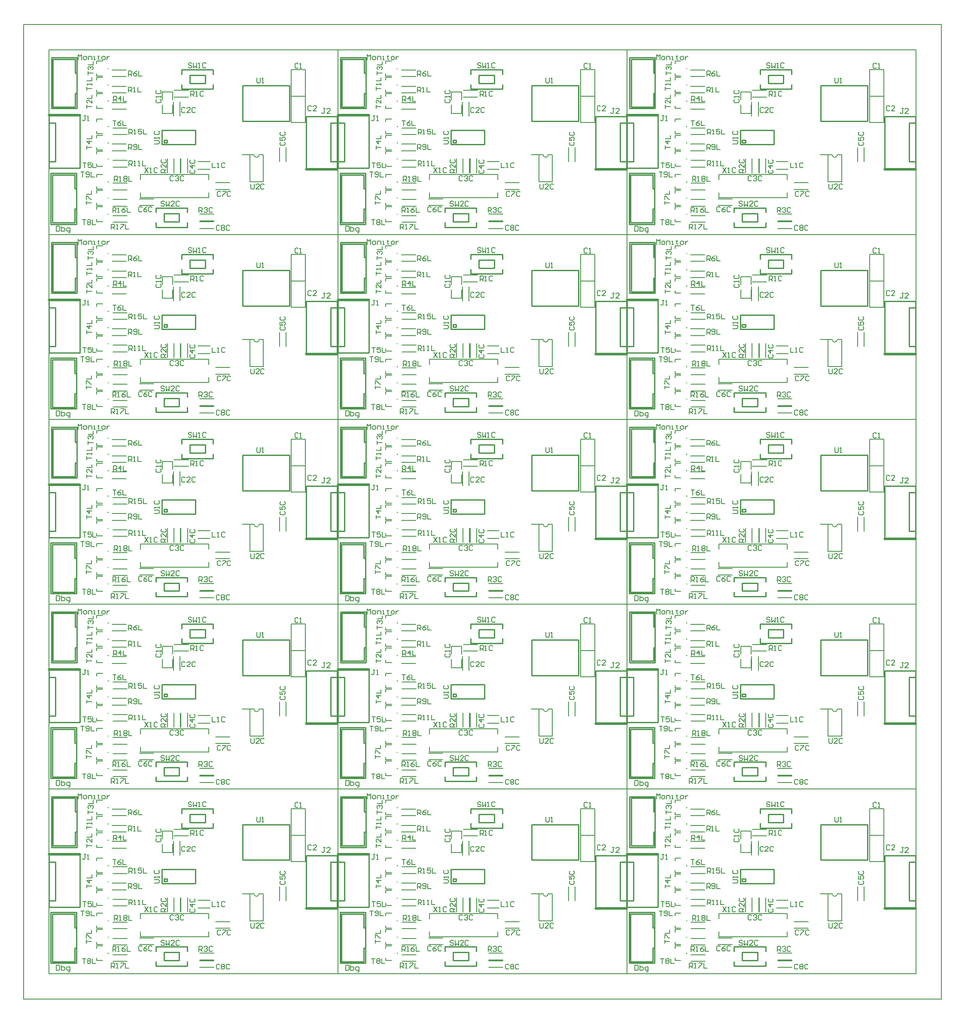
<source format=gto>
%FSLAX25Y25*%
%MOIN*%
G70*
G01*
G75*
G04 Layer_Color=65535*
%ADD10C,0.00787*%
%ADD11R,0.05000X0.03600*%
%ADD12R,0.03600X0.03600*%
%ADD13R,0.03150X0.03150*%
%ADD14R,0.07480X0.04000*%
%ADD15R,0.21654X0.07874*%
%ADD16R,0.03150X0.03150*%
%ADD17R,0.01654X0.07008*%
%ADD18R,0.07600X0.02400*%
%ADD19O,0.07600X0.02400*%
%ADD20R,0.05000X0.05000*%
%ADD21R,0.06890X0.04331*%
%ADD22R,0.06890X0.13583*%
%ADD23R,0.06693X0.07087*%
%ADD24C,0.00984*%
%ADD25C,0.03937*%
%ADD26C,0.01181*%
%ADD27C,0.01969*%
%ADD28C,0.01575*%
%ADD29R,0.06000X0.06000*%
%ADD30C,0.06000*%
%ADD31R,0.07000X0.07000*%
%ADD32C,0.07000*%
%ADD33C,0.04331*%
%ADD34R,0.05000X0.05000*%
%ADD35R,0.07874X0.05118*%
%ADD36C,0.00800*%
%ADD37C,0.01000*%
%ADD38C,0.00591*%
%ADD39C,0.00984*%
%ADD40C,0.02000*%
D10*
X193701Y107480D02*
X199213D01*
X193701Y127953D02*
X199213D01*
X188189D02*
X193701D01*
X188189Y107480D02*
X193701D01*
X188189D02*
Y127953D01*
X199213Y107480D02*
Y127953D01*
X188189Y107480D02*
X193701D01*
X188189Y87008D02*
X193701D01*
X199213D01*
X193701Y107480D02*
X199213D01*
Y87008D02*
Y107480D01*
X188189Y87008D02*
Y107480D01*
X89632Y25327D02*
X88976Y25983D01*
X87664D01*
X87008Y25327D01*
Y24671D01*
X87664Y24015D01*
X88976D01*
X89632Y23359D01*
Y22703D01*
X88976Y22047D01*
X87664D01*
X87008Y22703D01*
X90944Y25983D02*
Y22047D01*
X92256Y23359D01*
X93567Y22047D01*
Y25983D01*
X97503Y22047D02*
X94879D01*
X97503Y24671D01*
Y25327D01*
X96847Y25983D01*
X95535D01*
X94879Y25327D01*
X101439D02*
X100783Y25983D01*
X99471D01*
X98815Y25327D01*
Y22703D01*
X99471Y22047D01*
X100783D01*
X101439Y22703D01*
X214435Y98030D02*
X213123D01*
X213779D01*
Y94750D01*
X213123Y94095D01*
X212467D01*
X211811Y94750D01*
X218371Y94095D02*
X215747D01*
X218371Y96718D01*
Y97374D01*
X217715Y98030D01*
X216403D01*
X215747Y97374D01*
X116535Y17323D02*
Y21259D01*
X118503D01*
X119159Y20603D01*
Y19291D01*
X118503Y18635D01*
X116535D01*
X117847D02*
X119159Y17323D01*
X120471Y20603D02*
X121127Y21259D01*
X122439D01*
X123095Y20603D01*
Y19947D01*
X122439Y19291D01*
X121783D01*
X122439D01*
X123095Y18635D01*
Y17979D01*
X122439Y17323D01*
X121127D01*
X120471Y17979D01*
X127031Y20603D02*
X126375Y21259D01*
X125063D01*
X124407Y20603D01*
Y17979D01*
X125063Y17323D01*
X126375D01*
X127031Y17979D01*
X90945Y48031D02*
X87009D01*
Y49999D01*
X87665Y50655D01*
X88977D01*
X89633Y49999D01*
Y48031D01*
Y49343D02*
X90945Y50655D01*
Y54591D02*
Y51967D01*
X88321Y54591D01*
X87665D01*
X87009Y53935D01*
Y52623D01*
X87665Y51967D01*
Y58527D02*
X87009Y57871D01*
Y56559D01*
X87665Y55903D01*
X90289D01*
X90945Y56559D01*
Y57871D01*
X90289Y58527D01*
X74409Y51967D02*
X77033Y48031D01*
Y51967D02*
X74409Y48031D01*
X78345D02*
X79657D01*
X79001D01*
Y51967D01*
X78345Y51311D01*
X84249D02*
X83593Y51967D01*
X82281D01*
X81625Y51311D01*
Y48687D01*
X82281Y48031D01*
X83593D01*
X84249Y48687D01*
X156693Y39369D02*
Y36089D01*
X157349Y35433D01*
X158661D01*
X159317Y36089D01*
Y39369D01*
X163252Y35433D02*
X160629D01*
X163252Y38057D01*
Y38713D01*
X162596Y39369D01*
X161285D01*
X160629Y38713D01*
X167188D02*
X166532Y39369D01*
X165220D01*
X164564Y38713D01*
Y36089D01*
X165220Y35433D01*
X166532D01*
X167188Y36089D01*
X161417Y121652D02*
Y118372D01*
X162073Y117717D01*
X163385D01*
X164041Y118372D01*
Y121652D01*
X165353Y117717D02*
X166665D01*
X166009D01*
Y121652D01*
X165353Y120996D01*
X81891Y70472D02*
X85171D01*
X85827Y71128D01*
Y72440D01*
X85171Y73096D01*
X81891D01*
X85827Y74408D02*
Y75720D01*
Y75064D01*
X81891D01*
X82547Y74408D01*
Y80312D02*
X81891Y79656D01*
Y78344D01*
X82547Y77688D01*
X85171D01*
X85827Y78344D01*
Y79656D01*
X85171Y80312D01*
X25984Y11810D02*
X28608D01*
X27296D01*
Y7874D01*
X29920Y11154D02*
X30576Y11810D01*
X31888D01*
X32544Y11154D01*
Y10498D01*
X31888Y9842D01*
X32544Y9186D01*
Y8530D01*
X31888Y7874D01*
X30576D01*
X29920Y8530D01*
Y9186D01*
X30576Y9842D01*
X29920Y10498D01*
Y11154D01*
X30576Y9842D02*
X31888D01*
X33856Y11810D02*
Y7874D01*
X36480D01*
X29529Y66535D02*
Y69159D01*
Y67847D01*
X33465D01*
Y72439D02*
X29529D01*
X31497Y70471D01*
Y73095D01*
X29529Y74407D02*
X33465D01*
Y77031D01*
X29135Y23622D02*
Y26246D01*
Y24934D01*
X33071D01*
X29135Y27558D02*
Y30182D01*
X29791D01*
X32415Y27558D01*
X33071D01*
X29135Y31493D02*
X33071D01*
Y34117D01*
X30316Y124016D02*
Y126640D01*
Y125328D01*
X34252D01*
X30972Y127952D02*
X30316Y128607D01*
Y129919D01*
X30972Y130575D01*
X31628D01*
X32284Y129919D01*
Y129263D01*
Y129919D01*
X32940Y130575D01*
X33596D01*
X34252Y129919D01*
Y128607D01*
X33596Y127952D01*
X30316Y131887D02*
X34252D01*
Y134511D01*
X49606Y88581D02*
X52230D01*
X50918D01*
Y84646D01*
X56166Y88581D02*
X54854Y87925D01*
X53542Y86614D01*
Y85302D01*
X54198Y84646D01*
X55510D01*
X56166Y85302D01*
Y85958D01*
X55510Y86614D01*
X53542D01*
X57478Y88581D02*
Y84646D01*
X60102D01*
X29529Y98032D02*
Y100655D01*
Y99343D01*
X33465D01*
Y104591D02*
Y101967D01*
X30841Y104591D01*
X30185D01*
X29529Y103935D01*
Y102623D01*
X30185Y101967D01*
X29529Y105903D02*
X33465D01*
Y108527D01*
X26378Y55904D02*
X29002D01*
X27690D01*
Y51968D01*
X32937Y55904D02*
X30314D01*
Y53936D01*
X31626Y54592D01*
X32282D01*
X32937Y53936D01*
Y52624D01*
X32282Y51968D01*
X30970D01*
X30314Y52624D01*
X34249Y55904D02*
Y51968D01*
X36873D01*
X29529Y112205D02*
Y114829D01*
Y113517D01*
X33465D01*
Y116140D02*
Y117452D01*
Y116796D01*
X29529D01*
X30185Y116140D01*
X29529Y119420D02*
X33465D01*
Y122044D01*
X110891Y132807D02*
X110236Y133463D01*
X108924D01*
X108268Y132807D01*
Y132151D01*
X108924Y131495D01*
X110236D01*
X110891Y130840D01*
Y130183D01*
X110236Y129528D01*
X108924D01*
X108268Y130183D01*
X112203Y133463D02*
Y129528D01*
X113515Y130840D01*
X114827Y129528D01*
Y133463D01*
X116139Y129528D02*
X117451D01*
X116795D01*
Y133463D01*
X116139Y132807D01*
X122043D02*
X121387Y133463D01*
X120075D01*
X119419Y132807D01*
Y130183D01*
X120075Y129528D01*
X121387D01*
X122043Y130183D01*
X48425Y4331D02*
Y8266D01*
X50393D01*
X51049Y7610D01*
Y6299D01*
X50393Y5643D01*
X48425D01*
X49737D02*
X51049Y4331D01*
X52361D02*
X53673D01*
X53017D01*
Y8266D01*
X52361Y7610D01*
X55641Y8266D02*
X58264D01*
Y7610D01*
X55641Y4987D01*
Y4331D01*
X59576Y8266D02*
Y4331D01*
X62200D01*
X61811Y66142D02*
Y70078D01*
X63779D01*
X64435Y69421D01*
Y68110D01*
X63779Y67454D01*
X61811D01*
X63123D02*
X64435Y66142D01*
X65747Y66798D02*
X66403Y66142D01*
X67715D01*
X68371Y66798D01*
Y69421D01*
X67715Y70078D01*
X66403D01*
X65747Y69421D01*
Y68765D01*
X66403Y68110D01*
X68371D01*
X69683Y70078D02*
Y66142D01*
X72306D01*
X49606Y17323D02*
Y21259D01*
X51574D01*
X52230Y20603D01*
Y19291D01*
X51574Y18635D01*
X49606D01*
X50918D02*
X52230Y17323D01*
X53542D02*
X54854D01*
X54198D01*
Y21259D01*
X53542Y20603D01*
X59446Y21259D02*
X58134Y20603D01*
X56822Y19291D01*
Y17979D01*
X57478Y17323D01*
X58790D01*
X59446Y17979D01*
Y18635D01*
X58790Y19291D01*
X56822D01*
X60758Y21259D02*
Y17323D01*
X63381D01*
X61811Y123228D02*
Y127164D01*
X63779D01*
X64435Y126508D01*
Y125196D01*
X63779Y124540D01*
X61811D01*
X63123D02*
X64435Y123228D01*
X68371Y127164D02*
X67059Y126508D01*
X65747Y125196D01*
Y123884D01*
X66403Y123228D01*
X67715D01*
X68371Y123884D01*
Y124540D01*
X67715Y125196D01*
X65747D01*
X69683Y127164D02*
Y123228D01*
X72306D01*
X62205Y77953D02*
Y81889D01*
X64173D01*
X64828Y81233D01*
Y79921D01*
X64173Y79265D01*
X62205D01*
X63517D02*
X64828Y77953D01*
X66141D02*
X67452D01*
X66796D01*
Y81889D01*
X66141Y81233D01*
X72044Y81889D02*
X69420D01*
Y79921D01*
X70732Y80577D01*
X71388D01*
X72044Y79921D01*
Y78609D01*
X71388Y77953D01*
X70076D01*
X69420Y78609D01*
X73356Y81889D02*
Y77953D01*
X75980D01*
X50000Y103543D02*
Y107479D01*
X51968D01*
X52624Y106823D01*
Y105511D01*
X51968Y104855D01*
X50000D01*
X51312D02*
X52624Y103543D01*
X55904D02*
Y107479D01*
X53936Y105511D01*
X56560D01*
X57872Y107479D02*
Y103543D01*
X60495D01*
X62205Y53543D02*
Y57479D01*
X64173D01*
X64828Y56823D01*
Y55511D01*
X64173Y54855D01*
X62205D01*
X63517D02*
X64828Y53543D01*
X66141D02*
X67452D01*
X66796D01*
Y57479D01*
X66141Y56823D01*
X69420Y53543D02*
X70732D01*
X70076D01*
Y57479D01*
X69420Y56823D01*
X72700Y57479D02*
Y53543D01*
X75324D01*
X61811Y110630D02*
Y114566D01*
X63779D01*
X64435Y113910D01*
Y112598D01*
X63779Y111942D01*
X61811D01*
X63123D02*
X64435Y110630D01*
X65747D02*
X67059D01*
X66403D01*
Y114566D01*
X65747Y113910D01*
X69026Y114566D02*
Y110630D01*
X71650D01*
X110236Y107480D02*
Y111416D01*
X112204D01*
X112860Y110760D01*
Y109448D01*
X112204Y108792D01*
X110236D01*
X111548D02*
X112860Y107480D01*
X114172D02*
X115484D01*
X114828D01*
Y111416D01*
X114172Y110760D01*
X120076D02*
X119420Y111416D01*
X118108D01*
X117452Y110760D01*
Y108136D01*
X118108Y107480D01*
X119420D01*
X120076Y108136D01*
X22835Y135827D02*
Y139762D01*
X24147Y138451D01*
X25458Y139762D01*
Y135827D01*
X27426D02*
X28738D01*
X29394Y136483D01*
Y137795D01*
X28738Y138451D01*
X27426D01*
X26770Y137795D01*
Y136483D01*
X27426Y135827D01*
X30706D02*
Y138451D01*
X32674D01*
X33330Y137795D01*
Y135827D01*
X34642D02*
X35954D01*
X35298D01*
Y138451D01*
X34642D01*
X38578Y139107D02*
Y138451D01*
X37922D01*
X39234D01*
X38578D01*
Y136483D01*
X39234Y135827D01*
X41857D02*
X43169D01*
X43825Y136483D01*
Y137795D01*
X43169Y138451D01*
X41857D01*
X41201Y137795D01*
Y136483D01*
X41857Y135827D01*
X45137Y138451D02*
Y135827D01*
Y137139D01*
X45793Y137795D01*
X46449Y138451D01*
X47105D01*
X126772Y55904D02*
Y51968D01*
X129395D01*
X130707D02*
X132019D01*
X131363D01*
Y55904D01*
X130707Y55248D01*
X136611D02*
X135955Y55904D01*
X134643D01*
X133987Y55248D01*
Y52624D01*
X134643Y51968D01*
X135955D01*
X136611Y52624D01*
X28608Y92518D02*
X27296D01*
X27952D01*
Y89239D01*
X27296Y88583D01*
X26640D01*
X25984Y89239D01*
X29920Y88583D02*
X31232D01*
X30576D01*
Y92518D01*
X29920Y91862D01*
X5906Y6692D02*
Y2756D01*
X7873D01*
X8529Y3412D01*
Y6036D01*
X7873Y6692D01*
X5906D01*
X9841D02*
Y2756D01*
X11809D01*
X12465Y3412D01*
Y4068D01*
Y4724D01*
X11809Y5380D01*
X9841D01*
X15089Y1444D02*
X15745D01*
X16401Y2100D01*
Y5380D01*
X14433D01*
X13777Y4724D01*
Y3412D01*
X14433Y2756D01*
X16401D01*
X132545Y6823D02*
X131889Y7479D01*
X130577D01*
X129921Y6823D01*
Y4199D01*
X130577Y3543D01*
X131889D01*
X132545Y4199D01*
X133857Y6823D02*
X134513Y7479D01*
X135825D01*
X136481Y6823D01*
Y6167D01*
X135825Y5511D01*
X136481Y4855D01*
Y4199D01*
X135825Y3543D01*
X134513D01*
X133857Y4199D01*
Y4855D01*
X134513Y5511D01*
X133857Y6167D01*
Y6823D01*
X134513Y5511D02*
X135825D01*
X140417Y6823D02*
X139761Y7479D01*
X138449D01*
X137793Y6823D01*
Y4199D01*
X138449Y3543D01*
X139761D01*
X140417Y4199D01*
X133333Y33201D02*
X132676Y33857D01*
X131365D01*
X130709Y33201D01*
Y30577D01*
X131365Y29921D01*
X132676D01*
X133333Y30577D01*
X134644Y33857D02*
X137268D01*
Y33201D01*
X134644Y30577D01*
Y29921D01*
X141204Y33201D02*
X140548Y33857D01*
X139236D01*
X138580Y33201D01*
Y30577D01*
X139236Y29921D01*
X140548D01*
X141204Y30577D01*
X72309Y20996D02*
X71653Y21652D01*
X70341D01*
X69685Y20996D01*
Y18372D01*
X70341Y17717D01*
X71653D01*
X72309Y18372D01*
X76245Y21652D02*
X74933Y20996D01*
X73621Y19684D01*
Y18372D01*
X74277Y17717D01*
X75589D01*
X76245Y18372D01*
Y19028D01*
X75589Y19684D01*
X73621D01*
X80180Y20996D02*
X79524Y21652D01*
X78212D01*
X77557Y20996D01*
Y18372D01*
X78212Y17717D01*
X79524D01*
X80180Y18372D01*
X180185Y71915D02*
X179529Y71259D01*
Y69947D01*
X180185Y69291D01*
X182809D01*
X183465Y69947D01*
Y71259D01*
X182809Y71915D01*
X179529Y75851D02*
Y73227D01*
X181497D01*
X180841Y74539D01*
Y75195D01*
X181497Y75851D01*
X182809D01*
X183465Y75195D01*
Y73883D01*
X182809Y73227D01*
X180185Y79787D02*
X179529Y79131D01*
Y77819D01*
X180185Y77163D01*
X182809D01*
X183465Y77819D01*
Y79131D01*
X182809Y79787D01*
X110106Y50262D02*
X109450Y49606D01*
Y48294D01*
X110106Y47638D01*
X112730D01*
X113386Y48294D01*
Y49606D01*
X112730Y50262D01*
X113386Y53541D02*
X109450D01*
X111418Y51573D01*
Y54197D01*
X110106Y58133D02*
X109450Y57477D01*
Y56165D01*
X110106Y55509D01*
X112730D01*
X113386Y56165D01*
Y57477D01*
X112730Y58133D01*
X96718Y45012D02*
X96062Y45668D01*
X94750D01*
X94095Y45012D01*
Y42388D01*
X94750Y41732D01*
X96062D01*
X96718Y42388D01*
X98030Y45012D02*
X98686Y45668D01*
X99998D01*
X100654Y45012D01*
Y44356D01*
X99998Y43700D01*
X99342D01*
X99998D01*
X100654Y43044D01*
Y42388D01*
X99998Y41732D01*
X98686D01*
X98030Y42388D01*
X104590Y45012D02*
X103934Y45668D01*
X102622D01*
X101966Y45012D01*
Y42388D01*
X102622Y41732D01*
X103934D01*
X104590Y42388D01*
X203805Y99343D02*
X203149Y99999D01*
X201837D01*
X201181Y99343D01*
Y96719D01*
X201837Y96063D01*
X203149D01*
X203805Y96719D01*
X207741Y96063D02*
X205117D01*
X207741Y98687D01*
Y99343D01*
X207085Y99999D01*
X205773D01*
X205117Y99343D01*
X105773Y98162D02*
X105117Y98818D01*
X103806D01*
X103150Y98162D01*
Y95538D01*
X103806Y94882D01*
X105117D01*
X105773Y95538D01*
X109709Y94882D02*
X107085D01*
X109709Y97506D01*
Y98162D01*
X109053Y98818D01*
X107741D01*
X107085Y98162D01*
X113645D02*
X112989Y98818D01*
X111677D01*
X111021Y98162D01*
Y95538D01*
X111677Y94882D01*
X112989D01*
X113645Y95538D01*
X193569Y132414D02*
X192913Y133070D01*
X191601D01*
X190945Y132414D01*
Y129790D01*
X191601Y129134D01*
X192913D01*
X193569Y129790D01*
X194881Y129134D02*
X196193D01*
X195537D01*
Y133070D01*
X194881Y132414D01*
X83728Y104986D02*
X83072Y104330D01*
Y103018D01*
X83728Y102362D01*
X86352D01*
X87008Y103018D01*
Y104330D01*
X86352Y104986D01*
X87008Y106298D02*
Y107610D01*
Y106954D01*
X83072D01*
X83728Y106298D01*
Y112201D02*
X83072Y111546D01*
Y110234D01*
X83728Y109578D01*
X86352D01*
X87008Y110234D01*
Y111546D01*
X86352Y112201D01*
X50787Y41339D02*
Y45274D01*
X52755D01*
X53411Y44618D01*
Y43306D01*
X52755Y42650D01*
X50787D01*
X52099D02*
X53411Y41339D01*
X54723D02*
X56035D01*
X55379D01*
Y45274D01*
X54723Y44618D01*
X58003D02*
X58659Y45274D01*
X59971D01*
X60627Y44618D01*
Y43962D01*
X59971Y43306D01*
X60627Y42650D01*
Y41995D01*
X59971Y41339D01*
X58659D01*
X58003Y41995D01*
Y42650D01*
X58659Y43306D01*
X58003Y43962D01*
Y44618D01*
X58659Y43306D02*
X59971D01*
X61939Y45274D02*
Y41339D01*
X64562D01*
X24803Y48818D02*
X27427D01*
X26115D01*
Y44882D01*
X28739Y45538D02*
X29395Y44882D01*
X30707D01*
X31363Y45538D01*
Y48162D01*
X30707Y48818D01*
X29395D01*
X28739Y48162D01*
Y47506D01*
X29395Y46850D01*
X31363D01*
X32675Y48818D02*
Y44882D01*
X35298D01*
X418110Y107480D02*
X423622D01*
X418110Y127953D02*
X423622D01*
X412598D02*
X418110D01*
X412598Y107480D02*
X418110D01*
X412598D02*
Y127953D01*
X423622Y107480D02*
Y127953D01*
X412598Y107480D02*
X418110D01*
X412598Y87008D02*
X418110D01*
X423622D01*
X418110Y107480D02*
X423622D01*
Y87008D02*
Y107480D01*
X412598Y87008D02*
Y107480D01*
X314041Y25327D02*
X313385Y25983D01*
X312073D01*
X311417Y25327D01*
Y24671D01*
X312073Y24015D01*
X313385D01*
X314041Y23359D01*
Y22703D01*
X313385Y22047D01*
X312073D01*
X311417Y22703D01*
X315353Y25983D02*
Y22047D01*
X316665Y23359D01*
X317977Y22047D01*
Y25983D01*
X321913Y22047D02*
X319289D01*
X321913Y24671D01*
Y25327D01*
X321257Y25983D01*
X319945D01*
X319289Y25327D01*
X325848D02*
X325192Y25983D01*
X323881D01*
X323224Y25327D01*
Y22703D01*
X323881Y22047D01*
X325192D01*
X325848Y22703D01*
X438844Y98030D02*
X437532D01*
X438188D01*
Y94750D01*
X437532Y94095D01*
X436876D01*
X436221Y94750D01*
X442780Y94095D02*
X440156D01*
X442780Y96718D01*
Y97374D01*
X442124Y98030D01*
X440812D01*
X440156Y97374D01*
X340945Y17323D02*
Y21259D01*
X342913D01*
X343569Y20603D01*
Y19291D01*
X342913Y18635D01*
X340945D01*
X342257D02*
X343569Y17323D01*
X344881Y20603D02*
X345537Y21259D01*
X346849D01*
X347504Y20603D01*
Y19947D01*
X346849Y19291D01*
X346193D01*
X346849D01*
X347504Y18635D01*
Y17979D01*
X346849Y17323D01*
X345537D01*
X344881Y17979D01*
X351440Y20603D02*
X350784Y21259D01*
X349472D01*
X348816Y20603D01*
Y17979D01*
X349472Y17323D01*
X350784D01*
X351440Y17979D01*
X315354Y48031D02*
X311419D01*
Y49999D01*
X312074Y50655D01*
X313387D01*
X314042Y49999D01*
Y48031D01*
Y49343D02*
X315354Y50655D01*
Y54591D02*
Y51967D01*
X312731Y54591D01*
X312074D01*
X311419Y53935D01*
Y52623D01*
X312074Y51967D01*
Y58527D02*
X311419Y57871D01*
Y56559D01*
X312074Y55903D01*
X314698D01*
X315354Y56559D01*
Y57871D01*
X314698Y58527D01*
X298819Y51967D02*
X301443Y48031D01*
Y51967D02*
X298819Y48031D01*
X302755D02*
X304066D01*
X303411D01*
Y51967D01*
X302755Y51311D01*
X308658D02*
X308002Y51967D01*
X306690D01*
X306034Y51311D01*
Y48687D01*
X306690Y48031D01*
X308002D01*
X308658Y48687D01*
X381102Y39369D02*
Y36089D01*
X381758Y35433D01*
X383070D01*
X383726Y36089D01*
Y39369D01*
X387662Y35433D02*
X385038D01*
X387662Y38057D01*
Y38713D01*
X387006Y39369D01*
X385694D01*
X385038Y38713D01*
X391598D02*
X390942Y39369D01*
X389630D01*
X388974Y38713D01*
Y36089D01*
X389630Y35433D01*
X390942D01*
X391598Y36089D01*
X385827Y121652D02*
Y118372D01*
X386483Y117717D01*
X387795D01*
X388451Y118372D01*
Y121652D01*
X389762Y117717D02*
X391074D01*
X390419D01*
Y121652D01*
X389762Y120996D01*
X306300Y70472D02*
X309580D01*
X310236Y71128D01*
Y72440D01*
X309580Y73096D01*
X306300D01*
X310236Y74408D02*
Y75720D01*
Y75064D01*
X306300D01*
X306956Y74408D01*
Y80312D02*
X306300Y79656D01*
Y78344D01*
X306956Y77688D01*
X309580D01*
X310236Y78344D01*
Y79656D01*
X309580Y80312D01*
X250394Y11810D02*
X253017D01*
X251706D01*
Y7874D01*
X254329Y11154D02*
X254985Y11810D01*
X256297D01*
X256953Y11154D01*
Y10498D01*
X256297Y9842D01*
X256953Y9186D01*
Y8530D01*
X256297Y7874D01*
X254985D01*
X254329Y8530D01*
Y9186D01*
X254985Y9842D01*
X254329Y10498D01*
Y11154D01*
X254985Y9842D02*
X256297D01*
X258265Y11810D02*
Y7874D01*
X260889D01*
X253938Y66535D02*
Y69159D01*
Y67847D01*
X257874D01*
Y72439D02*
X253938D01*
X255906Y70471D01*
Y73095D01*
X253938Y74407D02*
X257874D01*
Y77031D01*
X253545Y23622D02*
Y26246D01*
Y24934D01*
X257480D01*
X253545Y27558D02*
Y30182D01*
X254201D01*
X256824Y27558D01*
X257480D01*
X253545Y31493D02*
X257480D01*
Y34117D01*
X254726Y124016D02*
Y126640D01*
Y125328D01*
X258661D01*
X255382Y127952D02*
X254726Y128607D01*
Y129919D01*
X255382Y130575D01*
X256038D01*
X256694Y129919D01*
Y129263D01*
Y129919D01*
X257349Y130575D01*
X258005D01*
X258661Y129919D01*
Y128607D01*
X258005Y127952D01*
X254726Y131887D02*
X258661D01*
Y134511D01*
X274016Y88581D02*
X276640D01*
X275328D01*
Y84646D01*
X280575Y88581D02*
X279263Y87925D01*
X277952Y86614D01*
Y85302D01*
X278607Y84646D01*
X279919D01*
X280575Y85302D01*
Y85958D01*
X279919Y86614D01*
X277952D01*
X281887Y88581D02*
Y84646D01*
X284511D01*
X253938Y98032D02*
Y100655D01*
Y99343D01*
X257874D01*
Y104591D02*
Y101967D01*
X255250Y104591D01*
X254594D01*
X253938Y103935D01*
Y102623D01*
X254594Y101967D01*
X253938Y105903D02*
X257874D01*
Y108527D01*
X250787Y55904D02*
X253411D01*
X252099D01*
Y51968D01*
X257347Y55904D02*
X254723D01*
Y53936D01*
X256035Y54592D01*
X256691D01*
X257347Y53936D01*
Y52624D01*
X256691Y51968D01*
X255379D01*
X254723Y52624D01*
X258659Y55904D02*
Y51968D01*
X261283D01*
X253938Y112205D02*
Y114829D01*
Y113517D01*
X257874D01*
Y116140D02*
Y117452D01*
Y116796D01*
X253938D01*
X254594Y116140D01*
X253938Y119420D02*
X257874D01*
Y122044D01*
X335301Y132807D02*
X334645Y133463D01*
X333333D01*
X332677Y132807D01*
Y132151D01*
X333333Y131495D01*
X334645D01*
X335301Y130840D01*
Y130183D01*
X334645Y129528D01*
X333333D01*
X332677Y130183D01*
X336613Y133463D02*
Y129528D01*
X337925Y130840D01*
X339237Y129528D01*
Y133463D01*
X340549Y129528D02*
X341861D01*
X341205D01*
Y133463D01*
X340549Y132807D01*
X346452D02*
X345796Y133463D01*
X344484D01*
X343828Y132807D01*
Y130183D01*
X344484Y129528D01*
X345796D01*
X346452Y130183D01*
X272835Y4331D02*
Y8266D01*
X274802D01*
X275459Y7610D01*
Y6299D01*
X274802Y5643D01*
X272835D01*
X274147D02*
X275459Y4331D01*
X276770D02*
X278082D01*
X277426D01*
Y8266D01*
X276770Y7610D01*
X280050Y8266D02*
X282674D01*
Y7610D01*
X280050Y4987D01*
Y4331D01*
X283986Y8266D02*
Y4331D01*
X286610D01*
X286221Y66142D02*
Y70078D01*
X288188D01*
X288844Y69421D01*
Y68110D01*
X288188Y67454D01*
X286221D01*
X287532D02*
X288844Y66142D01*
X290156Y66798D02*
X290812Y66142D01*
X292124D01*
X292780Y66798D01*
Y69421D01*
X292124Y70078D01*
X290812D01*
X290156Y69421D01*
Y68765D01*
X290812Y68110D01*
X292780D01*
X294092Y70078D02*
Y66142D01*
X296716D01*
X274016Y17323D02*
Y21259D01*
X275984D01*
X276640Y20603D01*
Y19291D01*
X275984Y18635D01*
X274016D01*
X275328D02*
X276640Y17323D01*
X277952D02*
X279263D01*
X278607D01*
Y21259D01*
X277952Y20603D01*
X283855Y21259D02*
X282543Y20603D01*
X281231Y19291D01*
Y17979D01*
X281887Y17323D01*
X283199D01*
X283855Y17979D01*
Y18635D01*
X283199Y19291D01*
X281231D01*
X285167Y21259D02*
Y17323D01*
X287791D01*
X286221Y123228D02*
Y127164D01*
X288188D01*
X288844Y126508D01*
Y125196D01*
X288188Y124540D01*
X286221D01*
X287532D02*
X288844Y123228D01*
X292780Y127164D02*
X291468Y126508D01*
X290156Y125196D01*
Y123884D01*
X290812Y123228D01*
X292124D01*
X292780Y123884D01*
Y124540D01*
X292124Y125196D01*
X290156D01*
X294092Y127164D02*
Y123228D01*
X296716D01*
X286614Y77953D02*
Y81889D01*
X288582D01*
X289238Y81233D01*
Y79921D01*
X288582Y79265D01*
X286614D01*
X287926D02*
X289238Y77953D01*
X290550D02*
X291862D01*
X291206D01*
Y81889D01*
X290550Y81233D01*
X296453Y81889D02*
X293830D01*
Y79921D01*
X295142Y80577D01*
X295798D01*
X296453Y79921D01*
Y78609D01*
X295798Y77953D01*
X294486D01*
X293830Y78609D01*
X297765Y81889D02*
Y77953D01*
X300389D01*
X274410Y103543D02*
Y107479D01*
X276377D01*
X277033Y106823D01*
Y105511D01*
X276377Y104855D01*
X274410D01*
X275721D02*
X277033Y103543D01*
X280313D02*
Y107479D01*
X278345Y105511D01*
X280969D01*
X282281Y107479D02*
Y103543D01*
X284905D01*
X286614Y53543D02*
Y57479D01*
X288582D01*
X289238Y56823D01*
Y55511D01*
X288582Y54855D01*
X286614D01*
X287926D02*
X289238Y53543D01*
X290550D02*
X291862D01*
X291206D01*
Y57479D01*
X290550Y56823D01*
X293830Y53543D02*
X295142D01*
X294486D01*
Y57479D01*
X293830Y56823D01*
X297110Y57479D02*
Y53543D01*
X299733D01*
X286221Y110630D02*
Y114566D01*
X288188D01*
X288844Y113910D01*
Y112598D01*
X288188Y111942D01*
X286221D01*
X287532D02*
X288844Y110630D01*
X290156D02*
X291468D01*
X290812D01*
Y114566D01*
X290156Y113910D01*
X293436Y114566D02*
Y110630D01*
X296060D01*
X334646Y107480D02*
Y111416D01*
X336613D01*
X337269Y110760D01*
Y109448D01*
X336613Y108792D01*
X334646D01*
X335958D02*
X337269Y107480D01*
X338581D02*
X339893D01*
X339237D01*
Y111416D01*
X338581Y110760D01*
X344485D02*
X343829Y111416D01*
X342517D01*
X341861Y110760D01*
Y108136D01*
X342517Y107480D01*
X343829D01*
X344485Y108136D01*
X247244Y135827D02*
Y139762D01*
X248556Y138451D01*
X249868Y139762D01*
Y135827D01*
X251836D02*
X253148D01*
X253804Y136483D01*
Y137795D01*
X253148Y138451D01*
X251836D01*
X251180Y137795D01*
Y136483D01*
X251836Y135827D01*
X255116D02*
Y138451D01*
X257083D01*
X257739Y137795D01*
Y135827D01*
X259051D02*
X260363D01*
X259707D01*
Y138451D01*
X259051D01*
X262987Y139107D02*
Y138451D01*
X262331D01*
X263643D01*
X262987D01*
Y136483D01*
X263643Y135827D01*
X266267D02*
X267579D01*
X268235Y136483D01*
Y137795D01*
X267579Y138451D01*
X266267D01*
X265611Y137795D01*
Y136483D01*
X266267Y135827D01*
X269547Y138451D02*
Y135827D01*
Y137139D01*
X270203Y137795D01*
X270859Y138451D01*
X271515D01*
X351181Y55904D02*
Y51968D01*
X353805D01*
X355117D02*
X356429D01*
X355773D01*
Y55904D01*
X355117Y55248D01*
X361020D02*
X360365Y55904D01*
X359053D01*
X358397Y55248D01*
Y52624D01*
X359053Y51968D01*
X360365D01*
X361020Y52624D01*
X253017Y92518D02*
X251706D01*
X252362D01*
Y89239D01*
X251706Y88583D01*
X251050D01*
X250394Y89239D01*
X254329Y88583D02*
X255641D01*
X254985D01*
Y92518D01*
X254329Y91862D01*
X230315Y6692D02*
Y2756D01*
X232283D01*
X232939Y3412D01*
Y6036D01*
X232283Y6692D01*
X230315D01*
X234251D02*
Y2756D01*
X236219D01*
X236875Y3412D01*
Y4068D01*
Y4724D01*
X236219Y5380D01*
X234251D01*
X239498Y1444D02*
X240154D01*
X240810Y2100D01*
Y5380D01*
X238842D01*
X238186Y4724D01*
Y3412D01*
X238842Y2756D01*
X240810D01*
X356955Y6823D02*
X356299Y7479D01*
X354987D01*
X354331Y6823D01*
Y4199D01*
X354987Y3543D01*
X356299D01*
X356955Y4199D01*
X358266Y6823D02*
X358922Y7479D01*
X360234D01*
X360890Y6823D01*
Y6167D01*
X360234Y5511D01*
X360890Y4855D01*
Y4199D01*
X360234Y3543D01*
X358922D01*
X358266Y4199D01*
Y4855D01*
X358922Y5511D01*
X358266Y6167D01*
Y6823D01*
X358922Y5511D02*
X360234D01*
X364826Y6823D02*
X364170Y7479D01*
X362858D01*
X362202Y6823D01*
Y4199D01*
X362858Y3543D01*
X364170D01*
X364826Y4199D01*
X357742Y33201D02*
X357086Y33857D01*
X355774D01*
X355118Y33201D01*
Y30577D01*
X355774Y29921D01*
X357086D01*
X357742Y30577D01*
X359054Y33857D02*
X361678D01*
Y33201D01*
X359054Y30577D01*
Y29921D01*
X365613Y33201D02*
X364957Y33857D01*
X363646D01*
X362990Y33201D01*
Y30577D01*
X363646Y29921D01*
X364957D01*
X365613Y30577D01*
X296718Y20996D02*
X296062Y21652D01*
X294750D01*
X294094Y20996D01*
Y18372D01*
X294750Y17717D01*
X296062D01*
X296718Y18372D01*
X300654Y21652D02*
X299342Y20996D01*
X298030Y19684D01*
Y18372D01*
X298686Y17717D01*
X299998D01*
X300654Y18372D01*
Y19028D01*
X299998Y19684D01*
X298030D01*
X304590Y20996D02*
X303934Y21652D01*
X302622D01*
X301966Y20996D01*
Y18372D01*
X302622Y17717D01*
X303934D01*
X304590Y18372D01*
X404594Y71915D02*
X403938Y71259D01*
Y69947D01*
X404594Y69291D01*
X407218D01*
X407874Y69947D01*
Y71259D01*
X407218Y71915D01*
X403938Y75851D02*
Y73227D01*
X405906D01*
X405250Y74539D01*
Y75195D01*
X405906Y75851D01*
X407218D01*
X407874Y75195D01*
Y73883D01*
X407218Y73227D01*
X404594Y79787D02*
X403938Y79131D01*
Y77819D01*
X404594Y77163D01*
X407218D01*
X407874Y77819D01*
Y79131D01*
X407218Y79787D01*
X334516Y50262D02*
X333859Y49606D01*
Y48294D01*
X334516Y47638D01*
X337139D01*
X337795Y48294D01*
Y49606D01*
X337139Y50262D01*
X337795Y53541D02*
X333859D01*
X335827Y51573D01*
Y54197D01*
X334516Y58133D02*
X333859Y57477D01*
Y56165D01*
X334516Y55509D01*
X337139D01*
X337795Y56165D01*
Y57477D01*
X337139Y58133D01*
X321128Y45012D02*
X320472Y45668D01*
X319160D01*
X318504Y45012D01*
Y42388D01*
X319160Y41732D01*
X320472D01*
X321128Y42388D01*
X322440Y45012D02*
X323096Y45668D01*
X324408D01*
X325063Y45012D01*
Y44356D01*
X324408Y43700D01*
X323752D01*
X324408D01*
X325063Y43044D01*
Y42388D01*
X324408Y41732D01*
X323096D01*
X322440Y42388D01*
X328999Y45012D02*
X328343Y45668D01*
X327031D01*
X326375Y45012D01*
Y42388D01*
X327031Y41732D01*
X328343D01*
X328999Y42388D01*
X428214Y99343D02*
X427558Y99999D01*
X426247D01*
X425591Y99343D01*
Y96719D01*
X426247Y96063D01*
X427558D01*
X428214Y96719D01*
X432150Y96063D02*
X429526D01*
X432150Y98687D01*
Y99343D01*
X431494Y99999D01*
X430182D01*
X429526Y99343D01*
X330183Y98162D02*
X329527Y98818D01*
X328215D01*
X327559Y98162D01*
Y95538D01*
X328215Y94882D01*
X329527D01*
X330183Y95538D01*
X334119Y94882D02*
X331495D01*
X334119Y97506D01*
Y98162D01*
X333463Y98818D01*
X332151D01*
X331495Y98162D01*
X338054D02*
X337398Y98818D01*
X336087D01*
X335431Y98162D01*
Y95538D01*
X336087Y94882D01*
X337398D01*
X338054Y95538D01*
X417978Y132414D02*
X417322Y133070D01*
X416010D01*
X415354Y132414D01*
Y129790D01*
X416010Y129134D01*
X417322D01*
X417978Y129790D01*
X419290Y129134D02*
X420602D01*
X419946D01*
Y133070D01*
X419290Y132414D01*
X308137Y104986D02*
X307482Y104330D01*
Y103018D01*
X308137Y102362D01*
X310761D01*
X311417Y103018D01*
Y104330D01*
X310761Y104986D01*
X311417Y106298D02*
Y107610D01*
Y106954D01*
X307482D01*
X308137Y106298D01*
Y112201D02*
X307482Y111546D01*
Y110234D01*
X308137Y109578D01*
X310761D01*
X311417Y110234D01*
Y111546D01*
X310761Y112201D01*
X275197Y41339D02*
Y45274D01*
X277165D01*
X277821Y44618D01*
Y43306D01*
X277165Y42650D01*
X275197D01*
X276509D02*
X277821Y41339D01*
X279133D02*
X280445D01*
X279788D01*
Y45274D01*
X279133Y44618D01*
X282412D02*
X283068Y45274D01*
X284380D01*
X285036Y44618D01*
Y43962D01*
X284380Y43306D01*
X285036Y42650D01*
Y41995D01*
X284380Y41339D01*
X283068D01*
X282412Y41995D01*
Y42650D01*
X283068Y43306D01*
X282412Y43962D01*
Y44618D01*
X283068Y43306D02*
X284380D01*
X286348Y45274D02*
Y41339D01*
X288972D01*
X249213Y48818D02*
X251836D01*
X250524D01*
Y44882D01*
X253148Y45538D02*
X253804Y44882D01*
X255116D01*
X255772Y45538D01*
Y48162D01*
X255116Y48818D01*
X253804D01*
X253148Y48162D01*
Y47506D01*
X253804Y46850D01*
X255772D01*
X257084Y48818D02*
Y44882D01*
X259708D01*
X642520Y107480D02*
X648032D01*
X642520Y127953D02*
X648032D01*
X637008D02*
X642520D01*
X637008Y107480D02*
X642520D01*
X637008D02*
Y127953D01*
X648032Y107480D02*
Y127953D01*
X637008Y107480D02*
X642520D01*
X637008Y87008D02*
X642520D01*
X648032D01*
X642520Y107480D02*
X648032D01*
Y87008D02*
Y107480D01*
X637008Y87008D02*
Y107480D01*
X538451Y25327D02*
X537795Y25983D01*
X536483D01*
X535827Y25327D01*
Y24671D01*
X536483Y24015D01*
X537795D01*
X538451Y23359D01*
Y22703D01*
X537795Y22047D01*
X536483D01*
X535827Y22703D01*
X539762Y25983D02*
Y22047D01*
X541074Y23359D01*
X542386Y22047D01*
Y25983D01*
X546322Y22047D02*
X543698D01*
X546322Y24671D01*
Y25327D01*
X545666Y25983D01*
X544354D01*
X543698Y25327D01*
X550258D02*
X549602Y25983D01*
X548290D01*
X547634Y25327D01*
Y22703D01*
X548290Y22047D01*
X549602D01*
X550258Y22703D01*
X663254Y98030D02*
X661942D01*
X662598D01*
Y94750D01*
X661942Y94095D01*
X661286D01*
X660630Y94750D01*
X667190Y94095D02*
X664566D01*
X667190Y96718D01*
Y97374D01*
X666534Y98030D01*
X665222D01*
X664566Y97374D01*
X565354Y17323D02*
Y21259D01*
X567322D01*
X567978Y20603D01*
Y19291D01*
X567322Y18635D01*
X565354D01*
X566666D02*
X567978Y17323D01*
X569290Y20603D02*
X569946Y21259D01*
X571258D01*
X571914Y20603D01*
Y19947D01*
X571258Y19291D01*
X570602D01*
X571258D01*
X571914Y18635D01*
Y17979D01*
X571258Y17323D01*
X569946D01*
X569290Y17979D01*
X575850Y20603D02*
X575194Y21259D01*
X573882D01*
X573226Y20603D01*
Y17979D01*
X573882Y17323D01*
X575194D01*
X575850Y17979D01*
X539764Y48031D02*
X535828D01*
Y49999D01*
X536484Y50655D01*
X537796D01*
X538452Y49999D01*
Y48031D01*
Y49343D02*
X539764Y50655D01*
Y54591D02*
Y51967D01*
X537140Y54591D01*
X536484D01*
X535828Y53935D01*
Y52623D01*
X536484Y51967D01*
Y58527D02*
X535828Y57871D01*
Y56559D01*
X536484Y55903D01*
X539108D01*
X539764Y56559D01*
Y57871D01*
X539108Y58527D01*
X523228Y51967D02*
X525852Y48031D01*
Y51967D02*
X523228Y48031D01*
X527164D02*
X528476D01*
X527820D01*
Y51967D01*
X527164Y51311D01*
X533068D02*
X532412Y51967D01*
X531100D01*
X530444Y51311D01*
Y48687D01*
X531100Y48031D01*
X532412D01*
X533068Y48687D01*
X605512Y39369D02*
Y36089D01*
X606168Y35433D01*
X607480D01*
X608136Y36089D01*
Y39369D01*
X612071Y35433D02*
X609447D01*
X612071Y38057D01*
Y38713D01*
X611415Y39369D01*
X610104D01*
X609447Y38713D01*
X616007D02*
X615351Y39369D01*
X614039D01*
X613383Y38713D01*
Y36089D01*
X614039Y35433D01*
X615351D01*
X616007Y36089D01*
X610236Y121652D02*
Y118372D01*
X610892Y117717D01*
X612204D01*
X612860Y118372D01*
Y121652D01*
X614172Y117717D02*
X615484D01*
X614828D01*
Y121652D01*
X614172Y120996D01*
X530710Y70472D02*
X533990D01*
X534646Y71128D01*
Y72440D01*
X533990Y73096D01*
X530710D01*
X534646Y74408D02*
Y75720D01*
Y75064D01*
X530710D01*
X531366Y74408D01*
Y80312D02*
X530710Y79656D01*
Y78344D01*
X531366Y77688D01*
X533990D01*
X534646Y78344D01*
Y79656D01*
X533990Y80312D01*
X474803Y11810D02*
X477427D01*
X476115D01*
Y7874D01*
X478739Y11154D02*
X479395Y11810D01*
X480707D01*
X481363Y11154D01*
Y10498D01*
X480707Y9842D01*
X481363Y9186D01*
Y8530D01*
X480707Y7874D01*
X479395D01*
X478739Y8530D01*
Y9186D01*
X479395Y9842D01*
X478739Y10498D01*
Y11154D01*
X479395Y9842D02*
X480707D01*
X482675Y11810D02*
Y7874D01*
X485298D01*
X478348Y66535D02*
Y69159D01*
Y67847D01*
X482283D01*
Y72439D02*
X478348D01*
X480316Y70471D01*
Y73095D01*
X478348Y74407D02*
X482283D01*
Y77031D01*
X477954Y23622D02*
Y26246D01*
Y24934D01*
X481890D01*
X477954Y27558D02*
Y30182D01*
X478610D01*
X481234Y27558D01*
X481890D01*
X477954Y31493D02*
X481890D01*
Y34117D01*
X479135Y124016D02*
Y126640D01*
Y125328D01*
X483071D01*
X479791Y127952D02*
X479135Y128607D01*
Y129919D01*
X479791Y130575D01*
X480447D01*
X481103Y129919D01*
Y129263D01*
Y129919D01*
X481759Y130575D01*
X482415D01*
X483071Y129919D01*
Y128607D01*
X482415Y127952D01*
X479135Y131887D02*
X483071D01*
Y134511D01*
X498425Y88581D02*
X501049D01*
X499737D01*
Y84646D01*
X504985Y88581D02*
X503673Y87925D01*
X502361Y86614D01*
Y85302D01*
X503017Y84646D01*
X504329D01*
X504985Y85302D01*
Y85958D01*
X504329Y86614D01*
X502361D01*
X506297Y88581D02*
Y84646D01*
X508920D01*
X478348Y98032D02*
Y100655D01*
Y99343D01*
X482283D01*
Y104591D02*
Y101967D01*
X479660Y104591D01*
X479004D01*
X478348Y103935D01*
Y102623D01*
X479004Y101967D01*
X478348Y105903D02*
X482283D01*
Y108527D01*
X475197Y55904D02*
X477821D01*
X476509D01*
Y51968D01*
X481756Y55904D02*
X479133D01*
Y53936D01*
X480444Y54592D01*
X481101D01*
X481756Y53936D01*
Y52624D01*
X481101Y51968D01*
X479789D01*
X479133Y52624D01*
X483068Y55904D02*
Y51968D01*
X485692D01*
X478348Y112205D02*
Y114829D01*
Y113517D01*
X482283D01*
Y116140D02*
Y117452D01*
Y116796D01*
X478348D01*
X479004Y116140D01*
X478348Y119420D02*
X482283D01*
Y122044D01*
X559710Y132807D02*
X559055Y133463D01*
X557743D01*
X557087Y132807D01*
Y132151D01*
X557743Y131495D01*
X559055D01*
X559710Y130840D01*
Y130183D01*
X559055Y129528D01*
X557743D01*
X557087Y130183D01*
X561022Y133463D02*
Y129528D01*
X562334Y130840D01*
X563646Y129528D01*
Y133463D01*
X564958Y129528D02*
X566270D01*
X565614D01*
Y133463D01*
X564958Y132807D01*
X570862D02*
X570206Y133463D01*
X568894D01*
X568238Y132807D01*
Y130183D01*
X568894Y129528D01*
X570206D01*
X570862Y130183D01*
X497244Y4331D02*
Y8266D01*
X499212D01*
X499868Y7610D01*
Y6299D01*
X499212Y5643D01*
X497244D01*
X498556D02*
X499868Y4331D01*
X501180D02*
X502492D01*
X501836D01*
Y8266D01*
X501180Y7610D01*
X504460Y8266D02*
X507083D01*
Y7610D01*
X504460Y4987D01*
Y4331D01*
X508395Y8266D02*
Y4331D01*
X511019D01*
X510630Y66142D02*
Y70078D01*
X512598D01*
X513254Y69421D01*
Y68110D01*
X512598Y67454D01*
X510630D01*
X511942D02*
X513254Y66142D01*
X514566Y66798D02*
X515222Y66142D01*
X516534D01*
X517190Y66798D01*
Y69421D01*
X516534Y70078D01*
X515222D01*
X514566Y69421D01*
Y68765D01*
X515222Y68110D01*
X517190D01*
X518501Y70078D02*
Y66142D01*
X521125D01*
X498425Y17323D02*
Y21259D01*
X500393D01*
X501049Y20603D01*
Y19291D01*
X500393Y18635D01*
X498425D01*
X499737D02*
X501049Y17323D01*
X502361D02*
X503673D01*
X503017D01*
Y21259D01*
X502361Y20603D01*
X508264Y21259D02*
X506953Y20603D01*
X505641Y19291D01*
Y17979D01*
X506297Y17323D01*
X507609D01*
X508264Y17979D01*
Y18635D01*
X507609Y19291D01*
X505641D01*
X509577Y21259D02*
Y17323D01*
X512200D01*
X510630Y123228D02*
Y127164D01*
X512598D01*
X513254Y126508D01*
Y125196D01*
X512598Y124540D01*
X510630D01*
X511942D02*
X513254Y123228D01*
X517190Y127164D02*
X515878Y126508D01*
X514566Y125196D01*
Y123884D01*
X515222Y123228D01*
X516534D01*
X517190Y123884D01*
Y124540D01*
X516534Y125196D01*
X514566D01*
X518501Y127164D02*
Y123228D01*
X521125D01*
X511024Y77953D02*
Y81889D01*
X512992D01*
X513647Y81233D01*
Y79921D01*
X512992Y79265D01*
X511024D01*
X512335D02*
X513647Y77953D01*
X514959D02*
X516271D01*
X515615D01*
Y81889D01*
X514959Y81233D01*
X520863Y81889D02*
X518239D01*
Y79921D01*
X519551Y80577D01*
X520207D01*
X520863Y79921D01*
Y78609D01*
X520207Y77953D01*
X518895D01*
X518239Y78609D01*
X522175Y81889D02*
Y77953D01*
X524799D01*
X498819Y103543D02*
Y107479D01*
X500787D01*
X501443Y106823D01*
Y105511D01*
X500787Y104855D01*
X498819D01*
X500131D02*
X501443Y103543D01*
X504722D02*
Y107479D01*
X502755Y105511D01*
X505378D01*
X506690Y107479D02*
Y103543D01*
X509314D01*
X511024Y53543D02*
Y57479D01*
X512992D01*
X513647Y56823D01*
Y55511D01*
X512992Y54855D01*
X511024D01*
X512335D02*
X513647Y53543D01*
X514959D02*
X516271D01*
X515615D01*
Y57479D01*
X514959Y56823D01*
X518239Y53543D02*
X519551D01*
X518895D01*
Y57479D01*
X518239Y56823D01*
X521519Y57479D02*
Y53543D01*
X524143D01*
X510630Y110630D02*
Y114566D01*
X512598D01*
X513254Y113910D01*
Y112598D01*
X512598Y111942D01*
X510630D01*
X511942D02*
X513254Y110630D01*
X514566D02*
X515878D01*
X515222D01*
Y114566D01*
X514566Y113910D01*
X517845Y114566D02*
Y110630D01*
X520469D01*
X559055Y107480D02*
Y111416D01*
X561023D01*
X561679Y110760D01*
Y109448D01*
X561023Y108792D01*
X559055D01*
X560367D02*
X561679Y107480D01*
X562991D02*
X564303D01*
X563647D01*
Y111416D01*
X562991Y110760D01*
X568894D02*
X568238Y111416D01*
X566927D01*
X566271Y110760D01*
Y108136D01*
X566927Y107480D01*
X568238D01*
X568894Y108136D01*
X471654Y135827D02*
Y139762D01*
X472965Y138451D01*
X474277Y139762D01*
Y135827D01*
X476245D02*
X477557D01*
X478213Y136483D01*
Y137795D01*
X477557Y138451D01*
X476245D01*
X475589Y137795D01*
Y136483D01*
X476245Y135827D01*
X479525D02*
Y138451D01*
X481493D01*
X482149Y137795D01*
Y135827D01*
X483461D02*
X484773D01*
X484117D01*
Y138451D01*
X483461D01*
X487396Y139107D02*
Y138451D01*
X486740D01*
X488053D01*
X487396D01*
Y136483D01*
X488053Y135827D01*
X490676D02*
X491988D01*
X492644Y136483D01*
Y137795D01*
X491988Y138451D01*
X490676D01*
X490020Y137795D01*
Y136483D01*
X490676Y135827D01*
X493956Y138451D02*
Y135827D01*
Y137139D01*
X494612Y137795D01*
X495268Y138451D01*
X495924D01*
X575591Y55904D02*
Y51968D01*
X578214D01*
X579526D02*
X580838D01*
X580182D01*
Y55904D01*
X579526Y55248D01*
X585430D02*
X584774Y55904D01*
X583462D01*
X582806Y55248D01*
Y52624D01*
X583462Y51968D01*
X584774D01*
X585430Y52624D01*
X477427Y92518D02*
X476115D01*
X476771D01*
Y89239D01*
X476115Y88583D01*
X475459D01*
X474803Y89239D01*
X478739Y88583D02*
X480051D01*
X479395D01*
Y92518D01*
X478739Y91862D01*
X454724Y6692D02*
Y2756D01*
X456692D01*
X457348Y3412D01*
Y6036D01*
X456692Y6692D01*
X454724D01*
X458660D02*
Y2756D01*
X460628D01*
X461284Y3412D01*
Y4068D01*
Y4724D01*
X460628Y5380D01*
X458660D01*
X463908Y1444D02*
X464564D01*
X465220Y2100D01*
Y5380D01*
X463252D01*
X462596Y4724D01*
Y3412D01*
X463252Y2756D01*
X465220D01*
X581364Y6823D02*
X580708Y7479D01*
X579396D01*
X578740Y6823D01*
Y4199D01*
X579396Y3543D01*
X580708D01*
X581364Y4199D01*
X582676Y6823D02*
X583332Y7479D01*
X584644D01*
X585300Y6823D01*
Y6167D01*
X584644Y5511D01*
X585300Y4855D01*
Y4199D01*
X584644Y3543D01*
X583332D01*
X582676Y4199D01*
Y4855D01*
X583332Y5511D01*
X582676Y6167D01*
Y6823D01*
X583332Y5511D02*
X584644D01*
X589235Y6823D02*
X588580Y7479D01*
X587268D01*
X586612Y6823D01*
Y4199D01*
X587268Y3543D01*
X588580D01*
X589235Y4199D01*
X582151Y33201D02*
X581495Y33857D01*
X580184D01*
X579528Y33201D01*
Y30577D01*
X580184Y29921D01*
X581495D01*
X582151Y30577D01*
X583463Y33857D02*
X586087D01*
Y33201D01*
X583463Y30577D01*
Y29921D01*
X590023Y33201D02*
X589367Y33857D01*
X588055D01*
X587399Y33201D01*
Y30577D01*
X588055Y29921D01*
X589367D01*
X590023Y30577D01*
X521128Y20996D02*
X520472Y21652D01*
X519160D01*
X518504Y20996D01*
Y18372D01*
X519160Y17717D01*
X520472D01*
X521128Y18372D01*
X525064Y21652D02*
X523752Y20996D01*
X522440Y19684D01*
Y18372D01*
X523096Y17717D01*
X524407D01*
X525064Y18372D01*
Y19028D01*
X524407Y19684D01*
X522440D01*
X528999Y20996D02*
X528343Y21652D01*
X527031D01*
X526375Y20996D01*
Y18372D01*
X527031Y17717D01*
X528343D01*
X528999Y18372D01*
X629004Y71915D02*
X628348Y71259D01*
Y69947D01*
X629004Y69291D01*
X631628D01*
X632283Y69947D01*
Y71259D01*
X631628Y71915D01*
X628348Y75851D02*
Y73227D01*
X630316D01*
X629660Y74539D01*
Y75195D01*
X630316Y75851D01*
X631628D01*
X632283Y75195D01*
Y73883D01*
X631628Y73227D01*
X629004Y79787D02*
X628348Y79131D01*
Y77819D01*
X629004Y77163D01*
X631628D01*
X632283Y77819D01*
Y79131D01*
X631628Y79787D01*
X558925Y50262D02*
X558269Y49606D01*
Y48294D01*
X558925Y47638D01*
X561549D01*
X562205Y48294D01*
Y49606D01*
X561549Y50262D01*
X562205Y53541D02*
X558269D01*
X560237Y51573D01*
Y54197D01*
X558925Y58133D02*
X558269Y57477D01*
Y56165D01*
X558925Y55509D01*
X561549D01*
X562205Y56165D01*
Y57477D01*
X561549Y58133D01*
X545537Y45012D02*
X544881Y45668D01*
X543569D01*
X542913Y45012D01*
Y42388D01*
X543569Y41732D01*
X544881D01*
X545537Y42388D01*
X546849Y45012D02*
X547505Y45668D01*
X548817D01*
X549473Y45012D01*
Y44356D01*
X548817Y43700D01*
X548161D01*
X548817D01*
X549473Y43044D01*
Y42388D01*
X548817Y41732D01*
X547505D01*
X546849Y42388D01*
X553409Y45012D02*
X552753Y45668D01*
X551441D01*
X550785Y45012D01*
Y42388D01*
X551441Y41732D01*
X552753D01*
X553409Y42388D01*
X652624Y99343D02*
X651968Y99999D01*
X650656D01*
X650000Y99343D01*
Y96719D01*
X650656Y96063D01*
X651968D01*
X652624Y96719D01*
X656560Y96063D02*
X653936D01*
X656560Y98687D01*
Y99343D01*
X655904Y99999D01*
X654592D01*
X653936Y99343D01*
X554592Y98162D02*
X553936Y98818D01*
X552625D01*
X551968Y98162D01*
Y95538D01*
X552625Y94882D01*
X553936D01*
X554592Y95538D01*
X558528Y94882D02*
X555904D01*
X558528Y97506D01*
Y98162D01*
X557872Y98818D01*
X556560D01*
X555904Y98162D01*
X562464D02*
X561808Y98818D01*
X560496D01*
X559840Y98162D01*
Y95538D01*
X560496Y94882D01*
X561808D01*
X562464Y95538D01*
X642388Y132414D02*
X641732Y133070D01*
X640420D01*
X639764Y132414D01*
Y129790D01*
X640420Y129134D01*
X641732D01*
X642388Y129790D01*
X643700Y129134D02*
X645011D01*
X644355D01*
Y133070D01*
X643700Y132414D01*
X532547Y104986D02*
X531891Y104330D01*
Y103018D01*
X532547Y102362D01*
X535171D01*
X535827Y103018D01*
Y104330D01*
X535171Y104986D01*
X535827Y106298D02*
Y107610D01*
Y106954D01*
X531891D01*
X532547Y106298D01*
Y112201D02*
X531891Y111546D01*
Y110234D01*
X532547Y109578D01*
X535171D01*
X535827Y110234D01*
Y111546D01*
X535171Y112201D01*
X499606Y41339D02*
Y45274D01*
X501574D01*
X502230Y44618D01*
Y43306D01*
X501574Y42650D01*
X499606D01*
X500918D02*
X502230Y41339D01*
X503542D02*
X504854D01*
X504198D01*
Y45274D01*
X503542Y44618D01*
X506822D02*
X507478Y45274D01*
X508790D01*
X509446Y44618D01*
Y43962D01*
X508790Y43306D01*
X509446Y42650D01*
Y41995D01*
X508790Y41339D01*
X507478D01*
X506822Y41995D01*
Y42650D01*
X507478Y43306D01*
X506822Y43962D01*
Y44618D01*
X507478Y43306D02*
X508790D01*
X510758Y45274D02*
Y41339D01*
X513381D01*
X473622Y48818D02*
X476246D01*
X474934D01*
Y44882D01*
X477558Y45538D02*
X478214Y44882D01*
X479526D01*
X480182Y45538D01*
Y48162D01*
X479526Y48818D01*
X478214D01*
X477558Y48162D01*
Y47506D01*
X478214Y46850D01*
X480182D01*
X481494Y48818D02*
Y44882D01*
X484117D01*
X193701Y250787D02*
X199213D01*
X193701Y271260D02*
X199213D01*
X188189D02*
X193701D01*
X188189Y250787D02*
X193701D01*
X188189D02*
Y271260D01*
X199213Y250787D02*
Y271260D01*
X188189Y250787D02*
X193701D01*
X188189Y230315D02*
X193701D01*
X199213D01*
X193701Y250787D02*
X199213D01*
Y230315D02*
Y250787D01*
X188189Y230315D02*
Y250787D01*
X89632Y168634D02*
X88976Y169290D01*
X87664D01*
X87008Y168634D01*
Y167978D01*
X87664Y167322D01*
X88976D01*
X89632Y166666D01*
Y166010D01*
X88976Y165354D01*
X87664D01*
X87008Y166010D01*
X90944Y169290D02*
Y165354D01*
X92256Y166666D01*
X93567Y165354D01*
Y169290D01*
X97503Y165354D02*
X94879D01*
X97503Y167978D01*
Y168634D01*
X96847Y169290D01*
X95535D01*
X94879Y168634D01*
X101439D02*
X100783Y169290D01*
X99471D01*
X98815Y168634D01*
Y166010D01*
X99471Y165354D01*
X100783D01*
X101439Y166010D01*
X214435Y241337D02*
X213123D01*
X213779D01*
Y238057D01*
X213123Y237402D01*
X212467D01*
X211811Y238057D01*
X218371Y237402D02*
X215747D01*
X218371Y240025D01*
Y240681D01*
X217715Y241337D01*
X216403D01*
X215747Y240681D01*
X116535Y160630D02*
Y164566D01*
X118503D01*
X119159Y163910D01*
Y162598D01*
X118503Y161942D01*
X116535D01*
X117847D02*
X119159Y160630D01*
X120471Y163910D02*
X121127Y164566D01*
X122439D01*
X123095Y163910D01*
Y163254D01*
X122439Y162598D01*
X121783D01*
X122439D01*
X123095Y161942D01*
Y161286D01*
X122439Y160630D01*
X121127D01*
X120471Y161286D01*
X127031Y163910D02*
X126375Y164566D01*
X125063D01*
X124407Y163910D01*
Y161286D01*
X125063Y160630D01*
X126375D01*
X127031Y161286D01*
X90945Y191339D02*
X87009D01*
Y193306D01*
X87665Y193962D01*
X88977D01*
X89633Y193306D01*
Y191339D01*
Y192650D02*
X90945Y193962D01*
Y197898D02*
Y195274D01*
X88321Y197898D01*
X87665D01*
X87009Y197242D01*
Y195930D01*
X87665Y195274D01*
Y201834D02*
X87009Y201178D01*
Y199866D01*
X87665Y199210D01*
X90289D01*
X90945Y199866D01*
Y201178D01*
X90289Y201834D01*
X74409Y195274D02*
X77033Y191339D01*
Y195274D02*
X74409Y191339D01*
X78345D02*
X79657D01*
X79001D01*
Y195274D01*
X78345Y194618D01*
X84249D02*
X83593Y195274D01*
X82281D01*
X81625Y194618D01*
Y191995D01*
X82281Y191339D01*
X83593D01*
X84249Y191995D01*
X156693Y182676D02*
Y179396D01*
X157349Y178740D01*
X158661D01*
X159317Y179396D01*
Y182676D01*
X163252Y178740D02*
X160629D01*
X163252Y181364D01*
Y182020D01*
X162596Y182676D01*
X161285D01*
X160629Y182020D01*
X167188D02*
X166532Y182676D01*
X165220D01*
X164564Y182020D01*
Y179396D01*
X165220Y178740D01*
X166532D01*
X167188Y179396D01*
X161417Y264959D02*
Y261680D01*
X162073Y261024D01*
X163385D01*
X164041Y261680D01*
Y264959D01*
X165353Y261024D02*
X166665D01*
X166009D01*
Y264959D01*
X165353Y264303D01*
X81891Y213779D02*
X85171D01*
X85827Y214436D01*
Y215747D01*
X85171Y216403D01*
X81891D01*
X85827Y217715D02*
Y219027D01*
Y218371D01*
X81891D01*
X82547Y217715D01*
Y223619D02*
X81891Y222963D01*
Y221651D01*
X82547Y220995D01*
X85171D01*
X85827Y221651D01*
Y222963D01*
X85171Y223619D01*
X25984Y155117D02*
X28608D01*
X27296D01*
Y151181D01*
X29920Y154461D02*
X30576Y155117D01*
X31888D01*
X32544Y154461D01*
Y153805D01*
X31888Y153149D01*
X32544Y152493D01*
Y151837D01*
X31888Y151181D01*
X30576D01*
X29920Y151837D01*
Y152493D01*
X30576Y153149D01*
X29920Y153805D01*
Y154461D01*
X30576Y153149D02*
X31888D01*
X33856Y155117D02*
Y151181D01*
X36480D01*
X29529Y209842D02*
Y212466D01*
Y211154D01*
X33465D01*
Y215746D02*
X29529D01*
X31497Y213778D01*
Y216402D01*
X29529Y217714D02*
X33465D01*
Y220338D01*
X29135Y166929D02*
Y169553D01*
Y168241D01*
X33071D01*
X29135Y170865D02*
Y173489D01*
X29791D01*
X32415Y170865D01*
X33071D01*
X29135Y174801D02*
X33071D01*
Y177424D01*
X30316Y267323D02*
Y269947D01*
Y268635D01*
X34252D01*
X30972Y271259D02*
X30316Y271915D01*
Y273226D01*
X30972Y273882D01*
X31628D01*
X32284Y273226D01*
Y272570D01*
Y273226D01*
X32940Y273882D01*
X33596D01*
X34252Y273226D01*
Y271915D01*
X33596Y271259D01*
X30316Y275194D02*
X34252D01*
Y277818D01*
X49606Y231889D02*
X52230D01*
X50918D01*
Y227953D01*
X56166Y231889D02*
X54854Y231233D01*
X53542Y229921D01*
Y228609D01*
X54198Y227953D01*
X55510D01*
X56166Y228609D01*
Y229265D01*
X55510Y229921D01*
X53542D01*
X57478Y231889D02*
Y227953D01*
X60102D01*
X29529Y241339D02*
Y243962D01*
Y242651D01*
X33465D01*
Y247898D02*
Y245274D01*
X30841Y247898D01*
X30185D01*
X29529Y247242D01*
Y245930D01*
X30185Y245274D01*
X29529Y249210D02*
X33465D01*
Y251834D01*
X26378Y199211D02*
X29002D01*
X27690D01*
Y195276D01*
X32937Y199211D02*
X30314D01*
Y197243D01*
X31626Y197899D01*
X32282D01*
X32937Y197243D01*
Y195931D01*
X32282Y195276D01*
X30970D01*
X30314Y195931D01*
X34249Y199211D02*
Y195276D01*
X36873D01*
X29529Y255512D02*
Y258136D01*
Y256824D01*
X33465D01*
Y259448D02*
Y260759D01*
Y260104D01*
X29529D01*
X30185Y259448D01*
X29529Y262727D02*
X33465D01*
Y265351D01*
X110891Y276114D02*
X110236Y276770D01*
X108924D01*
X108268Y276114D01*
Y275459D01*
X108924Y274802D01*
X110236D01*
X110891Y274147D01*
Y273491D01*
X110236Y272835D01*
X108924D01*
X108268Y273491D01*
X112203Y276770D02*
Y272835D01*
X113515Y274147D01*
X114827Y272835D01*
Y276770D01*
X116139Y272835D02*
X117451D01*
X116795D01*
Y276770D01*
X116139Y276114D01*
X122043D02*
X121387Y276770D01*
X120075D01*
X119419Y276114D01*
Y273491D01*
X120075Y272835D01*
X121387D01*
X122043Y273491D01*
X48425Y147638D02*
Y151574D01*
X50393D01*
X51049Y150918D01*
Y149606D01*
X50393Y148950D01*
X48425D01*
X49737D02*
X51049Y147638D01*
X52361D02*
X53673D01*
X53017D01*
Y151574D01*
X52361Y150918D01*
X55641Y151574D02*
X58264D01*
Y150918D01*
X55641Y148294D01*
Y147638D01*
X59576Y151574D02*
Y147638D01*
X62200D01*
X61811Y209449D02*
Y213385D01*
X63779D01*
X64435Y212729D01*
Y211417D01*
X63779Y210761D01*
X61811D01*
X63123D02*
X64435Y209449D01*
X65747Y210105D02*
X66403Y209449D01*
X67715D01*
X68371Y210105D01*
Y212729D01*
X67715Y213385D01*
X66403D01*
X65747Y212729D01*
Y212073D01*
X66403Y211417D01*
X68371D01*
X69683Y213385D02*
Y209449D01*
X72306D01*
X49606Y160630D02*
Y164566D01*
X51574D01*
X52230Y163910D01*
Y162598D01*
X51574Y161942D01*
X49606D01*
X50918D02*
X52230Y160630D01*
X53542D02*
X54854D01*
X54198D01*
Y164566D01*
X53542Y163910D01*
X59446Y164566D02*
X58134Y163910D01*
X56822Y162598D01*
Y161286D01*
X57478Y160630D01*
X58790D01*
X59446Y161286D01*
Y161942D01*
X58790Y162598D01*
X56822D01*
X60758Y164566D02*
Y160630D01*
X63381D01*
X61811Y266535D02*
Y270471D01*
X63779D01*
X64435Y269815D01*
Y268503D01*
X63779Y267847D01*
X61811D01*
X63123D02*
X64435Y266535D01*
X68371Y270471D02*
X67059Y269815D01*
X65747Y268503D01*
Y267191D01*
X66403Y266535D01*
X67715D01*
X68371Y267191D01*
Y267847D01*
X67715Y268503D01*
X65747D01*
X69683Y270471D02*
Y266535D01*
X72306D01*
X62205Y221260D02*
Y225196D01*
X64173D01*
X64828Y224540D01*
Y223228D01*
X64173Y222572D01*
X62205D01*
X63517D02*
X64828Y221260D01*
X66141D02*
X67452D01*
X66796D01*
Y225196D01*
X66141Y224540D01*
X72044Y225196D02*
X69420D01*
Y223228D01*
X70732Y223884D01*
X71388D01*
X72044Y223228D01*
Y221916D01*
X71388Y221260D01*
X70076D01*
X69420Y221916D01*
X73356Y225196D02*
Y221260D01*
X75980D01*
X50000Y246850D02*
Y250786D01*
X51968D01*
X52624Y250130D01*
Y248818D01*
X51968Y248162D01*
X50000D01*
X51312D02*
X52624Y246850D01*
X55904D02*
Y250786D01*
X53936Y248818D01*
X56560D01*
X57872Y250786D02*
Y246850D01*
X60495D01*
X62205Y196850D02*
Y200786D01*
X64173D01*
X64828Y200130D01*
Y198818D01*
X64173Y198162D01*
X62205D01*
X63517D02*
X64828Y196850D01*
X66141D02*
X67452D01*
X66796D01*
Y200786D01*
X66141Y200130D01*
X69420Y196850D02*
X70732D01*
X70076D01*
Y200786D01*
X69420Y200130D01*
X72700Y200786D02*
Y196850D01*
X75324D01*
X61811Y253937D02*
Y257873D01*
X63779D01*
X64435Y257217D01*
Y255905D01*
X63779Y255249D01*
X61811D01*
X63123D02*
X64435Y253937D01*
X65747D02*
X67059D01*
X66403D01*
Y257873D01*
X65747Y257217D01*
X69026Y257873D02*
Y253937D01*
X71650D01*
X110236Y250787D02*
Y254723D01*
X112204D01*
X112860Y254067D01*
Y252755D01*
X112204Y252099D01*
X110236D01*
X111548D02*
X112860Y250787D01*
X114172D02*
X115484D01*
X114828D01*
Y254723D01*
X114172Y254067D01*
X120076D02*
X119420Y254723D01*
X118108D01*
X117452Y254067D01*
Y251443D01*
X118108Y250787D01*
X119420D01*
X120076Y251443D01*
X22835Y279134D02*
Y283070D01*
X24147Y281758D01*
X25458Y283070D01*
Y279134D01*
X27426D02*
X28738D01*
X29394Y279790D01*
Y281102D01*
X28738Y281758D01*
X27426D01*
X26770Y281102D01*
Y279790D01*
X27426Y279134D01*
X30706D02*
Y281758D01*
X32674D01*
X33330Y281102D01*
Y279134D01*
X34642D02*
X35954D01*
X35298D01*
Y281758D01*
X34642D01*
X38578Y282414D02*
Y281758D01*
X37922D01*
X39234D01*
X38578D01*
Y279790D01*
X39234Y279134D01*
X41857D02*
X43169D01*
X43825Y279790D01*
Y281102D01*
X43169Y281758D01*
X41857D01*
X41201Y281102D01*
Y279790D01*
X41857Y279134D01*
X45137Y281758D02*
Y279134D01*
Y280446D01*
X45793Y281102D01*
X46449Y281758D01*
X47105D01*
X126772Y199211D02*
Y195276D01*
X129395D01*
X130707D02*
X132019D01*
X131363D01*
Y199211D01*
X130707Y198555D01*
X136611D02*
X135955Y199211D01*
X134643D01*
X133987Y198555D01*
Y195931D01*
X134643Y195276D01*
X135955D01*
X136611Y195931D01*
X28608Y235825D02*
X27296D01*
X27952D01*
Y232546D01*
X27296Y231890D01*
X26640D01*
X25984Y232546D01*
X29920Y231890D02*
X31232D01*
X30576D01*
Y235825D01*
X29920Y235170D01*
X5906Y149999D02*
Y146063D01*
X7873D01*
X8529Y146719D01*
Y149343D01*
X7873Y149999D01*
X5906D01*
X9841D02*
Y146063D01*
X11809D01*
X12465Y146719D01*
Y147375D01*
Y148031D01*
X11809Y148687D01*
X9841D01*
X15089Y144751D02*
X15745D01*
X16401Y145407D01*
Y148687D01*
X14433D01*
X13777Y148031D01*
Y146719D01*
X14433Y146063D01*
X16401D01*
X132545Y150130D02*
X131889Y150786D01*
X130577D01*
X129921Y150130D01*
Y147506D01*
X130577Y146850D01*
X131889D01*
X132545Y147506D01*
X133857Y150130D02*
X134513Y150786D01*
X135825D01*
X136481Y150130D01*
Y149474D01*
X135825Y148818D01*
X136481Y148162D01*
Y147506D01*
X135825Y146850D01*
X134513D01*
X133857Y147506D01*
Y148162D01*
X134513Y148818D01*
X133857Y149474D01*
Y150130D01*
X134513Y148818D02*
X135825D01*
X140417Y150130D02*
X139761Y150786D01*
X138449D01*
X137793Y150130D01*
Y147506D01*
X138449Y146850D01*
X139761D01*
X140417Y147506D01*
X133333Y176508D02*
X132676Y177164D01*
X131365D01*
X130709Y176508D01*
Y173884D01*
X131365Y173228D01*
X132676D01*
X133333Y173884D01*
X134644Y177164D02*
X137268D01*
Y176508D01*
X134644Y173884D01*
Y173228D01*
X141204Y176508D02*
X140548Y177164D01*
X139236D01*
X138580Y176508D01*
Y173884D01*
X139236Y173228D01*
X140548D01*
X141204Y173884D01*
X72309Y164303D02*
X71653Y164959D01*
X70341D01*
X69685Y164303D01*
Y161680D01*
X70341Y161024D01*
X71653D01*
X72309Y161680D01*
X76245Y164959D02*
X74933Y164303D01*
X73621Y162991D01*
Y161680D01*
X74277Y161024D01*
X75589D01*
X76245Y161680D01*
Y162336D01*
X75589Y162991D01*
X73621D01*
X80180Y164303D02*
X79524Y164959D01*
X78212D01*
X77557Y164303D01*
Y161680D01*
X78212Y161024D01*
X79524D01*
X80180Y161680D01*
X180185Y215222D02*
X179529Y214566D01*
Y213254D01*
X180185Y212598D01*
X182809D01*
X183465Y213254D01*
Y214566D01*
X182809Y215222D01*
X179529Y219158D02*
Y216534D01*
X181497D01*
X180841Y217846D01*
Y218502D01*
X181497Y219158D01*
X182809D01*
X183465Y218502D01*
Y217190D01*
X182809Y216534D01*
X180185Y223094D02*
X179529Y222438D01*
Y221126D01*
X180185Y220470D01*
X182809D01*
X183465Y221126D01*
Y222438D01*
X182809Y223094D01*
X110106Y193569D02*
X109450Y192913D01*
Y191601D01*
X110106Y190945D01*
X112730D01*
X113386Y191601D01*
Y192913D01*
X112730Y193569D01*
X113386Y196848D02*
X109450D01*
X111418Y194881D01*
Y197504D01*
X110106Y201440D02*
X109450Y200784D01*
Y199472D01*
X110106Y198816D01*
X112730D01*
X113386Y199472D01*
Y200784D01*
X112730Y201440D01*
X96718Y188319D02*
X96062Y188975D01*
X94750D01*
X94095Y188319D01*
Y185695D01*
X94750Y185039D01*
X96062D01*
X96718Y185695D01*
X98030Y188319D02*
X98686Y188975D01*
X99998D01*
X100654Y188319D01*
Y187663D01*
X99998Y187007D01*
X99342D01*
X99998D01*
X100654Y186351D01*
Y185695D01*
X99998Y185039D01*
X98686D01*
X98030Y185695D01*
X104590Y188319D02*
X103934Y188975D01*
X102622D01*
X101966Y188319D01*
Y185695D01*
X102622Y185039D01*
X103934D01*
X104590Y185695D01*
X203805Y242650D02*
X203149Y243306D01*
X201837D01*
X201181Y242650D01*
Y240026D01*
X201837Y239370D01*
X203149D01*
X203805Y240026D01*
X207741Y239370D02*
X205117D01*
X207741Y241994D01*
Y242650D01*
X207085Y243306D01*
X205773D01*
X205117Y242650D01*
X105773Y241469D02*
X105117Y242125D01*
X103806D01*
X103150Y241469D01*
Y238845D01*
X103806Y238189D01*
X105117D01*
X105773Y238845D01*
X109709Y238189D02*
X107085D01*
X109709Y240813D01*
Y241469D01*
X109053Y242125D01*
X107741D01*
X107085Y241469D01*
X113645D02*
X112989Y242125D01*
X111677D01*
X111021Y241469D01*
Y238845D01*
X111677Y238189D01*
X112989D01*
X113645Y238845D01*
X193569Y275721D02*
X192913Y276377D01*
X191601D01*
X190945Y275721D01*
Y273097D01*
X191601Y272441D01*
X192913D01*
X193569Y273097D01*
X194881Y272441D02*
X196193D01*
X195537D01*
Y276377D01*
X194881Y275721D01*
X83728Y248293D02*
X83072Y247637D01*
Y246325D01*
X83728Y245669D01*
X86352D01*
X87008Y246325D01*
Y247637D01*
X86352Y248293D01*
X87008Y249605D02*
Y250917D01*
Y250261D01*
X83072D01*
X83728Y249605D01*
Y255509D02*
X83072Y254853D01*
Y253541D01*
X83728Y252885D01*
X86352D01*
X87008Y253541D01*
Y254853D01*
X86352Y255509D01*
X50787Y184646D02*
Y188581D01*
X52755D01*
X53411Y187926D01*
Y186614D01*
X52755Y185958D01*
X50787D01*
X52099D02*
X53411Y184646D01*
X54723D02*
X56035D01*
X55379D01*
Y188581D01*
X54723Y187926D01*
X58003D02*
X58659Y188581D01*
X59971D01*
X60627Y187926D01*
Y187269D01*
X59971Y186614D01*
X60627Y185958D01*
Y185302D01*
X59971Y184646D01*
X58659D01*
X58003Y185302D01*
Y185958D01*
X58659Y186614D01*
X58003Y187269D01*
Y187926D01*
X58659Y186614D02*
X59971D01*
X61939Y188581D02*
Y184646D01*
X64562D01*
X24803Y192125D02*
X27427D01*
X26115D01*
Y188189D01*
X28739Y188845D02*
X29395Y188189D01*
X30707D01*
X31363Y188845D01*
Y191469D01*
X30707Y192125D01*
X29395D01*
X28739Y191469D01*
Y190813D01*
X29395Y190157D01*
X31363D01*
X32675Y192125D02*
Y188189D01*
X35298D01*
X418110Y250787D02*
X423622D01*
X418110Y271260D02*
X423622D01*
X412598D02*
X418110D01*
X412598Y250787D02*
X418110D01*
X412598D02*
Y271260D01*
X423622Y250787D02*
Y271260D01*
X412598Y250787D02*
X418110D01*
X412598Y230315D02*
X418110D01*
X423622D01*
X418110Y250787D02*
X423622D01*
Y230315D02*
Y250787D01*
X412598Y230315D02*
Y250787D01*
X314041Y168634D02*
X313385Y169290D01*
X312073D01*
X311417Y168634D01*
Y167978D01*
X312073Y167322D01*
X313385D01*
X314041Y166666D01*
Y166010D01*
X313385Y165354D01*
X312073D01*
X311417Y166010D01*
X315353Y169290D02*
Y165354D01*
X316665Y166666D01*
X317977Y165354D01*
Y169290D01*
X321913Y165354D02*
X319289D01*
X321913Y167978D01*
Y168634D01*
X321257Y169290D01*
X319945D01*
X319289Y168634D01*
X325848D02*
X325192Y169290D01*
X323881D01*
X323224Y168634D01*
Y166010D01*
X323881Y165354D01*
X325192D01*
X325848Y166010D01*
X438844Y241337D02*
X437532D01*
X438188D01*
Y238057D01*
X437532Y237402D01*
X436876D01*
X436221Y238057D01*
X442780Y237402D02*
X440156D01*
X442780Y240025D01*
Y240681D01*
X442124Y241337D01*
X440812D01*
X440156Y240681D01*
X340945Y160630D02*
Y164566D01*
X342913D01*
X343569Y163910D01*
Y162598D01*
X342913Y161942D01*
X340945D01*
X342257D02*
X343569Y160630D01*
X344881Y163910D02*
X345537Y164566D01*
X346849D01*
X347504Y163910D01*
Y163254D01*
X346849Y162598D01*
X346193D01*
X346849D01*
X347504Y161942D01*
Y161286D01*
X346849Y160630D01*
X345537D01*
X344881Y161286D01*
X351440Y163910D02*
X350784Y164566D01*
X349472D01*
X348816Y163910D01*
Y161286D01*
X349472Y160630D01*
X350784D01*
X351440Y161286D01*
X315354Y191339D02*
X311419D01*
Y193306D01*
X312074Y193962D01*
X313387D01*
X314042Y193306D01*
Y191339D01*
Y192650D02*
X315354Y193962D01*
Y197898D02*
Y195274D01*
X312731Y197898D01*
X312074D01*
X311419Y197242D01*
Y195930D01*
X312074Y195274D01*
Y201834D02*
X311419Y201178D01*
Y199866D01*
X312074Y199210D01*
X314698D01*
X315354Y199866D01*
Y201178D01*
X314698Y201834D01*
X298819Y195274D02*
X301443Y191339D01*
Y195274D02*
X298819Y191339D01*
X302755D02*
X304066D01*
X303411D01*
Y195274D01*
X302755Y194618D01*
X308658D02*
X308002Y195274D01*
X306690D01*
X306034Y194618D01*
Y191995D01*
X306690Y191339D01*
X308002D01*
X308658Y191995D01*
X381102Y182676D02*
Y179396D01*
X381758Y178740D01*
X383070D01*
X383726Y179396D01*
Y182676D01*
X387662Y178740D02*
X385038D01*
X387662Y181364D01*
Y182020D01*
X387006Y182676D01*
X385694D01*
X385038Y182020D01*
X391598D02*
X390942Y182676D01*
X389630D01*
X388974Y182020D01*
Y179396D01*
X389630Y178740D01*
X390942D01*
X391598Y179396D01*
X385827Y264959D02*
Y261680D01*
X386483Y261024D01*
X387795D01*
X388451Y261680D01*
Y264959D01*
X389762Y261024D02*
X391074D01*
X390419D01*
Y264959D01*
X389762Y264303D01*
X306300Y213779D02*
X309580D01*
X310236Y214436D01*
Y215747D01*
X309580Y216403D01*
X306300D01*
X310236Y217715D02*
Y219027D01*
Y218371D01*
X306300D01*
X306956Y217715D01*
Y223619D02*
X306300Y222963D01*
Y221651D01*
X306956Y220995D01*
X309580D01*
X310236Y221651D01*
Y222963D01*
X309580Y223619D01*
X250394Y155117D02*
X253017D01*
X251706D01*
Y151181D01*
X254329Y154461D02*
X254985Y155117D01*
X256297D01*
X256953Y154461D01*
Y153805D01*
X256297Y153149D01*
X256953Y152493D01*
Y151837D01*
X256297Y151181D01*
X254985D01*
X254329Y151837D01*
Y152493D01*
X254985Y153149D01*
X254329Y153805D01*
Y154461D01*
X254985Y153149D02*
X256297D01*
X258265Y155117D02*
Y151181D01*
X260889D01*
X253938Y209842D02*
Y212466D01*
Y211154D01*
X257874D01*
Y215746D02*
X253938D01*
X255906Y213778D01*
Y216402D01*
X253938Y217714D02*
X257874D01*
Y220338D01*
X253545Y166929D02*
Y169553D01*
Y168241D01*
X257480D01*
X253545Y170865D02*
Y173489D01*
X254201D01*
X256824Y170865D01*
X257480D01*
X253545Y174801D02*
X257480D01*
Y177424D01*
X254726Y267323D02*
Y269947D01*
Y268635D01*
X258661D01*
X255382Y271259D02*
X254726Y271915D01*
Y273226D01*
X255382Y273882D01*
X256038D01*
X256694Y273226D01*
Y272570D01*
Y273226D01*
X257349Y273882D01*
X258005D01*
X258661Y273226D01*
Y271915D01*
X258005Y271259D01*
X254726Y275194D02*
X258661D01*
Y277818D01*
X274016Y231889D02*
X276640D01*
X275328D01*
Y227953D01*
X280575Y231889D02*
X279263Y231233D01*
X277952Y229921D01*
Y228609D01*
X278607Y227953D01*
X279919D01*
X280575Y228609D01*
Y229265D01*
X279919Y229921D01*
X277952D01*
X281887Y231889D02*
Y227953D01*
X284511D01*
X253938Y241339D02*
Y243962D01*
Y242651D01*
X257874D01*
Y247898D02*
Y245274D01*
X255250Y247898D01*
X254594D01*
X253938Y247242D01*
Y245930D01*
X254594Y245274D01*
X253938Y249210D02*
X257874D01*
Y251834D01*
X250787Y199211D02*
X253411D01*
X252099D01*
Y195276D01*
X257347Y199211D02*
X254723D01*
Y197243D01*
X256035Y197899D01*
X256691D01*
X257347Y197243D01*
Y195931D01*
X256691Y195276D01*
X255379D01*
X254723Y195931D01*
X258659Y199211D02*
Y195276D01*
X261283D01*
X253938Y255512D02*
Y258136D01*
Y256824D01*
X257874D01*
Y259448D02*
Y260759D01*
Y260104D01*
X253938D01*
X254594Y259448D01*
X253938Y262727D02*
X257874D01*
Y265351D01*
X335301Y276114D02*
X334645Y276770D01*
X333333D01*
X332677Y276114D01*
Y275459D01*
X333333Y274802D01*
X334645D01*
X335301Y274147D01*
Y273491D01*
X334645Y272835D01*
X333333D01*
X332677Y273491D01*
X336613Y276770D02*
Y272835D01*
X337925Y274147D01*
X339237Y272835D01*
Y276770D01*
X340549Y272835D02*
X341861D01*
X341205D01*
Y276770D01*
X340549Y276114D01*
X346452D02*
X345796Y276770D01*
X344484D01*
X343828Y276114D01*
Y273491D01*
X344484Y272835D01*
X345796D01*
X346452Y273491D01*
X272835Y147638D02*
Y151574D01*
X274802D01*
X275459Y150918D01*
Y149606D01*
X274802Y148950D01*
X272835D01*
X274147D02*
X275459Y147638D01*
X276770D02*
X278082D01*
X277426D01*
Y151574D01*
X276770Y150918D01*
X280050Y151574D02*
X282674D01*
Y150918D01*
X280050Y148294D01*
Y147638D01*
X283986Y151574D02*
Y147638D01*
X286610D01*
X286221Y209449D02*
Y213385D01*
X288188D01*
X288844Y212729D01*
Y211417D01*
X288188Y210761D01*
X286221D01*
X287532D02*
X288844Y209449D01*
X290156Y210105D02*
X290812Y209449D01*
X292124D01*
X292780Y210105D01*
Y212729D01*
X292124Y213385D01*
X290812D01*
X290156Y212729D01*
Y212073D01*
X290812Y211417D01*
X292780D01*
X294092Y213385D02*
Y209449D01*
X296716D01*
X274016Y160630D02*
Y164566D01*
X275984D01*
X276640Y163910D01*
Y162598D01*
X275984Y161942D01*
X274016D01*
X275328D02*
X276640Y160630D01*
X277952D02*
X279263D01*
X278607D01*
Y164566D01*
X277952Y163910D01*
X283855Y164566D02*
X282543Y163910D01*
X281231Y162598D01*
Y161286D01*
X281887Y160630D01*
X283199D01*
X283855Y161286D01*
Y161942D01*
X283199Y162598D01*
X281231D01*
X285167Y164566D02*
Y160630D01*
X287791D01*
X286221Y266535D02*
Y270471D01*
X288188D01*
X288844Y269815D01*
Y268503D01*
X288188Y267847D01*
X286221D01*
X287532D02*
X288844Y266535D01*
X292780Y270471D02*
X291468Y269815D01*
X290156Y268503D01*
Y267191D01*
X290812Y266535D01*
X292124D01*
X292780Y267191D01*
Y267847D01*
X292124Y268503D01*
X290156D01*
X294092Y270471D02*
Y266535D01*
X296716D01*
X286614Y221260D02*
Y225196D01*
X288582D01*
X289238Y224540D01*
Y223228D01*
X288582Y222572D01*
X286614D01*
X287926D02*
X289238Y221260D01*
X290550D02*
X291862D01*
X291206D01*
Y225196D01*
X290550Y224540D01*
X296453Y225196D02*
X293830D01*
Y223228D01*
X295142Y223884D01*
X295798D01*
X296453Y223228D01*
Y221916D01*
X295798Y221260D01*
X294486D01*
X293830Y221916D01*
X297765Y225196D02*
Y221260D01*
X300389D01*
X274410Y246850D02*
Y250786D01*
X276377D01*
X277033Y250130D01*
Y248818D01*
X276377Y248162D01*
X274410D01*
X275721D02*
X277033Y246850D01*
X280313D02*
Y250786D01*
X278345Y248818D01*
X280969D01*
X282281Y250786D02*
Y246850D01*
X284905D01*
X286614Y196850D02*
Y200786D01*
X288582D01*
X289238Y200130D01*
Y198818D01*
X288582Y198162D01*
X286614D01*
X287926D02*
X289238Y196850D01*
X290550D02*
X291862D01*
X291206D01*
Y200786D01*
X290550Y200130D01*
X293830Y196850D02*
X295142D01*
X294486D01*
Y200786D01*
X293830Y200130D01*
X297110Y200786D02*
Y196850D01*
X299733D01*
X286221Y253937D02*
Y257873D01*
X288188D01*
X288844Y257217D01*
Y255905D01*
X288188Y255249D01*
X286221D01*
X287532D02*
X288844Y253937D01*
X290156D02*
X291468D01*
X290812D01*
Y257873D01*
X290156Y257217D01*
X293436Y257873D02*
Y253937D01*
X296060D01*
X334646Y250787D02*
Y254723D01*
X336613D01*
X337269Y254067D01*
Y252755D01*
X336613Y252099D01*
X334646D01*
X335958D02*
X337269Y250787D01*
X338581D02*
X339893D01*
X339237D01*
Y254723D01*
X338581Y254067D01*
X344485D02*
X343829Y254723D01*
X342517D01*
X341861Y254067D01*
Y251443D01*
X342517Y250787D01*
X343829D01*
X344485Y251443D01*
X247244Y279134D02*
Y283070D01*
X248556Y281758D01*
X249868Y283070D01*
Y279134D01*
X251836D02*
X253148D01*
X253804Y279790D01*
Y281102D01*
X253148Y281758D01*
X251836D01*
X251180Y281102D01*
Y279790D01*
X251836Y279134D01*
X255116D02*
Y281758D01*
X257083D01*
X257739Y281102D01*
Y279134D01*
X259051D02*
X260363D01*
X259707D01*
Y281758D01*
X259051D01*
X262987Y282414D02*
Y281758D01*
X262331D01*
X263643D01*
X262987D01*
Y279790D01*
X263643Y279134D01*
X266267D02*
X267579D01*
X268235Y279790D01*
Y281102D01*
X267579Y281758D01*
X266267D01*
X265611Y281102D01*
Y279790D01*
X266267Y279134D01*
X269547Y281758D02*
Y279134D01*
Y280446D01*
X270203Y281102D01*
X270859Y281758D01*
X271515D01*
X351181Y199211D02*
Y195276D01*
X353805D01*
X355117D02*
X356429D01*
X355773D01*
Y199211D01*
X355117Y198555D01*
X361020D02*
X360365Y199211D01*
X359053D01*
X358397Y198555D01*
Y195931D01*
X359053Y195276D01*
X360365D01*
X361020Y195931D01*
X253017Y235825D02*
X251706D01*
X252362D01*
Y232546D01*
X251706Y231890D01*
X251050D01*
X250394Y232546D01*
X254329Y231890D02*
X255641D01*
X254985D01*
Y235825D01*
X254329Y235170D01*
X230315Y149999D02*
Y146063D01*
X232283D01*
X232939Y146719D01*
Y149343D01*
X232283Y149999D01*
X230315D01*
X234251D02*
Y146063D01*
X236219D01*
X236875Y146719D01*
Y147375D01*
Y148031D01*
X236219Y148687D01*
X234251D01*
X239498Y144751D02*
X240154D01*
X240810Y145407D01*
Y148687D01*
X238842D01*
X238186Y148031D01*
Y146719D01*
X238842Y146063D01*
X240810D01*
X356955Y150130D02*
X356299Y150786D01*
X354987D01*
X354331Y150130D01*
Y147506D01*
X354987Y146850D01*
X356299D01*
X356955Y147506D01*
X358266Y150130D02*
X358922Y150786D01*
X360234D01*
X360890Y150130D01*
Y149474D01*
X360234Y148818D01*
X360890Y148162D01*
Y147506D01*
X360234Y146850D01*
X358922D01*
X358266Y147506D01*
Y148162D01*
X358922Y148818D01*
X358266Y149474D01*
Y150130D01*
X358922Y148818D02*
X360234D01*
X364826Y150130D02*
X364170Y150786D01*
X362858D01*
X362202Y150130D01*
Y147506D01*
X362858Y146850D01*
X364170D01*
X364826Y147506D01*
X357742Y176508D02*
X357086Y177164D01*
X355774D01*
X355118Y176508D01*
Y173884D01*
X355774Y173228D01*
X357086D01*
X357742Y173884D01*
X359054Y177164D02*
X361678D01*
Y176508D01*
X359054Y173884D01*
Y173228D01*
X365613Y176508D02*
X364957Y177164D01*
X363646D01*
X362990Y176508D01*
Y173884D01*
X363646Y173228D01*
X364957D01*
X365613Y173884D01*
X296718Y164303D02*
X296062Y164959D01*
X294750D01*
X294094Y164303D01*
Y161680D01*
X294750Y161024D01*
X296062D01*
X296718Y161680D01*
X300654Y164959D02*
X299342Y164303D01*
X298030Y162991D01*
Y161680D01*
X298686Y161024D01*
X299998D01*
X300654Y161680D01*
Y162336D01*
X299998Y162991D01*
X298030D01*
X304590Y164303D02*
X303934Y164959D01*
X302622D01*
X301966Y164303D01*
Y161680D01*
X302622Y161024D01*
X303934D01*
X304590Y161680D01*
X404594Y215222D02*
X403938Y214566D01*
Y213254D01*
X404594Y212598D01*
X407218D01*
X407874Y213254D01*
Y214566D01*
X407218Y215222D01*
X403938Y219158D02*
Y216534D01*
X405906D01*
X405250Y217846D01*
Y218502D01*
X405906Y219158D01*
X407218D01*
X407874Y218502D01*
Y217190D01*
X407218Y216534D01*
X404594Y223094D02*
X403938Y222438D01*
Y221126D01*
X404594Y220470D01*
X407218D01*
X407874Y221126D01*
Y222438D01*
X407218Y223094D01*
X334516Y193569D02*
X333859Y192913D01*
Y191601D01*
X334516Y190945D01*
X337139D01*
X337795Y191601D01*
Y192913D01*
X337139Y193569D01*
X337795Y196848D02*
X333859D01*
X335827Y194881D01*
Y197504D01*
X334516Y201440D02*
X333859Y200784D01*
Y199472D01*
X334516Y198816D01*
X337139D01*
X337795Y199472D01*
Y200784D01*
X337139Y201440D01*
X321128Y188319D02*
X320472Y188975D01*
X319160D01*
X318504Y188319D01*
Y185695D01*
X319160Y185039D01*
X320472D01*
X321128Y185695D01*
X322440Y188319D02*
X323096Y188975D01*
X324408D01*
X325063Y188319D01*
Y187663D01*
X324408Y187007D01*
X323752D01*
X324408D01*
X325063Y186351D01*
Y185695D01*
X324408Y185039D01*
X323096D01*
X322440Y185695D01*
X328999Y188319D02*
X328343Y188975D01*
X327031D01*
X326375Y188319D01*
Y185695D01*
X327031Y185039D01*
X328343D01*
X328999Y185695D01*
X428214Y242650D02*
X427558Y243306D01*
X426247D01*
X425591Y242650D01*
Y240026D01*
X426247Y239370D01*
X427558D01*
X428214Y240026D01*
X432150Y239370D02*
X429526D01*
X432150Y241994D01*
Y242650D01*
X431494Y243306D01*
X430182D01*
X429526Y242650D01*
X330183Y241469D02*
X329527Y242125D01*
X328215D01*
X327559Y241469D01*
Y238845D01*
X328215Y238189D01*
X329527D01*
X330183Y238845D01*
X334119Y238189D02*
X331495D01*
X334119Y240813D01*
Y241469D01*
X333463Y242125D01*
X332151D01*
X331495Y241469D01*
X338054D02*
X337398Y242125D01*
X336087D01*
X335431Y241469D01*
Y238845D01*
X336087Y238189D01*
X337398D01*
X338054Y238845D01*
X417978Y275721D02*
X417322Y276377D01*
X416010D01*
X415354Y275721D01*
Y273097D01*
X416010Y272441D01*
X417322D01*
X417978Y273097D01*
X419290Y272441D02*
X420602D01*
X419946D01*
Y276377D01*
X419290Y275721D01*
X308137Y248293D02*
X307482Y247637D01*
Y246325D01*
X308137Y245669D01*
X310761D01*
X311417Y246325D01*
Y247637D01*
X310761Y248293D01*
X311417Y249605D02*
Y250917D01*
Y250261D01*
X307482D01*
X308137Y249605D01*
Y255509D02*
X307482Y254853D01*
Y253541D01*
X308137Y252885D01*
X310761D01*
X311417Y253541D01*
Y254853D01*
X310761Y255509D01*
X275197Y184646D02*
Y188581D01*
X277165D01*
X277821Y187926D01*
Y186614D01*
X277165Y185958D01*
X275197D01*
X276509D02*
X277821Y184646D01*
X279133D02*
X280445D01*
X279788D01*
Y188581D01*
X279133Y187926D01*
X282412D02*
X283068Y188581D01*
X284380D01*
X285036Y187926D01*
Y187269D01*
X284380Y186614D01*
X285036Y185958D01*
Y185302D01*
X284380Y184646D01*
X283068D01*
X282412Y185302D01*
Y185958D01*
X283068Y186614D01*
X282412Y187269D01*
Y187926D01*
X283068Y186614D02*
X284380D01*
X286348Y188581D02*
Y184646D01*
X288972D01*
X249213Y192125D02*
X251836D01*
X250524D01*
Y188189D01*
X253148Y188845D02*
X253804Y188189D01*
X255116D01*
X255772Y188845D01*
Y191469D01*
X255116Y192125D01*
X253804D01*
X253148Y191469D01*
Y190813D01*
X253804Y190157D01*
X255772D01*
X257084Y192125D02*
Y188189D01*
X259708D01*
X642520Y250787D02*
X648032D01*
X642520Y271260D02*
X648032D01*
X637008D02*
X642520D01*
X637008Y250787D02*
X642520D01*
X637008D02*
Y271260D01*
X648032Y250787D02*
Y271260D01*
X637008Y250787D02*
X642520D01*
X637008Y230315D02*
X642520D01*
X648032D01*
X642520Y250787D02*
X648032D01*
Y230315D02*
Y250787D01*
X637008Y230315D02*
Y250787D01*
X538451Y168634D02*
X537795Y169290D01*
X536483D01*
X535827Y168634D01*
Y167978D01*
X536483Y167322D01*
X537795D01*
X538451Y166666D01*
Y166010D01*
X537795Y165354D01*
X536483D01*
X535827Y166010D01*
X539762Y169290D02*
Y165354D01*
X541074Y166666D01*
X542386Y165354D01*
Y169290D01*
X546322Y165354D02*
X543698D01*
X546322Y167978D01*
Y168634D01*
X545666Y169290D01*
X544354D01*
X543698Y168634D01*
X550258D02*
X549602Y169290D01*
X548290D01*
X547634Y168634D01*
Y166010D01*
X548290Y165354D01*
X549602D01*
X550258Y166010D01*
X663254Y241337D02*
X661942D01*
X662598D01*
Y238057D01*
X661942Y237402D01*
X661286D01*
X660630Y238057D01*
X667190Y237402D02*
X664566D01*
X667190Y240025D01*
Y240681D01*
X666534Y241337D01*
X665222D01*
X664566Y240681D01*
X565354Y160630D02*
Y164566D01*
X567322D01*
X567978Y163910D01*
Y162598D01*
X567322Y161942D01*
X565354D01*
X566666D02*
X567978Y160630D01*
X569290Y163910D02*
X569946Y164566D01*
X571258D01*
X571914Y163910D01*
Y163254D01*
X571258Y162598D01*
X570602D01*
X571258D01*
X571914Y161942D01*
Y161286D01*
X571258Y160630D01*
X569946D01*
X569290Y161286D01*
X575850Y163910D02*
X575194Y164566D01*
X573882D01*
X573226Y163910D01*
Y161286D01*
X573882Y160630D01*
X575194D01*
X575850Y161286D01*
X539764Y191339D02*
X535828D01*
Y193306D01*
X536484Y193962D01*
X537796D01*
X538452Y193306D01*
Y191339D01*
Y192650D02*
X539764Y193962D01*
Y197898D02*
Y195274D01*
X537140Y197898D01*
X536484D01*
X535828Y197242D01*
Y195930D01*
X536484Y195274D01*
Y201834D02*
X535828Y201178D01*
Y199866D01*
X536484Y199210D01*
X539108D01*
X539764Y199866D01*
Y201178D01*
X539108Y201834D01*
X523228Y195274D02*
X525852Y191339D01*
Y195274D02*
X523228Y191339D01*
X527164D02*
X528476D01*
X527820D01*
Y195274D01*
X527164Y194618D01*
X533068D02*
X532412Y195274D01*
X531100D01*
X530444Y194618D01*
Y191995D01*
X531100Y191339D01*
X532412D01*
X533068Y191995D01*
X605512Y182676D02*
Y179396D01*
X606168Y178740D01*
X607480D01*
X608136Y179396D01*
Y182676D01*
X612071Y178740D02*
X609447D01*
X612071Y181364D01*
Y182020D01*
X611415Y182676D01*
X610104D01*
X609447Y182020D01*
X616007D02*
X615351Y182676D01*
X614039D01*
X613383Y182020D01*
Y179396D01*
X614039Y178740D01*
X615351D01*
X616007Y179396D01*
X610236Y264959D02*
Y261680D01*
X610892Y261024D01*
X612204D01*
X612860Y261680D01*
Y264959D01*
X614172Y261024D02*
X615484D01*
X614828D01*
Y264959D01*
X614172Y264303D01*
X530710Y213779D02*
X533990D01*
X534646Y214436D01*
Y215747D01*
X533990Y216403D01*
X530710D01*
X534646Y217715D02*
Y219027D01*
Y218371D01*
X530710D01*
X531366Y217715D01*
Y223619D02*
X530710Y222963D01*
Y221651D01*
X531366Y220995D01*
X533990D01*
X534646Y221651D01*
Y222963D01*
X533990Y223619D01*
X474803Y155117D02*
X477427D01*
X476115D01*
Y151181D01*
X478739Y154461D02*
X479395Y155117D01*
X480707D01*
X481363Y154461D01*
Y153805D01*
X480707Y153149D01*
X481363Y152493D01*
Y151837D01*
X480707Y151181D01*
X479395D01*
X478739Y151837D01*
Y152493D01*
X479395Y153149D01*
X478739Y153805D01*
Y154461D01*
X479395Y153149D02*
X480707D01*
X482675Y155117D02*
Y151181D01*
X485298D01*
X478348Y209842D02*
Y212466D01*
Y211154D01*
X482283D01*
Y215746D02*
X478348D01*
X480316Y213778D01*
Y216402D01*
X478348Y217714D02*
X482283D01*
Y220338D01*
X477954Y166929D02*
Y169553D01*
Y168241D01*
X481890D01*
X477954Y170865D02*
Y173489D01*
X478610D01*
X481234Y170865D01*
X481890D01*
X477954Y174801D02*
X481890D01*
Y177424D01*
X479135Y267323D02*
Y269947D01*
Y268635D01*
X483071D01*
X479791Y271259D02*
X479135Y271915D01*
Y273226D01*
X479791Y273882D01*
X480447D01*
X481103Y273226D01*
Y272570D01*
Y273226D01*
X481759Y273882D01*
X482415D01*
X483071Y273226D01*
Y271915D01*
X482415Y271259D01*
X479135Y275194D02*
X483071D01*
Y277818D01*
X498425Y231889D02*
X501049D01*
X499737D01*
Y227953D01*
X504985Y231889D02*
X503673Y231233D01*
X502361Y229921D01*
Y228609D01*
X503017Y227953D01*
X504329D01*
X504985Y228609D01*
Y229265D01*
X504329Y229921D01*
X502361D01*
X506297Y231889D02*
Y227953D01*
X508920D01*
X478348Y241339D02*
Y243962D01*
Y242651D01*
X482283D01*
Y247898D02*
Y245274D01*
X479660Y247898D01*
X479004D01*
X478348Y247242D01*
Y245930D01*
X479004Y245274D01*
X478348Y249210D02*
X482283D01*
Y251834D01*
X475197Y199211D02*
X477821D01*
X476509D01*
Y195276D01*
X481756Y199211D02*
X479133D01*
Y197243D01*
X480444Y197899D01*
X481101D01*
X481756Y197243D01*
Y195931D01*
X481101Y195276D01*
X479789D01*
X479133Y195931D01*
X483068Y199211D02*
Y195276D01*
X485692D01*
X478348Y255512D02*
Y258136D01*
Y256824D01*
X482283D01*
Y259448D02*
Y260759D01*
Y260104D01*
X478348D01*
X479004Y259448D01*
X478348Y262727D02*
X482283D01*
Y265351D01*
X559710Y276114D02*
X559055Y276770D01*
X557743D01*
X557087Y276114D01*
Y275459D01*
X557743Y274802D01*
X559055D01*
X559710Y274147D01*
Y273491D01*
X559055Y272835D01*
X557743D01*
X557087Y273491D01*
X561022Y276770D02*
Y272835D01*
X562334Y274147D01*
X563646Y272835D01*
Y276770D01*
X564958Y272835D02*
X566270D01*
X565614D01*
Y276770D01*
X564958Y276114D01*
X570862D02*
X570206Y276770D01*
X568894D01*
X568238Y276114D01*
Y273491D01*
X568894Y272835D01*
X570206D01*
X570862Y273491D01*
X497244Y147638D02*
Y151574D01*
X499212D01*
X499868Y150918D01*
Y149606D01*
X499212Y148950D01*
X497244D01*
X498556D02*
X499868Y147638D01*
X501180D02*
X502492D01*
X501836D01*
Y151574D01*
X501180Y150918D01*
X504460Y151574D02*
X507083D01*
Y150918D01*
X504460Y148294D01*
Y147638D01*
X508395Y151574D02*
Y147638D01*
X511019D01*
X510630Y209449D02*
Y213385D01*
X512598D01*
X513254Y212729D01*
Y211417D01*
X512598Y210761D01*
X510630D01*
X511942D02*
X513254Y209449D01*
X514566Y210105D02*
X515222Y209449D01*
X516534D01*
X517190Y210105D01*
Y212729D01*
X516534Y213385D01*
X515222D01*
X514566Y212729D01*
Y212073D01*
X515222Y211417D01*
X517190D01*
X518501Y213385D02*
Y209449D01*
X521125D01*
X498425Y160630D02*
Y164566D01*
X500393D01*
X501049Y163910D01*
Y162598D01*
X500393Y161942D01*
X498425D01*
X499737D02*
X501049Y160630D01*
X502361D02*
X503673D01*
X503017D01*
Y164566D01*
X502361Y163910D01*
X508264Y164566D02*
X506953Y163910D01*
X505641Y162598D01*
Y161286D01*
X506297Y160630D01*
X507609D01*
X508264Y161286D01*
Y161942D01*
X507609Y162598D01*
X505641D01*
X509577Y164566D02*
Y160630D01*
X512200D01*
X510630Y266535D02*
Y270471D01*
X512598D01*
X513254Y269815D01*
Y268503D01*
X512598Y267847D01*
X510630D01*
X511942D02*
X513254Y266535D01*
X517190Y270471D02*
X515878Y269815D01*
X514566Y268503D01*
Y267191D01*
X515222Y266535D01*
X516534D01*
X517190Y267191D01*
Y267847D01*
X516534Y268503D01*
X514566D01*
X518501Y270471D02*
Y266535D01*
X521125D01*
X511024Y221260D02*
Y225196D01*
X512992D01*
X513647Y224540D01*
Y223228D01*
X512992Y222572D01*
X511024D01*
X512335D02*
X513647Y221260D01*
X514959D02*
X516271D01*
X515615D01*
Y225196D01*
X514959Y224540D01*
X520863Y225196D02*
X518239D01*
Y223228D01*
X519551Y223884D01*
X520207D01*
X520863Y223228D01*
Y221916D01*
X520207Y221260D01*
X518895D01*
X518239Y221916D01*
X522175Y225196D02*
Y221260D01*
X524799D01*
X498819Y246850D02*
Y250786D01*
X500787D01*
X501443Y250130D01*
Y248818D01*
X500787Y248162D01*
X498819D01*
X500131D02*
X501443Y246850D01*
X504722D02*
Y250786D01*
X502755Y248818D01*
X505378D01*
X506690Y250786D02*
Y246850D01*
X509314D01*
X511024Y196850D02*
Y200786D01*
X512992D01*
X513647Y200130D01*
Y198818D01*
X512992Y198162D01*
X511024D01*
X512335D02*
X513647Y196850D01*
X514959D02*
X516271D01*
X515615D01*
Y200786D01*
X514959Y200130D01*
X518239Y196850D02*
X519551D01*
X518895D01*
Y200786D01*
X518239Y200130D01*
X521519Y200786D02*
Y196850D01*
X524143D01*
X510630Y253937D02*
Y257873D01*
X512598D01*
X513254Y257217D01*
Y255905D01*
X512598Y255249D01*
X510630D01*
X511942D02*
X513254Y253937D01*
X514566D02*
X515878D01*
X515222D01*
Y257873D01*
X514566Y257217D01*
X517845Y257873D02*
Y253937D01*
X520469D01*
X559055Y250787D02*
Y254723D01*
X561023D01*
X561679Y254067D01*
Y252755D01*
X561023Y252099D01*
X559055D01*
X560367D02*
X561679Y250787D01*
X562991D02*
X564303D01*
X563647D01*
Y254723D01*
X562991Y254067D01*
X568894D02*
X568238Y254723D01*
X566927D01*
X566271Y254067D01*
Y251443D01*
X566927Y250787D01*
X568238D01*
X568894Y251443D01*
X471654Y279134D02*
Y283070D01*
X472965Y281758D01*
X474277Y283070D01*
Y279134D01*
X476245D02*
X477557D01*
X478213Y279790D01*
Y281102D01*
X477557Y281758D01*
X476245D01*
X475589Y281102D01*
Y279790D01*
X476245Y279134D01*
X479525D02*
Y281758D01*
X481493D01*
X482149Y281102D01*
Y279134D01*
X483461D02*
X484773D01*
X484117D01*
Y281758D01*
X483461D01*
X487396Y282414D02*
Y281758D01*
X486740D01*
X488053D01*
X487396D01*
Y279790D01*
X488053Y279134D01*
X490676D02*
X491988D01*
X492644Y279790D01*
Y281102D01*
X491988Y281758D01*
X490676D01*
X490020Y281102D01*
Y279790D01*
X490676Y279134D01*
X493956Y281758D02*
Y279134D01*
Y280446D01*
X494612Y281102D01*
X495268Y281758D01*
X495924D01*
X575591Y199211D02*
Y195276D01*
X578214D01*
X579526D02*
X580838D01*
X580182D01*
Y199211D01*
X579526Y198555D01*
X585430D02*
X584774Y199211D01*
X583462D01*
X582806Y198555D01*
Y195931D01*
X583462Y195276D01*
X584774D01*
X585430Y195931D01*
X477427Y235825D02*
X476115D01*
X476771D01*
Y232546D01*
X476115Y231890D01*
X475459D01*
X474803Y232546D01*
X478739Y231890D02*
X480051D01*
X479395D01*
Y235825D01*
X478739Y235170D01*
X454724Y149999D02*
Y146063D01*
X456692D01*
X457348Y146719D01*
Y149343D01*
X456692Y149999D01*
X454724D01*
X458660D02*
Y146063D01*
X460628D01*
X461284Y146719D01*
Y147375D01*
Y148031D01*
X460628Y148687D01*
X458660D01*
X463908Y144751D02*
X464564D01*
X465220Y145407D01*
Y148687D01*
X463252D01*
X462596Y148031D01*
Y146719D01*
X463252Y146063D01*
X465220D01*
X581364Y150130D02*
X580708Y150786D01*
X579396D01*
X578740Y150130D01*
Y147506D01*
X579396Y146850D01*
X580708D01*
X581364Y147506D01*
X582676Y150130D02*
X583332Y150786D01*
X584644D01*
X585300Y150130D01*
Y149474D01*
X584644Y148818D01*
X585300Y148162D01*
Y147506D01*
X584644Y146850D01*
X583332D01*
X582676Y147506D01*
Y148162D01*
X583332Y148818D01*
X582676Y149474D01*
Y150130D01*
X583332Y148818D02*
X584644D01*
X589235Y150130D02*
X588580Y150786D01*
X587268D01*
X586612Y150130D01*
Y147506D01*
X587268Y146850D01*
X588580D01*
X589235Y147506D01*
X582151Y176508D02*
X581495Y177164D01*
X580184D01*
X579528Y176508D01*
Y173884D01*
X580184Y173228D01*
X581495D01*
X582151Y173884D01*
X583463Y177164D02*
X586087D01*
Y176508D01*
X583463Y173884D01*
Y173228D01*
X590023Y176508D02*
X589367Y177164D01*
X588055D01*
X587399Y176508D01*
Y173884D01*
X588055Y173228D01*
X589367D01*
X590023Y173884D01*
X521128Y164303D02*
X520472Y164959D01*
X519160D01*
X518504Y164303D01*
Y161680D01*
X519160Y161024D01*
X520472D01*
X521128Y161680D01*
X525064Y164959D02*
X523752Y164303D01*
X522440Y162991D01*
Y161680D01*
X523096Y161024D01*
X524407D01*
X525064Y161680D01*
Y162336D01*
X524407Y162991D01*
X522440D01*
X528999Y164303D02*
X528343Y164959D01*
X527031D01*
X526375Y164303D01*
Y161680D01*
X527031Y161024D01*
X528343D01*
X528999Y161680D01*
X629004Y215222D02*
X628348Y214566D01*
Y213254D01*
X629004Y212598D01*
X631628D01*
X632283Y213254D01*
Y214566D01*
X631628Y215222D01*
X628348Y219158D02*
Y216534D01*
X630316D01*
X629660Y217846D01*
Y218502D01*
X630316Y219158D01*
X631628D01*
X632283Y218502D01*
Y217190D01*
X631628Y216534D01*
X629004Y223094D02*
X628348Y222438D01*
Y221126D01*
X629004Y220470D01*
X631628D01*
X632283Y221126D01*
Y222438D01*
X631628Y223094D01*
X558925Y193569D02*
X558269Y192913D01*
Y191601D01*
X558925Y190945D01*
X561549D01*
X562205Y191601D01*
Y192913D01*
X561549Y193569D01*
X562205Y196848D02*
X558269D01*
X560237Y194881D01*
Y197504D01*
X558925Y201440D02*
X558269Y200784D01*
Y199472D01*
X558925Y198816D01*
X561549D01*
X562205Y199472D01*
Y200784D01*
X561549Y201440D01*
X545537Y188319D02*
X544881Y188975D01*
X543569D01*
X542913Y188319D01*
Y185695D01*
X543569Y185039D01*
X544881D01*
X545537Y185695D01*
X546849Y188319D02*
X547505Y188975D01*
X548817D01*
X549473Y188319D01*
Y187663D01*
X548817Y187007D01*
X548161D01*
X548817D01*
X549473Y186351D01*
Y185695D01*
X548817Y185039D01*
X547505D01*
X546849Y185695D01*
X553409Y188319D02*
X552753Y188975D01*
X551441D01*
X550785Y188319D01*
Y185695D01*
X551441Y185039D01*
X552753D01*
X553409Y185695D01*
X652624Y242650D02*
X651968Y243306D01*
X650656D01*
X650000Y242650D01*
Y240026D01*
X650656Y239370D01*
X651968D01*
X652624Y240026D01*
X656560Y239370D02*
X653936D01*
X656560Y241994D01*
Y242650D01*
X655904Y243306D01*
X654592D01*
X653936Y242650D01*
X554592Y241469D02*
X553936Y242125D01*
X552625D01*
X551968Y241469D01*
Y238845D01*
X552625Y238189D01*
X553936D01*
X554592Y238845D01*
X558528Y238189D02*
X555904D01*
X558528Y240813D01*
Y241469D01*
X557872Y242125D01*
X556560D01*
X555904Y241469D01*
X562464D02*
X561808Y242125D01*
X560496D01*
X559840Y241469D01*
Y238845D01*
X560496Y238189D01*
X561808D01*
X562464Y238845D01*
X642388Y275721D02*
X641732Y276377D01*
X640420D01*
X639764Y275721D01*
Y273097D01*
X640420Y272441D01*
X641732D01*
X642388Y273097D01*
X643700Y272441D02*
X645011D01*
X644355D01*
Y276377D01*
X643700Y275721D01*
X532547Y248293D02*
X531891Y247637D01*
Y246325D01*
X532547Y245669D01*
X535171D01*
X535827Y246325D01*
Y247637D01*
X535171Y248293D01*
X535827Y249605D02*
Y250917D01*
Y250261D01*
X531891D01*
X532547Y249605D01*
Y255509D02*
X531891Y254853D01*
Y253541D01*
X532547Y252885D01*
X535171D01*
X535827Y253541D01*
Y254853D01*
X535171Y255509D01*
X499606Y184646D02*
Y188581D01*
X501574D01*
X502230Y187926D01*
Y186614D01*
X501574Y185958D01*
X499606D01*
X500918D02*
X502230Y184646D01*
X503542D02*
X504854D01*
X504198D01*
Y188581D01*
X503542Y187926D01*
X506822D02*
X507478Y188581D01*
X508790D01*
X509446Y187926D01*
Y187269D01*
X508790Y186614D01*
X509446Y185958D01*
Y185302D01*
X508790Y184646D01*
X507478D01*
X506822Y185302D01*
Y185958D01*
X507478Y186614D01*
X506822Y187269D01*
Y187926D01*
X507478Y186614D02*
X508790D01*
X510758Y188581D02*
Y184646D01*
X513381D01*
X473622Y192125D02*
X476246D01*
X474934D01*
Y188189D01*
X477558Y188845D02*
X478214Y188189D01*
X479526D01*
X480182Y188845D01*
Y191469D01*
X479526Y192125D01*
X478214D01*
X477558Y191469D01*
Y190813D01*
X478214Y190157D01*
X480182D01*
X481494Y192125D02*
Y188189D01*
X484117D01*
X193701Y394094D02*
X199213D01*
X193701Y414567D02*
X199213D01*
X188189D02*
X193701D01*
X188189Y394094D02*
X193701D01*
X188189D02*
Y414567D01*
X199213Y394094D02*
Y414567D01*
X188189Y394094D02*
X193701D01*
X188189Y373622D02*
X193701D01*
X199213D01*
X193701Y394094D02*
X199213D01*
Y373622D02*
Y394094D01*
X188189Y373622D02*
Y394094D01*
X89632Y311941D02*
X88976Y312597D01*
X87664D01*
X87008Y311941D01*
Y311285D01*
X87664Y310629D01*
X88976D01*
X89632Y309973D01*
Y309317D01*
X88976Y308661D01*
X87664D01*
X87008Y309317D01*
X90944Y312597D02*
Y308661D01*
X92256Y309973D01*
X93567Y308661D01*
Y312597D01*
X97503Y308661D02*
X94879D01*
X97503Y311285D01*
Y311941D01*
X96847Y312597D01*
X95535D01*
X94879Y311941D01*
X101439D02*
X100783Y312597D01*
X99471D01*
X98815Y311941D01*
Y309317D01*
X99471Y308661D01*
X100783D01*
X101439Y309317D01*
X214435Y384644D02*
X213123D01*
X213779D01*
Y381365D01*
X213123Y380709D01*
X212467D01*
X211811Y381365D01*
X218371Y380709D02*
X215747D01*
X218371Y383332D01*
Y383988D01*
X217715Y384644D01*
X216403D01*
X215747Y383988D01*
X116535Y303937D02*
Y307873D01*
X118503D01*
X119159Y307217D01*
Y305905D01*
X118503Y305249D01*
X116535D01*
X117847D02*
X119159Y303937D01*
X120471Y307217D02*
X121127Y307873D01*
X122439D01*
X123095Y307217D01*
Y306561D01*
X122439Y305905D01*
X121783D01*
X122439D01*
X123095Y305249D01*
Y304593D01*
X122439Y303937D01*
X121127D01*
X120471Y304593D01*
X127031Y307217D02*
X126375Y307873D01*
X125063D01*
X124407Y307217D01*
Y304593D01*
X125063Y303937D01*
X126375D01*
X127031Y304593D01*
X90945Y334646D02*
X87009D01*
Y336613D01*
X87665Y337269D01*
X88977D01*
X89633Y336613D01*
Y334646D01*
Y335958D02*
X90945Y337269D01*
Y341205D02*
Y338581D01*
X88321Y341205D01*
X87665D01*
X87009Y340549D01*
Y339237D01*
X87665Y338581D01*
Y345141D02*
X87009Y344485D01*
Y343173D01*
X87665Y342517D01*
X90289D01*
X90945Y343173D01*
Y344485D01*
X90289Y345141D01*
X74409Y338581D02*
X77033Y334646D01*
Y338581D02*
X74409Y334646D01*
X78345D02*
X79657D01*
X79001D01*
Y338581D01*
X78345Y337926D01*
X84249D02*
X83593Y338581D01*
X82281D01*
X81625Y337926D01*
Y335302D01*
X82281Y334646D01*
X83593D01*
X84249Y335302D01*
X156693Y325983D02*
Y322703D01*
X157349Y322047D01*
X158661D01*
X159317Y322703D01*
Y325983D01*
X163252Y322047D02*
X160629D01*
X163252Y324671D01*
Y325327D01*
X162596Y325983D01*
X161285D01*
X160629Y325327D01*
X167188D02*
X166532Y325983D01*
X165220D01*
X164564Y325327D01*
Y322703D01*
X165220Y322047D01*
X166532D01*
X167188Y322703D01*
X161417Y408266D02*
Y404987D01*
X162073Y404331D01*
X163385D01*
X164041Y404987D01*
Y408266D01*
X165353Y404331D02*
X166665D01*
X166009D01*
Y408266D01*
X165353Y407611D01*
X81891Y357087D02*
X85171D01*
X85827Y357743D01*
Y359054D01*
X85171Y359710D01*
X81891D01*
X85827Y361022D02*
Y362334D01*
Y361678D01*
X81891D01*
X82547Y361022D01*
Y366926D02*
X81891Y366270D01*
Y364958D01*
X82547Y364302D01*
X85171D01*
X85827Y364958D01*
Y366270D01*
X85171Y366926D01*
X25984Y298424D02*
X28608D01*
X27296D01*
Y294488D01*
X29920Y297768D02*
X30576Y298424D01*
X31888D01*
X32544Y297768D01*
Y297112D01*
X31888Y296456D01*
X32544Y295800D01*
Y295144D01*
X31888Y294488D01*
X30576D01*
X29920Y295144D01*
Y295800D01*
X30576Y296456D01*
X29920Y297112D01*
Y297768D01*
X30576Y296456D02*
X31888D01*
X33856Y298424D02*
Y294488D01*
X36480D01*
X29529Y353150D02*
Y355773D01*
Y354462D01*
X33465D01*
Y359053D02*
X29529D01*
X31497Y357085D01*
Y359709D01*
X29529Y361021D02*
X33465D01*
Y363645D01*
X29135Y310236D02*
Y312860D01*
Y311548D01*
X33071D01*
X29135Y314172D02*
Y316796D01*
X29791D01*
X32415Y314172D01*
X33071D01*
X29135Y318108D02*
X33071D01*
Y320731D01*
X30316Y410630D02*
Y413254D01*
Y411942D01*
X34252D01*
X30972Y414566D02*
X30316Y415222D01*
Y416534D01*
X30972Y417190D01*
X31628D01*
X32284Y416534D01*
Y415878D01*
Y416534D01*
X32940Y417190D01*
X33596D01*
X34252Y416534D01*
Y415222D01*
X33596Y414566D01*
X30316Y418501D02*
X34252D01*
Y421125D01*
X49606Y375196D02*
X52230D01*
X50918D01*
Y371260D01*
X56166Y375196D02*
X54854Y374540D01*
X53542Y373228D01*
Y371916D01*
X54198Y371260D01*
X55510D01*
X56166Y371916D01*
Y372572D01*
X55510Y373228D01*
X53542D01*
X57478Y375196D02*
Y371260D01*
X60102D01*
X29529Y384646D02*
Y387269D01*
Y385958D01*
X33465D01*
Y391205D02*
Y388581D01*
X30841Y391205D01*
X30185D01*
X29529Y390549D01*
Y389237D01*
X30185Y388581D01*
X29529Y392517D02*
X33465D01*
Y395141D01*
X26378Y342518D02*
X29002D01*
X27690D01*
Y338583D01*
X32937Y342518D02*
X30314D01*
Y340551D01*
X31626Y341207D01*
X32282D01*
X32937Y340551D01*
Y339239D01*
X32282Y338583D01*
X30970D01*
X30314Y339239D01*
X34249Y342518D02*
Y338583D01*
X36873D01*
X29529Y398819D02*
Y401443D01*
Y400131D01*
X33465D01*
Y402755D02*
Y404067D01*
Y403411D01*
X29529D01*
X30185Y402755D01*
X29529Y406034D02*
X33465D01*
Y408658D01*
X110891Y419421D02*
X110236Y420078D01*
X108924D01*
X108268Y419421D01*
Y418766D01*
X108924Y418110D01*
X110236D01*
X110891Y417454D01*
Y416798D01*
X110236Y416142D01*
X108924D01*
X108268Y416798D01*
X112203Y420078D02*
Y416142D01*
X113515Y417454D01*
X114827Y416142D01*
Y420078D01*
X116139Y416142D02*
X117451D01*
X116795D01*
Y420078D01*
X116139Y419421D01*
X122043D02*
X121387Y420078D01*
X120075D01*
X119419Y419421D01*
Y416798D01*
X120075Y416142D01*
X121387D01*
X122043Y416798D01*
X48425Y290945D02*
Y294881D01*
X50393D01*
X51049Y294225D01*
Y292913D01*
X50393Y292257D01*
X48425D01*
X49737D02*
X51049Y290945D01*
X52361D02*
X53673D01*
X53017D01*
Y294881D01*
X52361Y294225D01*
X55641Y294881D02*
X58264D01*
Y294225D01*
X55641Y291601D01*
Y290945D01*
X59576Y294881D02*
Y290945D01*
X62200D01*
X61811Y352756D02*
Y356692D01*
X63779D01*
X64435Y356036D01*
Y354724D01*
X63779Y354068D01*
X61811D01*
X63123D02*
X64435Y352756D01*
X65747Y353412D02*
X66403Y352756D01*
X67715D01*
X68371Y353412D01*
Y356036D01*
X67715Y356692D01*
X66403D01*
X65747Y356036D01*
Y355380D01*
X66403Y354724D01*
X68371D01*
X69683Y356692D02*
Y352756D01*
X72306D01*
X49606Y303937D02*
Y307873D01*
X51574D01*
X52230Y307217D01*
Y305905D01*
X51574Y305249D01*
X49606D01*
X50918D02*
X52230Y303937D01*
X53542D02*
X54854D01*
X54198D01*
Y307873D01*
X53542Y307217D01*
X59446Y307873D02*
X58134Y307217D01*
X56822Y305905D01*
Y304593D01*
X57478Y303937D01*
X58790D01*
X59446Y304593D01*
Y305249D01*
X58790Y305905D01*
X56822D01*
X60758Y307873D02*
Y303937D01*
X63381D01*
X61811Y409842D02*
Y413778D01*
X63779D01*
X64435Y413122D01*
Y411810D01*
X63779Y411154D01*
X61811D01*
X63123D02*
X64435Y409842D01*
X68371Y413778D02*
X67059Y413122D01*
X65747Y411810D01*
Y410499D01*
X66403Y409842D01*
X67715D01*
X68371Y410499D01*
Y411154D01*
X67715Y411810D01*
X65747D01*
X69683Y413778D02*
Y409842D01*
X72306D01*
X62205Y364567D02*
Y368503D01*
X64173D01*
X64828Y367847D01*
Y366535D01*
X64173Y365879D01*
X62205D01*
X63517D02*
X64828Y364567D01*
X66141D02*
X67452D01*
X66796D01*
Y368503D01*
X66141Y367847D01*
X72044Y368503D02*
X69420D01*
Y366535D01*
X70732Y367191D01*
X71388D01*
X72044Y366535D01*
Y365223D01*
X71388Y364567D01*
X70076D01*
X69420Y365223D01*
X73356Y368503D02*
Y364567D01*
X75980D01*
X50000Y390158D02*
Y394093D01*
X51968D01*
X52624Y393437D01*
Y392125D01*
X51968Y391469D01*
X50000D01*
X51312D02*
X52624Y390158D01*
X55904D02*
Y394093D01*
X53936Y392125D01*
X56560D01*
X57872Y394093D02*
Y390158D01*
X60495D01*
X62205Y340158D02*
Y344093D01*
X64173D01*
X64828Y343437D01*
Y342125D01*
X64173Y341469D01*
X62205D01*
X63517D02*
X64828Y340158D01*
X66141D02*
X67452D01*
X66796D01*
Y344093D01*
X66141Y343437D01*
X69420Y340158D02*
X70732D01*
X70076D01*
Y344093D01*
X69420Y343437D01*
X72700Y344093D02*
Y340158D01*
X75324D01*
X61811Y397244D02*
Y401180D01*
X63779D01*
X64435Y400524D01*
Y399212D01*
X63779Y398556D01*
X61811D01*
X63123D02*
X64435Y397244D01*
X65747D02*
X67059D01*
X66403D01*
Y401180D01*
X65747Y400524D01*
X69026Y401180D02*
Y397244D01*
X71650D01*
X110236Y394094D02*
Y398030D01*
X112204D01*
X112860Y397374D01*
Y396062D01*
X112204Y395406D01*
X110236D01*
X111548D02*
X112860Y394094D01*
X114172D02*
X115484D01*
X114828D01*
Y398030D01*
X114172Y397374D01*
X120076D02*
X119420Y398030D01*
X118108D01*
X117452Y397374D01*
Y394750D01*
X118108Y394094D01*
X119420D01*
X120076Y394750D01*
X22835Y422441D02*
Y426377D01*
X24147Y425065D01*
X25458Y426377D01*
Y422441D01*
X27426D02*
X28738D01*
X29394Y423097D01*
Y424409D01*
X28738Y425065D01*
X27426D01*
X26770Y424409D01*
Y423097D01*
X27426Y422441D01*
X30706D02*
Y425065D01*
X32674D01*
X33330Y424409D01*
Y422441D01*
X34642D02*
X35954D01*
X35298D01*
Y425065D01*
X34642D01*
X38578Y425721D02*
Y425065D01*
X37922D01*
X39234D01*
X38578D01*
Y423097D01*
X39234Y422441D01*
X41857D02*
X43169D01*
X43825Y423097D01*
Y424409D01*
X43169Y425065D01*
X41857D01*
X41201Y424409D01*
Y423097D01*
X41857Y422441D01*
X45137Y425065D02*
Y422441D01*
Y423753D01*
X45793Y424409D01*
X46449Y425065D01*
X47105D01*
X126772Y342518D02*
Y338583D01*
X129395D01*
X130707D02*
X132019D01*
X131363D01*
Y342518D01*
X130707Y341863D01*
X136611D02*
X135955Y342518D01*
X134643D01*
X133987Y341863D01*
Y339239D01*
X134643Y338583D01*
X135955D01*
X136611Y339239D01*
X28608Y379133D02*
X27296D01*
X27952D01*
Y375853D01*
X27296Y375197D01*
X26640D01*
X25984Y375853D01*
X29920Y375197D02*
X31232D01*
X30576D01*
Y379133D01*
X29920Y378477D01*
X5906Y293306D02*
Y289370D01*
X7873D01*
X8529Y290026D01*
Y292650D01*
X7873Y293306D01*
X5906D01*
X9841D02*
Y289370D01*
X11809D01*
X12465Y290026D01*
Y290682D01*
Y291338D01*
X11809Y291994D01*
X9841D01*
X15089Y288058D02*
X15745D01*
X16401Y288714D01*
Y291994D01*
X14433D01*
X13777Y291338D01*
Y290026D01*
X14433Y289370D01*
X16401D01*
X132545Y293437D02*
X131889Y294093D01*
X130577D01*
X129921Y293437D01*
Y290813D01*
X130577Y290158D01*
X131889D01*
X132545Y290813D01*
X133857Y293437D02*
X134513Y294093D01*
X135825D01*
X136481Y293437D01*
Y292781D01*
X135825Y292125D01*
X136481Y291469D01*
Y290813D01*
X135825Y290158D01*
X134513D01*
X133857Y290813D01*
Y291469D01*
X134513Y292125D01*
X133857Y292781D01*
Y293437D01*
X134513Y292125D02*
X135825D01*
X140417Y293437D02*
X139761Y294093D01*
X138449D01*
X137793Y293437D01*
Y290813D01*
X138449Y290158D01*
X139761D01*
X140417Y290813D01*
X133333Y319815D02*
X132676Y320471D01*
X131365D01*
X130709Y319815D01*
Y317191D01*
X131365Y316535D01*
X132676D01*
X133333Y317191D01*
X134644Y320471D02*
X137268D01*
Y319815D01*
X134644Y317191D01*
Y316535D01*
X141204Y319815D02*
X140548Y320471D01*
X139236D01*
X138580Y319815D01*
Y317191D01*
X139236Y316535D01*
X140548D01*
X141204Y317191D01*
X72309Y307611D02*
X71653Y308266D01*
X70341D01*
X69685Y307611D01*
Y304987D01*
X70341Y304331D01*
X71653D01*
X72309Y304987D01*
X76245Y308266D02*
X74933Y307611D01*
X73621Y306299D01*
Y304987D01*
X74277Y304331D01*
X75589D01*
X76245Y304987D01*
Y305643D01*
X75589Y306299D01*
X73621D01*
X80180Y307611D02*
X79524Y308266D01*
X78212D01*
X77557Y307611D01*
Y304987D01*
X78212Y304331D01*
X79524D01*
X80180Y304987D01*
X180185Y358529D02*
X179529Y357873D01*
Y356561D01*
X180185Y355906D01*
X182809D01*
X183465Y356561D01*
Y357873D01*
X182809Y358529D01*
X179529Y362465D02*
Y359841D01*
X181497D01*
X180841Y361153D01*
Y361809D01*
X181497Y362465D01*
X182809D01*
X183465Y361809D01*
Y360497D01*
X182809Y359841D01*
X180185Y366401D02*
X179529Y365745D01*
Y364433D01*
X180185Y363777D01*
X182809D01*
X183465Y364433D01*
Y365745D01*
X182809Y366401D01*
X110106Y336876D02*
X109450Y336220D01*
Y334908D01*
X110106Y334252D01*
X112730D01*
X113386Y334908D01*
Y336220D01*
X112730Y336876D01*
X113386Y340156D02*
X109450D01*
X111418Y338188D01*
Y340811D01*
X110106Y344747D02*
X109450Y344091D01*
Y342779D01*
X110106Y342124D01*
X112730D01*
X113386Y342779D01*
Y344091D01*
X112730Y344747D01*
X96718Y331626D02*
X96062Y332282D01*
X94750D01*
X94095Y331626D01*
Y329002D01*
X94750Y328346D01*
X96062D01*
X96718Y329002D01*
X98030Y331626D02*
X98686Y332282D01*
X99998D01*
X100654Y331626D01*
Y330970D01*
X99998Y330314D01*
X99342D01*
X99998D01*
X100654Y329658D01*
Y329002D01*
X99998Y328346D01*
X98686D01*
X98030Y329002D01*
X104590Y331626D02*
X103934Y332282D01*
X102622D01*
X101966Y331626D01*
Y329002D01*
X102622Y328346D01*
X103934D01*
X104590Y329002D01*
X203805Y385957D02*
X203149Y386613D01*
X201837D01*
X201181Y385957D01*
Y383333D01*
X201837Y382677D01*
X203149D01*
X203805Y383333D01*
X207741Y382677D02*
X205117D01*
X207741Y385301D01*
Y385957D01*
X207085Y386613D01*
X205773D01*
X205117Y385957D01*
X105773Y384776D02*
X105117Y385432D01*
X103806D01*
X103150Y384776D01*
Y382152D01*
X103806Y381496D01*
X105117D01*
X105773Y382152D01*
X109709Y381496D02*
X107085D01*
X109709Y384120D01*
Y384776D01*
X109053Y385432D01*
X107741D01*
X107085Y384776D01*
X113645D02*
X112989Y385432D01*
X111677D01*
X111021Y384776D01*
Y382152D01*
X111677Y381496D01*
X112989D01*
X113645Y382152D01*
X193569Y419028D02*
X192913Y419684D01*
X191601D01*
X190945Y419028D01*
Y416404D01*
X191601Y415748D01*
X192913D01*
X193569Y416404D01*
X194881Y415748D02*
X196193D01*
X195537D01*
Y419684D01*
X194881Y419028D01*
X83728Y391600D02*
X83072Y390944D01*
Y389632D01*
X83728Y388976D01*
X86352D01*
X87008Y389632D01*
Y390944D01*
X86352Y391600D01*
X87008Y392912D02*
Y394224D01*
Y393568D01*
X83072D01*
X83728Y392912D01*
Y398816D02*
X83072Y398160D01*
Y396848D01*
X83728Y396192D01*
X86352D01*
X87008Y396848D01*
Y398160D01*
X86352Y398816D01*
X50787Y327953D02*
Y331889D01*
X52755D01*
X53411Y331233D01*
Y329921D01*
X52755Y329265D01*
X50787D01*
X52099D02*
X53411Y327953D01*
X54723D02*
X56035D01*
X55379D01*
Y331889D01*
X54723Y331233D01*
X58003D02*
X58659Y331889D01*
X59971D01*
X60627Y331233D01*
Y330577D01*
X59971Y329921D01*
X60627Y329265D01*
Y328609D01*
X59971Y327953D01*
X58659D01*
X58003Y328609D01*
Y329265D01*
X58659Y329921D01*
X58003Y330577D01*
Y331233D01*
X58659Y329921D02*
X59971D01*
X61939Y331889D02*
Y327953D01*
X64562D01*
X24803Y335432D02*
X27427D01*
X26115D01*
Y331496D01*
X28739Y332152D02*
X29395Y331496D01*
X30707D01*
X31363Y332152D01*
Y334776D01*
X30707Y335432D01*
X29395D01*
X28739Y334776D01*
Y334120D01*
X29395Y333464D01*
X31363D01*
X32675Y335432D02*
Y331496D01*
X35298D01*
X418110Y394094D02*
X423622D01*
X418110Y414567D02*
X423622D01*
X412598D02*
X418110D01*
X412598Y394094D02*
X418110D01*
X412598D02*
Y414567D01*
X423622Y394094D02*
Y414567D01*
X412598Y394094D02*
X418110D01*
X412598Y373622D02*
X418110D01*
X423622D01*
X418110Y394094D02*
X423622D01*
Y373622D02*
Y394094D01*
X412598Y373622D02*
Y394094D01*
X314041Y311941D02*
X313385Y312597D01*
X312073D01*
X311417Y311941D01*
Y311285D01*
X312073Y310629D01*
X313385D01*
X314041Y309973D01*
Y309317D01*
X313385Y308661D01*
X312073D01*
X311417Y309317D01*
X315353Y312597D02*
Y308661D01*
X316665Y309973D01*
X317977Y308661D01*
Y312597D01*
X321913Y308661D02*
X319289D01*
X321913Y311285D01*
Y311941D01*
X321257Y312597D01*
X319945D01*
X319289Y311941D01*
X325848D02*
X325192Y312597D01*
X323881D01*
X323224Y311941D01*
Y309317D01*
X323881Y308661D01*
X325192D01*
X325848Y309317D01*
X438844Y384644D02*
X437532D01*
X438188D01*
Y381365D01*
X437532Y380709D01*
X436876D01*
X436221Y381365D01*
X442780Y380709D02*
X440156D01*
X442780Y383332D01*
Y383988D01*
X442124Y384644D01*
X440812D01*
X440156Y383988D01*
X340945Y303937D02*
Y307873D01*
X342913D01*
X343569Y307217D01*
Y305905D01*
X342913Y305249D01*
X340945D01*
X342257D02*
X343569Y303937D01*
X344881Y307217D02*
X345537Y307873D01*
X346849D01*
X347504Y307217D01*
Y306561D01*
X346849Y305905D01*
X346193D01*
X346849D01*
X347504Y305249D01*
Y304593D01*
X346849Y303937D01*
X345537D01*
X344881Y304593D01*
X351440Y307217D02*
X350784Y307873D01*
X349472D01*
X348816Y307217D01*
Y304593D01*
X349472Y303937D01*
X350784D01*
X351440Y304593D01*
X315354Y334646D02*
X311419D01*
Y336613D01*
X312074Y337269D01*
X313387D01*
X314042Y336613D01*
Y334646D01*
Y335958D02*
X315354Y337269D01*
Y341205D02*
Y338581D01*
X312731Y341205D01*
X312074D01*
X311419Y340549D01*
Y339237D01*
X312074Y338581D01*
Y345141D02*
X311419Y344485D01*
Y343173D01*
X312074Y342517D01*
X314698D01*
X315354Y343173D01*
Y344485D01*
X314698Y345141D01*
X298819Y338581D02*
X301443Y334646D01*
Y338581D02*
X298819Y334646D01*
X302755D02*
X304066D01*
X303411D01*
Y338581D01*
X302755Y337926D01*
X308658D02*
X308002Y338581D01*
X306690D01*
X306034Y337926D01*
Y335302D01*
X306690Y334646D01*
X308002D01*
X308658Y335302D01*
X381102Y325983D02*
Y322703D01*
X381758Y322047D01*
X383070D01*
X383726Y322703D01*
Y325983D01*
X387662Y322047D02*
X385038D01*
X387662Y324671D01*
Y325327D01*
X387006Y325983D01*
X385694D01*
X385038Y325327D01*
X391598D02*
X390942Y325983D01*
X389630D01*
X388974Y325327D01*
Y322703D01*
X389630Y322047D01*
X390942D01*
X391598Y322703D01*
X385827Y408266D02*
Y404987D01*
X386483Y404331D01*
X387795D01*
X388451Y404987D01*
Y408266D01*
X389762Y404331D02*
X391074D01*
X390419D01*
Y408266D01*
X389762Y407611D01*
X306300Y357087D02*
X309580D01*
X310236Y357743D01*
Y359054D01*
X309580Y359710D01*
X306300D01*
X310236Y361022D02*
Y362334D01*
Y361678D01*
X306300D01*
X306956Y361022D01*
Y366926D02*
X306300Y366270D01*
Y364958D01*
X306956Y364302D01*
X309580D01*
X310236Y364958D01*
Y366270D01*
X309580Y366926D01*
X250394Y298424D02*
X253017D01*
X251706D01*
Y294488D01*
X254329Y297768D02*
X254985Y298424D01*
X256297D01*
X256953Y297768D01*
Y297112D01*
X256297Y296456D01*
X256953Y295800D01*
Y295144D01*
X256297Y294488D01*
X254985D01*
X254329Y295144D01*
Y295800D01*
X254985Y296456D01*
X254329Y297112D01*
Y297768D01*
X254985Y296456D02*
X256297D01*
X258265Y298424D02*
Y294488D01*
X260889D01*
X253938Y353150D02*
Y355773D01*
Y354462D01*
X257874D01*
Y359053D02*
X253938D01*
X255906Y357085D01*
Y359709D01*
X253938Y361021D02*
X257874D01*
Y363645D01*
X253545Y310236D02*
Y312860D01*
Y311548D01*
X257480D01*
X253545Y314172D02*
Y316796D01*
X254201D01*
X256824Y314172D01*
X257480D01*
X253545Y318108D02*
X257480D01*
Y320731D01*
X254726Y410630D02*
Y413254D01*
Y411942D01*
X258661D01*
X255382Y414566D02*
X254726Y415222D01*
Y416534D01*
X255382Y417190D01*
X256038D01*
X256694Y416534D01*
Y415878D01*
Y416534D01*
X257349Y417190D01*
X258005D01*
X258661Y416534D01*
Y415222D01*
X258005Y414566D01*
X254726Y418501D02*
X258661D01*
Y421125D01*
X274016Y375196D02*
X276640D01*
X275328D01*
Y371260D01*
X280575Y375196D02*
X279263Y374540D01*
X277952Y373228D01*
Y371916D01*
X278607Y371260D01*
X279919D01*
X280575Y371916D01*
Y372572D01*
X279919Y373228D01*
X277952D01*
X281887Y375196D02*
Y371260D01*
X284511D01*
X253938Y384646D02*
Y387269D01*
Y385958D01*
X257874D01*
Y391205D02*
Y388581D01*
X255250Y391205D01*
X254594D01*
X253938Y390549D01*
Y389237D01*
X254594Y388581D01*
X253938Y392517D02*
X257874D01*
Y395141D01*
X250787Y342518D02*
X253411D01*
X252099D01*
Y338583D01*
X257347Y342518D02*
X254723D01*
Y340551D01*
X256035Y341207D01*
X256691D01*
X257347Y340551D01*
Y339239D01*
X256691Y338583D01*
X255379D01*
X254723Y339239D01*
X258659Y342518D02*
Y338583D01*
X261283D01*
X253938Y398819D02*
Y401443D01*
Y400131D01*
X257874D01*
Y402755D02*
Y404067D01*
Y403411D01*
X253938D01*
X254594Y402755D01*
X253938Y406034D02*
X257874D01*
Y408658D01*
X335301Y419421D02*
X334645Y420078D01*
X333333D01*
X332677Y419421D01*
Y418766D01*
X333333Y418110D01*
X334645D01*
X335301Y417454D01*
Y416798D01*
X334645Y416142D01*
X333333D01*
X332677Y416798D01*
X336613Y420078D02*
Y416142D01*
X337925Y417454D01*
X339237Y416142D01*
Y420078D01*
X340549Y416142D02*
X341861D01*
X341205D01*
Y420078D01*
X340549Y419421D01*
X346452D02*
X345796Y420078D01*
X344484D01*
X343828Y419421D01*
Y416798D01*
X344484Y416142D01*
X345796D01*
X346452Y416798D01*
X272835Y290945D02*
Y294881D01*
X274802D01*
X275459Y294225D01*
Y292913D01*
X274802Y292257D01*
X272835D01*
X274147D02*
X275459Y290945D01*
X276770D02*
X278082D01*
X277426D01*
Y294881D01*
X276770Y294225D01*
X280050Y294881D02*
X282674D01*
Y294225D01*
X280050Y291601D01*
Y290945D01*
X283986Y294881D02*
Y290945D01*
X286610D01*
X286221Y352756D02*
Y356692D01*
X288188D01*
X288844Y356036D01*
Y354724D01*
X288188Y354068D01*
X286221D01*
X287532D02*
X288844Y352756D01*
X290156Y353412D02*
X290812Y352756D01*
X292124D01*
X292780Y353412D01*
Y356036D01*
X292124Y356692D01*
X290812D01*
X290156Y356036D01*
Y355380D01*
X290812Y354724D01*
X292780D01*
X294092Y356692D02*
Y352756D01*
X296716D01*
X274016Y303937D02*
Y307873D01*
X275984D01*
X276640Y307217D01*
Y305905D01*
X275984Y305249D01*
X274016D01*
X275328D02*
X276640Y303937D01*
X277952D02*
X279263D01*
X278607D01*
Y307873D01*
X277952Y307217D01*
X283855Y307873D02*
X282543Y307217D01*
X281231Y305905D01*
Y304593D01*
X281887Y303937D01*
X283199D01*
X283855Y304593D01*
Y305249D01*
X283199Y305905D01*
X281231D01*
X285167Y307873D02*
Y303937D01*
X287791D01*
X286221Y409842D02*
Y413778D01*
X288188D01*
X288844Y413122D01*
Y411810D01*
X288188Y411154D01*
X286221D01*
X287532D02*
X288844Y409842D01*
X292780Y413778D02*
X291468Y413122D01*
X290156Y411810D01*
Y410499D01*
X290812Y409842D01*
X292124D01*
X292780Y410499D01*
Y411154D01*
X292124Y411810D01*
X290156D01*
X294092Y413778D02*
Y409842D01*
X296716D01*
X286614Y364567D02*
Y368503D01*
X288582D01*
X289238Y367847D01*
Y366535D01*
X288582Y365879D01*
X286614D01*
X287926D02*
X289238Y364567D01*
X290550D02*
X291862D01*
X291206D01*
Y368503D01*
X290550Y367847D01*
X296453Y368503D02*
X293830D01*
Y366535D01*
X295142Y367191D01*
X295798D01*
X296453Y366535D01*
Y365223D01*
X295798Y364567D01*
X294486D01*
X293830Y365223D01*
X297765Y368503D02*
Y364567D01*
X300389D01*
X274410Y390158D02*
Y394093D01*
X276377D01*
X277033Y393437D01*
Y392125D01*
X276377Y391469D01*
X274410D01*
X275721D02*
X277033Y390158D01*
X280313D02*
Y394093D01*
X278345Y392125D01*
X280969D01*
X282281Y394093D02*
Y390158D01*
X284905D01*
X286614Y340158D02*
Y344093D01*
X288582D01*
X289238Y343437D01*
Y342125D01*
X288582Y341469D01*
X286614D01*
X287926D02*
X289238Y340158D01*
X290550D02*
X291862D01*
X291206D01*
Y344093D01*
X290550Y343437D01*
X293830Y340158D02*
X295142D01*
X294486D01*
Y344093D01*
X293830Y343437D01*
X297110Y344093D02*
Y340158D01*
X299733D01*
X286221Y397244D02*
Y401180D01*
X288188D01*
X288844Y400524D01*
Y399212D01*
X288188Y398556D01*
X286221D01*
X287532D02*
X288844Y397244D01*
X290156D02*
X291468D01*
X290812D01*
Y401180D01*
X290156Y400524D01*
X293436Y401180D02*
Y397244D01*
X296060D01*
X334646Y394094D02*
Y398030D01*
X336613D01*
X337269Y397374D01*
Y396062D01*
X336613Y395406D01*
X334646D01*
X335958D02*
X337269Y394094D01*
X338581D02*
X339893D01*
X339237D01*
Y398030D01*
X338581Y397374D01*
X344485D02*
X343829Y398030D01*
X342517D01*
X341861Y397374D01*
Y394750D01*
X342517Y394094D01*
X343829D01*
X344485Y394750D01*
X247244Y422441D02*
Y426377D01*
X248556Y425065D01*
X249868Y426377D01*
Y422441D01*
X251836D02*
X253148D01*
X253804Y423097D01*
Y424409D01*
X253148Y425065D01*
X251836D01*
X251180Y424409D01*
Y423097D01*
X251836Y422441D01*
X255116D02*
Y425065D01*
X257083D01*
X257739Y424409D01*
Y422441D01*
X259051D02*
X260363D01*
X259707D01*
Y425065D01*
X259051D01*
X262987Y425721D02*
Y425065D01*
X262331D01*
X263643D01*
X262987D01*
Y423097D01*
X263643Y422441D01*
X266267D02*
X267579D01*
X268235Y423097D01*
Y424409D01*
X267579Y425065D01*
X266267D01*
X265611Y424409D01*
Y423097D01*
X266267Y422441D01*
X269547Y425065D02*
Y422441D01*
Y423753D01*
X270203Y424409D01*
X270859Y425065D01*
X271515D01*
X351181Y342518D02*
Y338583D01*
X353805D01*
X355117D02*
X356429D01*
X355773D01*
Y342518D01*
X355117Y341863D01*
X361020D02*
X360365Y342518D01*
X359053D01*
X358397Y341863D01*
Y339239D01*
X359053Y338583D01*
X360365D01*
X361020Y339239D01*
X253017Y379133D02*
X251706D01*
X252362D01*
Y375853D01*
X251706Y375197D01*
X251050D01*
X250394Y375853D01*
X254329Y375197D02*
X255641D01*
X254985D01*
Y379133D01*
X254329Y378477D01*
X230315Y293306D02*
Y289370D01*
X232283D01*
X232939Y290026D01*
Y292650D01*
X232283Y293306D01*
X230315D01*
X234251D02*
Y289370D01*
X236219D01*
X236875Y290026D01*
Y290682D01*
Y291338D01*
X236219Y291994D01*
X234251D01*
X239498Y288058D02*
X240154D01*
X240810Y288714D01*
Y291994D01*
X238842D01*
X238186Y291338D01*
Y290026D01*
X238842Y289370D01*
X240810D01*
X356955Y293437D02*
X356299Y294093D01*
X354987D01*
X354331Y293437D01*
Y290813D01*
X354987Y290158D01*
X356299D01*
X356955Y290813D01*
X358266Y293437D02*
X358922Y294093D01*
X360234D01*
X360890Y293437D01*
Y292781D01*
X360234Y292125D01*
X360890Y291469D01*
Y290813D01*
X360234Y290158D01*
X358922D01*
X358266Y290813D01*
Y291469D01*
X358922Y292125D01*
X358266Y292781D01*
Y293437D01*
X358922Y292125D02*
X360234D01*
X364826Y293437D02*
X364170Y294093D01*
X362858D01*
X362202Y293437D01*
Y290813D01*
X362858Y290158D01*
X364170D01*
X364826Y290813D01*
X357742Y319815D02*
X357086Y320471D01*
X355774D01*
X355118Y319815D01*
Y317191D01*
X355774Y316535D01*
X357086D01*
X357742Y317191D01*
X359054Y320471D02*
X361678D01*
Y319815D01*
X359054Y317191D01*
Y316535D01*
X365613Y319815D02*
X364957Y320471D01*
X363646D01*
X362990Y319815D01*
Y317191D01*
X363646Y316535D01*
X364957D01*
X365613Y317191D01*
X296718Y307611D02*
X296062Y308266D01*
X294750D01*
X294094Y307611D01*
Y304987D01*
X294750Y304331D01*
X296062D01*
X296718Y304987D01*
X300654Y308266D02*
X299342Y307611D01*
X298030Y306299D01*
Y304987D01*
X298686Y304331D01*
X299998D01*
X300654Y304987D01*
Y305643D01*
X299998Y306299D01*
X298030D01*
X304590Y307611D02*
X303934Y308266D01*
X302622D01*
X301966Y307611D01*
Y304987D01*
X302622Y304331D01*
X303934D01*
X304590Y304987D01*
X404594Y358529D02*
X403938Y357873D01*
Y356561D01*
X404594Y355906D01*
X407218D01*
X407874Y356561D01*
Y357873D01*
X407218Y358529D01*
X403938Y362465D02*
Y359841D01*
X405906D01*
X405250Y361153D01*
Y361809D01*
X405906Y362465D01*
X407218D01*
X407874Y361809D01*
Y360497D01*
X407218Y359841D01*
X404594Y366401D02*
X403938Y365745D01*
Y364433D01*
X404594Y363777D01*
X407218D01*
X407874Y364433D01*
Y365745D01*
X407218Y366401D01*
X334516Y336876D02*
X333859Y336220D01*
Y334908D01*
X334516Y334252D01*
X337139D01*
X337795Y334908D01*
Y336220D01*
X337139Y336876D01*
X337795Y340156D02*
X333859D01*
X335827Y338188D01*
Y340811D01*
X334516Y344747D02*
X333859Y344091D01*
Y342779D01*
X334516Y342124D01*
X337139D01*
X337795Y342779D01*
Y344091D01*
X337139Y344747D01*
X321128Y331626D02*
X320472Y332282D01*
X319160D01*
X318504Y331626D01*
Y329002D01*
X319160Y328346D01*
X320472D01*
X321128Y329002D01*
X322440Y331626D02*
X323096Y332282D01*
X324408D01*
X325063Y331626D01*
Y330970D01*
X324408Y330314D01*
X323752D01*
X324408D01*
X325063Y329658D01*
Y329002D01*
X324408Y328346D01*
X323096D01*
X322440Y329002D01*
X328999Y331626D02*
X328343Y332282D01*
X327031D01*
X326375Y331626D01*
Y329002D01*
X327031Y328346D01*
X328343D01*
X328999Y329002D01*
X428214Y385957D02*
X427558Y386613D01*
X426247D01*
X425591Y385957D01*
Y383333D01*
X426247Y382677D01*
X427558D01*
X428214Y383333D01*
X432150Y382677D02*
X429526D01*
X432150Y385301D01*
Y385957D01*
X431494Y386613D01*
X430182D01*
X429526Y385957D01*
X330183Y384776D02*
X329527Y385432D01*
X328215D01*
X327559Y384776D01*
Y382152D01*
X328215Y381496D01*
X329527D01*
X330183Y382152D01*
X334119Y381496D02*
X331495D01*
X334119Y384120D01*
Y384776D01*
X333463Y385432D01*
X332151D01*
X331495Y384776D01*
X338054D02*
X337398Y385432D01*
X336087D01*
X335431Y384776D01*
Y382152D01*
X336087Y381496D01*
X337398D01*
X338054Y382152D01*
X417978Y419028D02*
X417322Y419684D01*
X416010D01*
X415354Y419028D01*
Y416404D01*
X416010Y415748D01*
X417322D01*
X417978Y416404D01*
X419290Y415748D02*
X420602D01*
X419946D01*
Y419684D01*
X419290Y419028D01*
X308137Y391600D02*
X307482Y390944D01*
Y389632D01*
X308137Y388976D01*
X310761D01*
X311417Y389632D01*
Y390944D01*
X310761Y391600D01*
X311417Y392912D02*
Y394224D01*
Y393568D01*
X307482D01*
X308137Y392912D01*
Y398816D02*
X307482Y398160D01*
Y396848D01*
X308137Y396192D01*
X310761D01*
X311417Y396848D01*
Y398160D01*
X310761Y398816D01*
X275197Y327953D02*
Y331889D01*
X277165D01*
X277821Y331233D01*
Y329921D01*
X277165Y329265D01*
X275197D01*
X276509D02*
X277821Y327953D01*
X279133D02*
X280445D01*
X279788D01*
Y331889D01*
X279133Y331233D01*
X282412D02*
X283068Y331889D01*
X284380D01*
X285036Y331233D01*
Y330577D01*
X284380Y329921D01*
X285036Y329265D01*
Y328609D01*
X284380Y327953D01*
X283068D01*
X282412Y328609D01*
Y329265D01*
X283068Y329921D01*
X282412Y330577D01*
Y331233D01*
X283068Y329921D02*
X284380D01*
X286348Y331889D02*
Y327953D01*
X288972D01*
X249213Y335432D02*
X251836D01*
X250524D01*
Y331496D01*
X253148Y332152D02*
X253804Y331496D01*
X255116D01*
X255772Y332152D01*
Y334776D01*
X255116Y335432D01*
X253804D01*
X253148Y334776D01*
Y334120D01*
X253804Y333464D01*
X255772D01*
X257084Y335432D02*
Y331496D01*
X259708D01*
X642520Y394094D02*
X648032D01*
X642520Y414567D02*
X648032D01*
X637008D02*
X642520D01*
X637008Y394094D02*
X642520D01*
X637008D02*
Y414567D01*
X648032Y394094D02*
Y414567D01*
X637008Y394094D02*
X642520D01*
X637008Y373622D02*
X642520D01*
X648032D01*
X642520Y394094D02*
X648032D01*
Y373622D02*
Y394094D01*
X637008Y373622D02*
Y394094D01*
X538451Y311941D02*
X537795Y312597D01*
X536483D01*
X535827Y311941D01*
Y311285D01*
X536483Y310629D01*
X537795D01*
X538451Y309973D01*
Y309317D01*
X537795Y308661D01*
X536483D01*
X535827Y309317D01*
X539762Y312597D02*
Y308661D01*
X541074Y309973D01*
X542386Y308661D01*
Y312597D01*
X546322Y308661D02*
X543698D01*
X546322Y311285D01*
Y311941D01*
X545666Y312597D01*
X544354D01*
X543698Y311941D01*
X550258D02*
X549602Y312597D01*
X548290D01*
X547634Y311941D01*
Y309317D01*
X548290Y308661D01*
X549602D01*
X550258Y309317D01*
X663254Y384644D02*
X661942D01*
X662598D01*
Y381365D01*
X661942Y380709D01*
X661286D01*
X660630Y381365D01*
X667190Y380709D02*
X664566D01*
X667190Y383332D01*
Y383988D01*
X666534Y384644D01*
X665222D01*
X664566Y383988D01*
X565354Y303937D02*
Y307873D01*
X567322D01*
X567978Y307217D01*
Y305905D01*
X567322Y305249D01*
X565354D01*
X566666D02*
X567978Y303937D01*
X569290Y307217D02*
X569946Y307873D01*
X571258D01*
X571914Y307217D01*
Y306561D01*
X571258Y305905D01*
X570602D01*
X571258D01*
X571914Y305249D01*
Y304593D01*
X571258Y303937D01*
X569946D01*
X569290Y304593D01*
X575850Y307217D02*
X575194Y307873D01*
X573882D01*
X573226Y307217D01*
Y304593D01*
X573882Y303937D01*
X575194D01*
X575850Y304593D01*
X539764Y334646D02*
X535828D01*
Y336613D01*
X536484Y337269D01*
X537796D01*
X538452Y336613D01*
Y334646D01*
Y335958D02*
X539764Y337269D01*
Y341205D02*
Y338581D01*
X537140Y341205D01*
X536484D01*
X535828Y340549D01*
Y339237D01*
X536484Y338581D01*
Y345141D02*
X535828Y344485D01*
Y343173D01*
X536484Y342517D01*
X539108D01*
X539764Y343173D01*
Y344485D01*
X539108Y345141D01*
X523228Y338581D02*
X525852Y334646D01*
Y338581D02*
X523228Y334646D01*
X527164D02*
X528476D01*
X527820D01*
Y338581D01*
X527164Y337926D01*
X533068D02*
X532412Y338581D01*
X531100D01*
X530444Y337926D01*
Y335302D01*
X531100Y334646D01*
X532412D01*
X533068Y335302D01*
X605512Y325983D02*
Y322703D01*
X606168Y322047D01*
X607480D01*
X608136Y322703D01*
Y325983D01*
X612071Y322047D02*
X609447D01*
X612071Y324671D01*
Y325327D01*
X611415Y325983D01*
X610104D01*
X609447Y325327D01*
X616007D02*
X615351Y325983D01*
X614039D01*
X613383Y325327D01*
Y322703D01*
X614039Y322047D01*
X615351D01*
X616007Y322703D01*
X610236Y408266D02*
Y404987D01*
X610892Y404331D01*
X612204D01*
X612860Y404987D01*
Y408266D01*
X614172Y404331D02*
X615484D01*
X614828D01*
Y408266D01*
X614172Y407611D01*
X530710Y357087D02*
X533990D01*
X534646Y357743D01*
Y359054D01*
X533990Y359710D01*
X530710D01*
X534646Y361022D02*
Y362334D01*
Y361678D01*
X530710D01*
X531366Y361022D01*
Y366926D02*
X530710Y366270D01*
Y364958D01*
X531366Y364302D01*
X533990D01*
X534646Y364958D01*
Y366270D01*
X533990Y366926D01*
X474803Y298424D02*
X477427D01*
X476115D01*
Y294488D01*
X478739Y297768D02*
X479395Y298424D01*
X480707D01*
X481363Y297768D01*
Y297112D01*
X480707Y296456D01*
X481363Y295800D01*
Y295144D01*
X480707Y294488D01*
X479395D01*
X478739Y295144D01*
Y295800D01*
X479395Y296456D01*
X478739Y297112D01*
Y297768D01*
X479395Y296456D02*
X480707D01*
X482675Y298424D02*
Y294488D01*
X485298D01*
X478348Y353150D02*
Y355773D01*
Y354462D01*
X482283D01*
Y359053D02*
X478348D01*
X480316Y357085D01*
Y359709D01*
X478348Y361021D02*
X482283D01*
Y363645D01*
X477954Y310236D02*
Y312860D01*
Y311548D01*
X481890D01*
X477954Y314172D02*
Y316796D01*
X478610D01*
X481234Y314172D01*
X481890D01*
X477954Y318108D02*
X481890D01*
Y320731D01*
X479135Y410630D02*
Y413254D01*
Y411942D01*
X483071D01*
X479791Y414566D02*
X479135Y415222D01*
Y416534D01*
X479791Y417190D01*
X480447D01*
X481103Y416534D01*
Y415878D01*
Y416534D01*
X481759Y417190D01*
X482415D01*
X483071Y416534D01*
Y415222D01*
X482415Y414566D01*
X479135Y418501D02*
X483071D01*
Y421125D01*
X498425Y375196D02*
X501049D01*
X499737D01*
Y371260D01*
X504985Y375196D02*
X503673Y374540D01*
X502361Y373228D01*
Y371916D01*
X503017Y371260D01*
X504329D01*
X504985Y371916D01*
Y372572D01*
X504329Y373228D01*
X502361D01*
X506297Y375196D02*
Y371260D01*
X508920D01*
X478348Y384646D02*
Y387269D01*
Y385958D01*
X482283D01*
Y391205D02*
Y388581D01*
X479660Y391205D01*
X479004D01*
X478348Y390549D01*
Y389237D01*
X479004Y388581D01*
X478348Y392517D02*
X482283D01*
Y395141D01*
X475197Y342518D02*
X477821D01*
X476509D01*
Y338583D01*
X481756Y342518D02*
X479133D01*
Y340551D01*
X480444Y341207D01*
X481101D01*
X481756Y340551D01*
Y339239D01*
X481101Y338583D01*
X479789D01*
X479133Y339239D01*
X483068Y342518D02*
Y338583D01*
X485692D01*
X478348Y398819D02*
Y401443D01*
Y400131D01*
X482283D01*
Y402755D02*
Y404067D01*
Y403411D01*
X478348D01*
X479004Y402755D01*
X478348Y406034D02*
X482283D01*
Y408658D01*
X559710Y419421D02*
X559055Y420078D01*
X557743D01*
X557087Y419421D01*
Y418766D01*
X557743Y418110D01*
X559055D01*
X559710Y417454D01*
Y416798D01*
X559055Y416142D01*
X557743D01*
X557087Y416798D01*
X561022Y420078D02*
Y416142D01*
X562334Y417454D01*
X563646Y416142D01*
Y420078D01*
X564958Y416142D02*
X566270D01*
X565614D01*
Y420078D01*
X564958Y419421D01*
X570862D02*
X570206Y420078D01*
X568894D01*
X568238Y419421D01*
Y416798D01*
X568894Y416142D01*
X570206D01*
X570862Y416798D01*
X497244Y290945D02*
Y294881D01*
X499212D01*
X499868Y294225D01*
Y292913D01*
X499212Y292257D01*
X497244D01*
X498556D02*
X499868Y290945D01*
X501180D02*
X502492D01*
X501836D01*
Y294881D01*
X501180Y294225D01*
X504460Y294881D02*
X507083D01*
Y294225D01*
X504460Y291601D01*
Y290945D01*
X508395Y294881D02*
Y290945D01*
X511019D01*
X510630Y352756D02*
Y356692D01*
X512598D01*
X513254Y356036D01*
Y354724D01*
X512598Y354068D01*
X510630D01*
X511942D02*
X513254Y352756D01*
X514566Y353412D02*
X515222Y352756D01*
X516534D01*
X517190Y353412D01*
Y356036D01*
X516534Y356692D01*
X515222D01*
X514566Y356036D01*
Y355380D01*
X515222Y354724D01*
X517190D01*
X518501Y356692D02*
Y352756D01*
X521125D01*
X498425Y303937D02*
Y307873D01*
X500393D01*
X501049Y307217D01*
Y305905D01*
X500393Y305249D01*
X498425D01*
X499737D02*
X501049Y303937D01*
X502361D02*
X503673D01*
X503017D01*
Y307873D01*
X502361Y307217D01*
X508264Y307873D02*
X506953Y307217D01*
X505641Y305905D01*
Y304593D01*
X506297Y303937D01*
X507609D01*
X508264Y304593D01*
Y305249D01*
X507609Y305905D01*
X505641D01*
X509577Y307873D02*
Y303937D01*
X512200D01*
X510630Y409842D02*
Y413778D01*
X512598D01*
X513254Y413122D01*
Y411810D01*
X512598Y411154D01*
X510630D01*
X511942D02*
X513254Y409842D01*
X517190Y413778D02*
X515878Y413122D01*
X514566Y411810D01*
Y410499D01*
X515222Y409842D01*
X516534D01*
X517190Y410499D01*
Y411154D01*
X516534Y411810D01*
X514566D01*
X518501Y413778D02*
Y409842D01*
X521125D01*
X511024Y364567D02*
Y368503D01*
X512992D01*
X513647Y367847D01*
Y366535D01*
X512992Y365879D01*
X511024D01*
X512335D02*
X513647Y364567D01*
X514959D02*
X516271D01*
X515615D01*
Y368503D01*
X514959Y367847D01*
X520863Y368503D02*
X518239D01*
Y366535D01*
X519551Y367191D01*
X520207D01*
X520863Y366535D01*
Y365223D01*
X520207Y364567D01*
X518895D01*
X518239Y365223D01*
X522175Y368503D02*
Y364567D01*
X524799D01*
X498819Y390158D02*
Y394093D01*
X500787D01*
X501443Y393437D01*
Y392125D01*
X500787Y391469D01*
X498819D01*
X500131D02*
X501443Y390158D01*
X504722D02*
Y394093D01*
X502755Y392125D01*
X505378D01*
X506690Y394093D02*
Y390158D01*
X509314D01*
X511024Y340158D02*
Y344093D01*
X512992D01*
X513647Y343437D01*
Y342125D01*
X512992Y341469D01*
X511024D01*
X512335D02*
X513647Y340158D01*
X514959D02*
X516271D01*
X515615D01*
Y344093D01*
X514959Y343437D01*
X518239Y340158D02*
X519551D01*
X518895D01*
Y344093D01*
X518239Y343437D01*
X521519Y344093D02*
Y340158D01*
X524143D01*
X510630Y397244D02*
Y401180D01*
X512598D01*
X513254Y400524D01*
Y399212D01*
X512598Y398556D01*
X510630D01*
X511942D02*
X513254Y397244D01*
X514566D02*
X515878D01*
X515222D01*
Y401180D01*
X514566Y400524D01*
X517845Y401180D02*
Y397244D01*
X520469D01*
X559055Y394094D02*
Y398030D01*
X561023D01*
X561679Y397374D01*
Y396062D01*
X561023Y395406D01*
X559055D01*
X560367D02*
X561679Y394094D01*
X562991D02*
X564303D01*
X563647D01*
Y398030D01*
X562991Y397374D01*
X568894D02*
X568238Y398030D01*
X566927D01*
X566271Y397374D01*
Y394750D01*
X566927Y394094D01*
X568238D01*
X568894Y394750D01*
X471654Y422441D02*
Y426377D01*
X472965Y425065D01*
X474277Y426377D01*
Y422441D01*
X476245D02*
X477557D01*
X478213Y423097D01*
Y424409D01*
X477557Y425065D01*
X476245D01*
X475589Y424409D01*
Y423097D01*
X476245Y422441D01*
X479525D02*
Y425065D01*
X481493D01*
X482149Y424409D01*
Y422441D01*
X483461D02*
X484773D01*
X484117D01*
Y425065D01*
X483461D01*
X487396Y425721D02*
Y425065D01*
X486740D01*
X488053D01*
X487396D01*
Y423097D01*
X488053Y422441D01*
X490676D02*
X491988D01*
X492644Y423097D01*
Y424409D01*
X491988Y425065D01*
X490676D01*
X490020Y424409D01*
Y423097D01*
X490676Y422441D01*
X493956Y425065D02*
Y422441D01*
Y423753D01*
X494612Y424409D01*
X495268Y425065D01*
X495924D01*
X575591Y342518D02*
Y338583D01*
X578214D01*
X579526D02*
X580838D01*
X580182D01*
Y342518D01*
X579526Y341863D01*
X585430D02*
X584774Y342518D01*
X583462D01*
X582806Y341863D01*
Y339239D01*
X583462Y338583D01*
X584774D01*
X585430Y339239D01*
X477427Y379133D02*
X476115D01*
X476771D01*
Y375853D01*
X476115Y375197D01*
X475459D01*
X474803Y375853D01*
X478739Y375197D02*
X480051D01*
X479395D01*
Y379133D01*
X478739Y378477D01*
X454724Y293306D02*
Y289370D01*
X456692D01*
X457348Y290026D01*
Y292650D01*
X456692Y293306D01*
X454724D01*
X458660D02*
Y289370D01*
X460628D01*
X461284Y290026D01*
Y290682D01*
Y291338D01*
X460628Y291994D01*
X458660D01*
X463908Y288058D02*
X464564D01*
X465220Y288714D01*
Y291994D01*
X463252D01*
X462596Y291338D01*
Y290026D01*
X463252Y289370D01*
X465220D01*
X581364Y293437D02*
X580708Y294093D01*
X579396D01*
X578740Y293437D01*
Y290813D01*
X579396Y290158D01*
X580708D01*
X581364Y290813D01*
X582676Y293437D02*
X583332Y294093D01*
X584644D01*
X585300Y293437D01*
Y292781D01*
X584644Y292125D01*
X585300Y291469D01*
Y290813D01*
X584644Y290158D01*
X583332D01*
X582676Y290813D01*
Y291469D01*
X583332Y292125D01*
X582676Y292781D01*
Y293437D01*
X583332Y292125D02*
X584644D01*
X589235Y293437D02*
X588580Y294093D01*
X587268D01*
X586612Y293437D01*
Y290813D01*
X587268Y290158D01*
X588580D01*
X589235Y290813D01*
X582151Y319815D02*
X581495Y320471D01*
X580184D01*
X579528Y319815D01*
Y317191D01*
X580184Y316535D01*
X581495D01*
X582151Y317191D01*
X583463Y320471D02*
X586087D01*
Y319815D01*
X583463Y317191D01*
Y316535D01*
X590023Y319815D02*
X589367Y320471D01*
X588055D01*
X587399Y319815D01*
Y317191D01*
X588055Y316535D01*
X589367D01*
X590023Y317191D01*
X521128Y307611D02*
X520472Y308266D01*
X519160D01*
X518504Y307611D01*
Y304987D01*
X519160Y304331D01*
X520472D01*
X521128Y304987D01*
X525064Y308266D02*
X523752Y307611D01*
X522440Y306299D01*
Y304987D01*
X523096Y304331D01*
X524407D01*
X525064Y304987D01*
Y305643D01*
X524407Y306299D01*
X522440D01*
X528999Y307611D02*
X528343Y308266D01*
X527031D01*
X526375Y307611D01*
Y304987D01*
X527031Y304331D01*
X528343D01*
X528999Y304987D01*
X629004Y358529D02*
X628348Y357873D01*
Y356561D01*
X629004Y355906D01*
X631628D01*
X632283Y356561D01*
Y357873D01*
X631628Y358529D01*
X628348Y362465D02*
Y359841D01*
X630316D01*
X629660Y361153D01*
Y361809D01*
X630316Y362465D01*
X631628D01*
X632283Y361809D01*
Y360497D01*
X631628Y359841D01*
X629004Y366401D02*
X628348Y365745D01*
Y364433D01*
X629004Y363777D01*
X631628D01*
X632283Y364433D01*
Y365745D01*
X631628Y366401D01*
X558925Y336876D02*
X558269Y336220D01*
Y334908D01*
X558925Y334252D01*
X561549D01*
X562205Y334908D01*
Y336220D01*
X561549Y336876D01*
X562205Y340156D02*
X558269D01*
X560237Y338188D01*
Y340811D01*
X558925Y344747D02*
X558269Y344091D01*
Y342779D01*
X558925Y342124D01*
X561549D01*
X562205Y342779D01*
Y344091D01*
X561549Y344747D01*
X545537Y331626D02*
X544881Y332282D01*
X543569D01*
X542913Y331626D01*
Y329002D01*
X543569Y328346D01*
X544881D01*
X545537Y329002D01*
X546849Y331626D02*
X547505Y332282D01*
X548817D01*
X549473Y331626D01*
Y330970D01*
X548817Y330314D01*
X548161D01*
X548817D01*
X549473Y329658D01*
Y329002D01*
X548817Y328346D01*
X547505D01*
X546849Y329002D01*
X553409Y331626D02*
X552753Y332282D01*
X551441D01*
X550785Y331626D01*
Y329002D01*
X551441Y328346D01*
X552753D01*
X553409Y329002D01*
X652624Y385957D02*
X651968Y386613D01*
X650656D01*
X650000Y385957D01*
Y383333D01*
X650656Y382677D01*
X651968D01*
X652624Y383333D01*
X656560Y382677D02*
X653936D01*
X656560Y385301D01*
Y385957D01*
X655904Y386613D01*
X654592D01*
X653936Y385957D01*
X554592Y384776D02*
X553936Y385432D01*
X552625D01*
X551968Y384776D01*
Y382152D01*
X552625Y381496D01*
X553936D01*
X554592Y382152D01*
X558528Y381496D02*
X555904D01*
X558528Y384120D01*
Y384776D01*
X557872Y385432D01*
X556560D01*
X555904Y384776D01*
X562464D02*
X561808Y385432D01*
X560496D01*
X559840Y384776D01*
Y382152D01*
X560496Y381496D01*
X561808D01*
X562464Y382152D01*
X642388Y419028D02*
X641732Y419684D01*
X640420D01*
X639764Y419028D01*
Y416404D01*
X640420Y415748D01*
X641732D01*
X642388Y416404D01*
X643700Y415748D02*
X645011D01*
X644355D01*
Y419684D01*
X643700Y419028D01*
X532547Y391600D02*
X531891Y390944D01*
Y389632D01*
X532547Y388976D01*
X535171D01*
X535827Y389632D01*
Y390944D01*
X535171Y391600D01*
X535827Y392912D02*
Y394224D01*
Y393568D01*
X531891D01*
X532547Y392912D01*
Y398816D02*
X531891Y398160D01*
Y396848D01*
X532547Y396192D01*
X535171D01*
X535827Y396848D01*
Y398160D01*
X535171Y398816D01*
X499606Y327953D02*
Y331889D01*
X501574D01*
X502230Y331233D01*
Y329921D01*
X501574Y329265D01*
X499606D01*
X500918D02*
X502230Y327953D01*
X503542D02*
X504854D01*
X504198D01*
Y331889D01*
X503542Y331233D01*
X506822D02*
X507478Y331889D01*
X508790D01*
X509446Y331233D01*
Y330577D01*
X508790Y329921D01*
X509446Y329265D01*
Y328609D01*
X508790Y327953D01*
X507478D01*
X506822Y328609D01*
Y329265D01*
X507478Y329921D01*
X506822Y330577D01*
Y331233D01*
X507478Y329921D02*
X508790D01*
X510758Y331889D02*
Y327953D01*
X513381D01*
X473622Y335432D02*
X476246D01*
X474934D01*
Y331496D01*
X477558Y332152D02*
X478214Y331496D01*
X479526D01*
X480182Y332152D01*
Y334776D01*
X479526Y335432D01*
X478214D01*
X477558Y334776D01*
Y334120D01*
X478214Y333464D01*
X480182D01*
X481494Y335432D02*
Y331496D01*
X484117D01*
X193701Y537402D02*
X199213D01*
X193701Y557874D02*
X199213D01*
X188189D02*
X193701D01*
X188189Y537402D02*
X193701D01*
X188189D02*
Y557874D01*
X199213Y537402D02*
Y557874D01*
X188189Y537402D02*
X193701D01*
X188189Y516929D02*
X193701D01*
X199213D01*
X193701Y537402D02*
X199213D01*
Y516929D02*
Y537402D01*
X188189Y516929D02*
Y537402D01*
X89632Y455248D02*
X88976Y455904D01*
X87664D01*
X87008Y455248D01*
Y454592D01*
X87664Y453936D01*
X88976D01*
X89632Y453280D01*
Y452625D01*
X88976Y451968D01*
X87664D01*
X87008Y452625D01*
X90944Y455904D02*
Y451968D01*
X92256Y453280D01*
X93567Y451968D01*
Y455904D01*
X97503Y451968D02*
X94879D01*
X97503Y454592D01*
Y455248D01*
X96847Y455904D01*
X95535D01*
X94879Y455248D01*
X101439D02*
X100783Y455904D01*
X99471D01*
X98815Y455248D01*
Y452625D01*
X99471Y451968D01*
X100783D01*
X101439Y452625D01*
X214435Y527951D02*
X213123D01*
X213779D01*
Y524672D01*
X213123Y524016D01*
X212467D01*
X211811Y524672D01*
X218371Y524016D02*
X215747D01*
X218371Y526640D01*
Y527295D01*
X217715Y527951D01*
X216403D01*
X215747Y527295D01*
X116535Y447244D02*
Y451180D01*
X118503D01*
X119159Y450524D01*
Y449212D01*
X118503Y448556D01*
X116535D01*
X117847D02*
X119159Y447244D01*
X120471Y450524D02*
X121127Y451180D01*
X122439D01*
X123095Y450524D01*
Y449868D01*
X122439Y449212D01*
X121783D01*
X122439D01*
X123095Y448556D01*
Y447900D01*
X122439Y447244D01*
X121127D01*
X120471Y447900D01*
X127031Y450524D02*
X126375Y451180D01*
X125063D01*
X124407Y450524D01*
Y447900D01*
X125063Y447244D01*
X126375D01*
X127031Y447900D01*
X90945Y477953D02*
X87009D01*
Y479921D01*
X87665Y480577D01*
X88977D01*
X89633Y479921D01*
Y477953D01*
Y479265D02*
X90945Y480577D01*
Y484512D02*
Y481888D01*
X88321Y484512D01*
X87665D01*
X87009Y483856D01*
Y482545D01*
X87665Y481888D01*
Y488448D02*
X87009Y487792D01*
Y486480D01*
X87665Y485824D01*
X90289D01*
X90945Y486480D01*
Y487792D01*
X90289Y488448D01*
X74409Y481888D02*
X77033Y477953D01*
Y481888D02*
X74409Y477953D01*
X78345D02*
X79657D01*
X79001D01*
Y481888D01*
X78345Y481233D01*
X84249D02*
X83593Y481888D01*
X82281D01*
X81625Y481233D01*
Y478609D01*
X82281Y477953D01*
X83593D01*
X84249Y478609D01*
X156693Y469290D02*
Y466010D01*
X157349Y465354D01*
X158661D01*
X159317Y466010D01*
Y469290D01*
X163252Y465354D02*
X160629D01*
X163252Y467978D01*
Y468634D01*
X162596Y469290D01*
X161285D01*
X160629Y468634D01*
X167188D02*
X166532Y469290D01*
X165220D01*
X164564Y468634D01*
Y466010D01*
X165220Y465354D01*
X166532D01*
X167188Y466010D01*
X161417Y551574D02*
Y548294D01*
X162073Y547638D01*
X163385D01*
X164041Y548294D01*
Y551574D01*
X165353Y547638D02*
X166665D01*
X166009D01*
Y551574D01*
X165353Y550918D01*
X81891Y500394D02*
X85171D01*
X85827Y501050D01*
Y502362D01*
X85171Y503018D01*
X81891D01*
X85827Y504329D02*
Y505641D01*
Y504985D01*
X81891D01*
X82547Y504329D01*
Y510233D02*
X81891Y509577D01*
Y508265D01*
X82547Y507609D01*
X85171D01*
X85827Y508265D01*
Y509577D01*
X85171Y510233D01*
X25984Y441731D02*
X28608D01*
X27296D01*
Y437795D01*
X29920Y441075D02*
X30576Y441731D01*
X31888D01*
X32544Y441075D01*
Y440419D01*
X31888Y439763D01*
X32544Y439107D01*
Y438451D01*
X31888Y437795D01*
X30576D01*
X29920Y438451D01*
Y439107D01*
X30576Y439763D01*
X29920Y440419D01*
Y441075D01*
X30576Y439763D02*
X31888D01*
X33856Y441731D02*
Y437795D01*
X36480D01*
X29529Y496457D02*
Y499081D01*
Y497769D01*
X33465D01*
Y502360D02*
X29529D01*
X31497Y500392D01*
Y503016D01*
X29529Y504328D02*
X33465D01*
Y506952D01*
X29135Y453543D02*
Y456167D01*
Y454855D01*
X33071D01*
X29135Y457479D02*
Y460103D01*
X29791D01*
X32415Y457479D01*
X33071D01*
X29135Y461415D02*
X33071D01*
Y464039D01*
X30316Y553937D02*
Y556561D01*
Y555249D01*
X34252D01*
X30972Y557873D02*
X30316Y558529D01*
Y559841D01*
X30972Y560497D01*
X31628D01*
X32284Y559841D01*
Y559185D01*
Y559841D01*
X32940Y560497D01*
X33596D01*
X34252Y559841D01*
Y558529D01*
X33596Y557873D01*
X30316Y561808D02*
X34252D01*
Y564432D01*
X49606Y518503D02*
X52230D01*
X50918D01*
Y514567D01*
X56166Y518503D02*
X54854Y517847D01*
X53542Y516535D01*
Y515223D01*
X54198Y514567D01*
X55510D01*
X56166Y515223D01*
Y515879D01*
X55510Y516535D01*
X53542D01*
X57478Y518503D02*
Y514567D01*
X60102D01*
X29529Y527953D02*
Y530577D01*
Y529265D01*
X33465D01*
Y534512D02*
Y531888D01*
X30841Y534512D01*
X30185D01*
X29529Y533856D01*
Y532545D01*
X30185Y531888D01*
X29529Y535824D02*
X33465D01*
Y538448D01*
X26378Y485825D02*
X29002D01*
X27690D01*
Y481890D01*
X32937Y485825D02*
X30314D01*
Y483858D01*
X31626Y484514D01*
X32282D01*
X32937Y483858D01*
Y482546D01*
X32282Y481890D01*
X30970D01*
X30314Y482546D01*
X34249Y485825D02*
Y481890D01*
X36873D01*
X29529Y542126D02*
Y544750D01*
Y543438D01*
X33465D01*
Y546062D02*
Y547374D01*
Y546718D01*
X29529D01*
X30185Y546062D01*
X29529Y549341D02*
X33465D01*
Y551965D01*
X110891Y562729D02*
X110236Y563385D01*
X108924D01*
X108268Y562729D01*
Y562073D01*
X108924Y561417D01*
X110236D01*
X110891Y560761D01*
Y560105D01*
X110236Y559449D01*
X108924D01*
X108268Y560105D01*
X112203Y563385D02*
Y559449D01*
X113515Y560761D01*
X114827Y559449D01*
Y563385D01*
X116139Y559449D02*
X117451D01*
X116795D01*
Y563385D01*
X116139Y562729D01*
X122043D02*
X121387Y563385D01*
X120075D01*
X119419Y562729D01*
Y560105D01*
X120075Y559449D01*
X121387D01*
X122043Y560105D01*
X48425Y434252D02*
Y438188D01*
X50393D01*
X51049Y437532D01*
Y436220D01*
X50393Y435564D01*
X48425D01*
X49737D02*
X51049Y434252D01*
X52361D02*
X53673D01*
X53017D01*
Y438188D01*
X52361Y437532D01*
X55641Y438188D02*
X58264D01*
Y437532D01*
X55641Y434908D01*
Y434252D01*
X59576Y438188D02*
Y434252D01*
X62200D01*
X61811Y496063D02*
Y499999D01*
X63779D01*
X64435Y499343D01*
Y498031D01*
X63779Y497375D01*
X61811D01*
X63123D02*
X64435Y496063D01*
X65747Y496719D02*
X66403Y496063D01*
X67715D01*
X68371Y496719D01*
Y499343D01*
X67715Y499999D01*
X66403D01*
X65747Y499343D01*
Y498687D01*
X66403Y498031D01*
X68371D01*
X69683Y499999D02*
Y496063D01*
X72306D01*
X49606Y447244D02*
Y451180D01*
X51574D01*
X52230Y450524D01*
Y449212D01*
X51574Y448556D01*
X49606D01*
X50918D02*
X52230Y447244D01*
X53542D02*
X54854D01*
X54198D01*
Y451180D01*
X53542Y450524D01*
X59446Y451180D02*
X58134Y450524D01*
X56822Y449212D01*
Y447900D01*
X57478Y447244D01*
X58790D01*
X59446Y447900D01*
Y448556D01*
X58790Y449212D01*
X56822D01*
X60758Y451180D02*
Y447244D01*
X63381D01*
X61811Y553150D02*
Y557085D01*
X63779D01*
X64435Y556429D01*
Y555118D01*
X63779Y554461D01*
X61811D01*
X63123D02*
X64435Y553150D01*
X68371Y557085D02*
X67059Y556429D01*
X65747Y555118D01*
Y553806D01*
X66403Y553150D01*
X67715D01*
X68371Y553806D01*
Y554461D01*
X67715Y555118D01*
X65747D01*
X69683Y557085D02*
Y553150D01*
X72306D01*
X62205Y507874D02*
Y511810D01*
X64173D01*
X64828Y511154D01*
Y509842D01*
X64173Y509186D01*
X62205D01*
X63517D02*
X64828Y507874D01*
X66141D02*
X67452D01*
X66796D01*
Y511810D01*
X66141Y511154D01*
X72044Y511810D02*
X69420D01*
Y509842D01*
X70732Y510498D01*
X71388D01*
X72044Y509842D01*
Y508530D01*
X71388Y507874D01*
X70076D01*
X69420Y508530D01*
X73356Y511810D02*
Y507874D01*
X75980D01*
X50000Y533465D02*
Y537400D01*
X51968D01*
X52624Y536744D01*
Y535432D01*
X51968Y534776D01*
X50000D01*
X51312D02*
X52624Y533465D01*
X55904D02*
Y537400D01*
X53936Y535432D01*
X56560D01*
X57872Y537400D02*
Y533465D01*
X60495D01*
X62205Y483465D02*
Y487400D01*
X64173D01*
X64828Y486744D01*
Y485432D01*
X64173Y484776D01*
X62205D01*
X63517D02*
X64828Y483465D01*
X66141D02*
X67452D01*
X66796D01*
Y487400D01*
X66141Y486744D01*
X69420Y483465D02*
X70732D01*
X70076D01*
Y487400D01*
X69420Y486744D01*
X72700Y487400D02*
Y483465D01*
X75324D01*
X61811Y540551D02*
Y544487D01*
X63779D01*
X64435Y543831D01*
Y542519D01*
X63779Y541863D01*
X61811D01*
X63123D02*
X64435Y540551D01*
X65747D02*
X67059D01*
X66403D01*
Y544487D01*
X65747Y543831D01*
X69026Y544487D02*
Y540551D01*
X71650D01*
X110236Y537402D02*
Y541337D01*
X112204D01*
X112860Y540681D01*
Y539369D01*
X112204Y538714D01*
X110236D01*
X111548D02*
X112860Y537402D01*
X114172D02*
X115484D01*
X114828D01*
Y541337D01*
X114172Y540681D01*
X120076D02*
X119420Y541337D01*
X118108D01*
X117452Y540681D01*
Y538058D01*
X118108Y537402D01*
X119420D01*
X120076Y538058D01*
X22835Y565748D02*
Y569684D01*
X24147Y568372D01*
X25458Y569684D01*
Y565748D01*
X27426D02*
X28738D01*
X29394Y566404D01*
Y567716D01*
X28738Y568372D01*
X27426D01*
X26770Y567716D01*
Y566404D01*
X27426Y565748D01*
X30706D02*
Y568372D01*
X32674D01*
X33330Y567716D01*
Y565748D01*
X34642D02*
X35954D01*
X35298D01*
Y568372D01*
X34642D01*
X38578Y569028D02*
Y568372D01*
X37922D01*
X39234D01*
X38578D01*
Y566404D01*
X39234Y565748D01*
X41857D02*
X43169D01*
X43825Y566404D01*
Y567716D01*
X43169Y568372D01*
X41857D01*
X41201Y567716D01*
Y566404D01*
X41857Y565748D01*
X45137Y568372D02*
Y565748D01*
Y567060D01*
X45793Y567716D01*
X46449Y568372D01*
X47105D01*
X126772Y485825D02*
Y481890D01*
X129395D01*
X130707D02*
X132019D01*
X131363D01*
Y485825D01*
X130707Y485170D01*
X136611D02*
X135955Y485825D01*
X134643D01*
X133987Y485170D01*
Y482546D01*
X134643Y481890D01*
X135955D01*
X136611Y482546D01*
X28608Y522440D02*
X27296D01*
X27952D01*
Y519160D01*
X27296Y518504D01*
X26640D01*
X25984Y519160D01*
X29920Y518504D02*
X31232D01*
X30576D01*
Y522440D01*
X29920Y521784D01*
X5906Y436613D02*
Y432677D01*
X7873D01*
X8529Y433333D01*
Y435957D01*
X7873Y436613D01*
X5906D01*
X9841D02*
Y432677D01*
X11809D01*
X12465Y433333D01*
Y433989D01*
Y434645D01*
X11809Y435301D01*
X9841D01*
X15089Y431365D02*
X15745D01*
X16401Y432021D01*
Y435301D01*
X14433D01*
X13777Y434645D01*
Y433333D01*
X14433Y432677D01*
X16401D01*
X132545Y436744D02*
X131889Y437400D01*
X130577D01*
X129921Y436744D01*
Y434121D01*
X130577Y433465D01*
X131889D01*
X132545Y434121D01*
X133857Y436744D02*
X134513Y437400D01*
X135825D01*
X136481Y436744D01*
Y436088D01*
X135825Y435432D01*
X136481Y434776D01*
Y434121D01*
X135825Y433465D01*
X134513D01*
X133857Y434121D01*
Y434776D01*
X134513Y435432D01*
X133857Y436088D01*
Y436744D01*
X134513Y435432D02*
X135825D01*
X140417Y436744D02*
X139761Y437400D01*
X138449D01*
X137793Y436744D01*
Y434121D01*
X138449Y433465D01*
X139761D01*
X140417Y434121D01*
X133333Y463122D02*
X132676Y463778D01*
X131365D01*
X130709Y463122D01*
Y460499D01*
X131365Y459842D01*
X132676D01*
X133333Y460499D01*
X134644Y463778D02*
X137268D01*
Y463122D01*
X134644Y460499D01*
Y459842D01*
X141204Y463122D02*
X140548Y463778D01*
X139236D01*
X138580Y463122D01*
Y460499D01*
X139236Y459842D01*
X140548D01*
X141204Y460499D01*
X72309Y450918D02*
X71653Y451574D01*
X70341D01*
X69685Y450918D01*
Y448294D01*
X70341Y447638D01*
X71653D01*
X72309Y448294D01*
X76245Y451574D02*
X74933Y450918D01*
X73621Y449606D01*
Y448294D01*
X74277Y447638D01*
X75589D01*
X76245Y448294D01*
Y448950D01*
X75589Y449606D01*
X73621D01*
X80180Y450918D02*
X79524Y451574D01*
X78212D01*
X77557Y450918D01*
Y448294D01*
X78212Y447638D01*
X79524D01*
X80180Y448294D01*
X180185Y501836D02*
X179529Y501181D01*
Y499869D01*
X180185Y499213D01*
X182809D01*
X183465Y499869D01*
Y501181D01*
X182809Y501836D01*
X179529Y505772D02*
Y503148D01*
X181497D01*
X180841Y504460D01*
Y505116D01*
X181497Y505772D01*
X182809D01*
X183465Y505116D01*
Y503804D01*
X182809Y503148D01*
X180185Y509708D02*
X179529Y509052D01*
Y507740D01*
X180185Y507084D01*
X182809D01*
X183465Y507740D01*
Y509052D01*
X182809Y509708D01*
X110106Y480183D02*
X109450Y479527D01*
Y478215D01*
X110106Y477559D01*
X112730D01*
X113386Y478215D01*
Y479527D01*
X112730Y480183D01*
X113386Y483463D02*
X109450D01*
X111418Y481495D01*
Y484119D01*
X110106Y488054D02*
X109450Y487398D01*
Y486087D01*
X110106Y485430D01*
X112730D01*
X113386Y486087D01*
Y487398D01*
X112730Y488054D01*
X96718Y474933D02*
X96062Y475589D01*
X94750D01*
X94095Y474933D01*
Y472309D01*
X94750Y471654D01*
X96062D01*
X96718Y472309D01*
X98030Y474933D02*
X98686Y475589D01*
X99998D01*
X100654Y474933D01*
Y474277D01*
X99998Y473621D01*
X99342D01*
X99998D01*
X100654Y472965D01*
Y472309D01*
X99998Y471654D01*
X98686D01*
X98030Y472309D01*
X104590Y474933D02*
X103934Y475589D01*
X102622D01*
X101966Y474933D01*
Y472309D01*
X102622Y471654D01*
X103934D01*
X104590Y472309D01*
X203805Y529264D02*
X203149Y529920D01*
X201837D01*
X201181Y529264D01*
Y526640D01*
X201837Y525984D01*
X203149D01*
X203805Y526640D01*
X207741Y525984D02*
X205117D01*
X207741Y528608D01*
Y529264D01*
X207085Y529920D01*
X205773D01*
X205117Y529264D01*
X105773Y528083D02*
X105117Y528739D01*
X103806D01*
X103150Y528083D01*
Y525459D01*
X103806Y524803D01*
X105117D01*
X105773Y525459D01*
X109709Y524803D02*
X107085D01*
X109709Y527427D01*
Y528083D01*
X109053Y528739D01*
X107741D01*
X107085Y528083D01*
X113645D02*
X112989Y528739D01*
X111677D01*
X111021Y528083D01*
Y525459D01*
X111677Y524803D01*
X112989D01*
X113645Y525459D01*
X193569Y562335D02*
X192913Y562991D01*
X191601D01*
X190945Y562335D01*
Y559711D01*
X191601Y559055D01*
X192913D01*
X193569Y559711D01*
X194881Y559055D02*
X196193D01*
X195537D01*
Y562991D01*
X194881Y562335D01*
X83728Y534907D02*
X83072Y534251D01*
Y532939D01*
X83728Y532283D01*
X86352D01*
X87008Y532939D01*
Y534251D01*
X86352Y534907D01*
X87008Y536219D02*
Y537531D01*
Y536875D01*
X83072D01*
X83728Y536219D01*
Y542123D02*
X83072Y541467D01*
Y540155D01*
X83728Y539499D01*
X86352D01*
X87008Y540155D01*
Y541467D01*
X86352Y542123D01*
X50787Y471260D02*
Y475196D01*
X52755D01*
X53411Y474540D01*
Y473228D01*
X52755Y472572D01*
X50787D01*
X52099D02*
X53411Y471260D01*
X54723D02*
X56035D01*
X55379D01*
Y475196D01*
X54723Y474540D01*
X58003D02*
X58659Y475196D01*
X59971D01*
X60627Y474540D01*
Y473884D01*
X59971Y473228D01*
X60627Y472572D01*
Y471916D01*
X59971Y471260D01*
X58659D01*
X58003Y471916D01*
Y472572D01*
X58659Y473228D01*
X58003Y473884D01*
Y474540D01*
X58659Y473228D02*
X59971D01*
X61939Y475196D02*
Y471260D01*
X64562D01*
X24803Y478739D02*
X27427D01*
X26115D01*
Y474803D01*
X28739Y475459D02*
X29395Y474803D01*
X30707D01*
X31363Y475459D01*
Y478083D01*
X30707Y478739D01*
X29395D01*
X28739Y478083D01*
Y477427D01*
X29395Y476771D01*
X31363D01*
X32675Y478739D02*
Y474803D01*
X35298D01*
X418110Y537402D02*
X423622D01*
X418110Y557874D02*
X423622D01*
X412598D02*
X418110D01*
X412598Y537402D02*
X418110D01*
X412598D02*
Y557874D01*
X423622Y537402D02*
Y557874D01*
X412598Y537402D02*
X418110D01*
X412598Y516929D02*
X418110D01*
X423622D01*
X418110Y537402D02*
X423622D01*
Y516929D02*
Y537402D01*
X412598Y516929D02*
Y537402D01*
X314041Y455248D02*
X313385Y455904D01*
X312073D01*
X311417Y455248D01*
Y454592D01*
X312073Y453936D01*
X313385D01*
X314041Y453280D01*
Y452625D01*
X313385Y451968D01*
X312073D01*
X311417Y452625D01*
X315353Y455904D02*
Y451968D01*
X316665Y453280D01*
X317977Y451968D01*
Y455904D01*
X321913Y451968D02*
X319289D01*
X321913Y454592D01*
Y455248D01*
X321257Y455904D01*
X319945D01*
X319289Y455248D01*
X325848D02*
X325192Y455904D01*
X323881D01*
X323224Y455248D01*
Y452625D01*
X323881Y451968D01*
X325192D01*
X325848Y452625D01*
X438844Y527951D02*
X437532D01*
X438188D01*
Y524672D01*
X437532Y524016D01*
X436876D01*
X436221Y524672D01*
X442780Y524016D02*
X440156D01*
X442780Y526640D01*
Y527295D01*
X442124Y527951D01*
X440812D01*
X440156Y527295D01*
X340945Y447244D02*
Y451180D01*
X342913D01*
X343569Y450524D01*
Y449212D01*
X342913Y448556D01*
X340945D01*
X342257D02*
X343569Y447244D01*
X344881Y450524D02*
X345537Y451180D01*
X346849D01*
X347504Y450524D01*
Y449868D01*
X346849Y449212D01*
X346193D01*
X346849D01*
X347504Y448556D01*
Y447900D01*
X346849Y447244D01*
X345537D01*
X344881Y447900D01*
X351440Y450524D02*
X350784Y451180D01*
X349472D01*
X348816Y450524D01*
Y447900D01*
X349472Y447244D01*
X350784D01*
X351440Y447900D01*
X315354Y477953D02*
X311419D01*
Y479921D01*
X312074Y480577D01*
X313387D01*
X314042Y479921D01*
Y477953D01*
Y479265D02*
X315354Y480577D01*
Y484512D02*
Y481888D01*
X312731Y484512D01*
X312074D01*
X311419Y483856D01*
Y482545D01*
X312074Y481888D01*
Y488448D02*
X311419Y487792D01*
Y486480D01*
X312074Y485824D01*
X314698D01*
X315354Y486480D01*
Y487792D01*
X314698Y488448D01*
X298819Y481888D02*
X301443Y477953D01*
Y481888D02*
X298819Y477953D01*
X302755D02*
X304066D01*
X303411D01*
Y481888D01*
X302755Y481233D01*
X308658D02*
X308002Y481888D01*
X306690D01*
X306034Y481233D01*
Y478609D01*
X306690Y477953D01*
X308002D01*
X308658Y478609D01*
X381102Y469290D02*
Y466010D01*
X381758Y465354D01*
X383070D01*
X383726Y466010D01*
Y469290D01*
X387662Y465354D02*
X385038D01*
X387662Y467978D01*
Y468634D01*
X387006Y469290D01*
X385694D01*
X385038Y468634D01*
X391598D02*
X390942Y469290D01*
X389630D01*
X388974Y468634D01*
Y466010D01*
X389630Y465354D01*
X390942D01*
X391598Y466010D01*
X385827Y551574D02*
Y548294D01*
X386483Y547638D01*
X387795D01*
X388451Y548294D01*
Y551574D01*
X389762Y547638D02*
X391074D01*
X390419D01*
Y551574D01*
X389762Y550918D01*
X306300Y500394D02*
X309580D01*
X310236Y501050D01*
Y502362D01*
X309580Y503018D01*
X306300D01*
X310236Y504329D02*
Y505641D01*
Y504985D01*
X306300D01*
X306956Y504329D01*
Y510233D02*
X306300Y509577D01*
Y508265D01*
X306956Y507609D01*
X309580D01*
X310236Y508265D01*
Y509577D01*
X309580Y510233D01*
X250394Y441731D02*
X253017D01*
X251706D01*
Y437795D01*
X254329Y441075D02*
X254985Y441731D01*
X256297D01*
X256953Y441075D01*
Y440419D01*
X256297Y439763D01*
X256953Y439107D01*
Y438451D01*
X256297Y437795D01*
X254985D01*
X254329Y438451D01*
Y439107D01*
X254985Y439763D01*
X254329Y440419D01*
Y441075D01*
X254985Y439763D02*
X256297D01*
X258265Y441731D02*
Y437795D01*
X260889D01*
X253938Y496457D02*
Y499081D01*
Y497769D01*
X257874D01*
Y502360D02*
X253938D01*
X255906Y500392D01*
Y503016D01*
X253938Y504328D02*
X257874D01*
Y506952D01*
X253545Y453543D02*
Y456167D01*
Y454855D01*
X257480D01*
X253545Y457479D02*
Y460103D01*
X254201D01*
X256824Y457479D01*
X257480D01*
X253545Y461415D02*
X257480D01*
Y464039D01*
X254726Y553937D02*
Y556561D01*
Y555249D01*
X258661D01*
X255382Y557873D02*
X254726Y558529D01*
Y559841D01*
X255382Y560497D01*
X256038D01*
X256694Y559841D01*
Y559185D01*
Y559841D01*
X257349Y560497D01*
X258005D01*
X258661Y559841D01*
Y558529D01*
X258005Y557873D01*
X254726Y561808D02*
X258661D01*
Y564432D01*
X274016Y518503D02*
X276640D01*
X275328D01*
Y514567D01*
X280575Y518503D02*
X279263Y517847D01*
X277952Y516535D01*
Y515223D01*
X278607Y514567D01*
X279919D01*
X280575Y515223D01*
Y515879D01*
X279919Y516535D01*
X277952D01*
X281887Y518503D02*
Y514567D01*
X284511D01*
X253938Y527953D02*
Y530577D01*
Y529265D01*
X257874D01*
Y534512D02*
Y531888D01*
X255250Y534512D01*
X254594D01*
X253938Y533856D01*
Y532545D01*
X254594Y531888D01*
X253938Y535824D02*
X257874D01*
Y538448D01*
X250787Y485825D02*
X253411D01*
X252099D01*
Y481890D01*
X257347Y485825D02*
X254723D01*
Y483858D01*
X256035Y484514D01*
X256691D01*
X257347Y483858D01*
Y482546D01*
X256691Y481890D01*
X255379D01*
X254723Y482546D01*
X258659Y485825D02*
Y481890D01*
X261283D01*
X253938Y542126D02*
Y544750D01*
Y543438D01*
X257874D01*
Y546062D02*
Y547374D01*
Y546718D01*
X253938D01*
X254594Y546062D01*
X253938Y549341D02*
X257874D01*
Y551965D01*
X335301Y562729D02*
X334645Y563385D01*
X333333D01*
X332677Y562729D01*
Y562073D01*
X333333Y561417D01*
X334645D01*
X335301Y560761D01*
Y560105D01*
X334645Y559449D01*
X333333D01*
X332677Y560105D01*
X336613Y563385D02*
Y559449D01*
X337925Y560761D01*
X339237Y559449D01*
Y563385D01*
X340549Y559449D02*
X341861D01*
X341205D01*
Y563385D01*
X340549Y562729D01*
X346452D02*
X345796Y563385D01*
X344484D01*
X343828Y562729D01*
Y560105D01*
X344484Y559449D01*
X345796D01*
X346452Y560105D01*
X272835Y434252D02*
Y438188D01*
X274802D01*
X275459Y437532D01*
Y436220D01*
X274802Y435564D01*
X272835D01*
X274147D02*
X275459Y434252D01*
X276770D02*
X278082D01*
X277426D01*
Y438188D01*
X276770Y437532D01*
X280050Y438188D02*
X282674D01*
Y437532D01*
X280050Y434908D01*
Y434252D01*
X283986Y438188D02*
Y434252D01*
X286610D01*
X286221Y496063D02*
Y499999D01*
X288188D01*
X288844Y499343D01*
Y498031D01*
X288188Y497375D01*
X286221D01*
X287532D02*
X288844Y496063D01*
X290156Y496719D02*
X290812Y496063D01*
X292124D01*
X292780Y496719D01*
Y499343D01*
X292124Y499999D01*
X290812D01*
X290156Y499343D01*
Y498687D01*
X290812Y498031D01*
X292780D01*
X294092Y499999D02*
Y496063D01*
X296716D01*
X274016Y447244D02*
Y451180D01*
X275984D01*
X276640Y450524D01*
Y449212D01*
X275984Y448556D01*
X274016D01*
X275328D02*
X276640Y447244D01*
X277952D02*
X279263D01*
X278607D01*
Y451180D01*
X277952Y450524D01*
X283855Y451180D02*
X282543Y450524D01*
X281231Y449212D01*
Y447900D01*
X281887Y447244D01*
X283199D01*
X283855Y447900D01*
Y448556D01*
X283199Y449212D01*
X281231D01*
X285167Y451180D02*
Y447244D01*
X287791D01*
X286221Y553150D02*
Y557085D01*
X288188D01*
X288844Y556429D01*
Y555118D01*
X288188Y554461D01*
X286221D01*
X287532D02*
X288844Y553150D01*
X292780Y557085D02*
X291468Y556429D01*
X290156Y555118D01*
Y553806D01*
X290812Y553150D01*
X292124D01*
X292780Y553806D01*
Y554461D01*
X292124Y555118D01*
X290156D01*
X294092Y557085D02*
Y553150D01*
X296716D01*
X286614Y507874D02*
Y511810D01*
X288582D01*
X289238Y511154D01*
Y509842D01*
X288582Y509186D01*
X286614D01*
X287926D02*
X289238Y507874D01*
X290550D02*
X291862D01*
X291206D01*
Y511810D01*
X290550Y511154D01*
X296453Y511810D02*
X293830D01*
Y509842D01*
X295142Y510498D01*
X295798D01*
X296453Y509842D01*
Y508530D01*
X295798Y507874D01*
X294486D01*
X293830Y508530D01*
X297765Y511810D02*
Y507874D01*
X300389D01*
X274410Y533465D02*
Y537400D01*
X276377D01*
X277033Y536744D01*
Y535432D01*
X276377Y534776D01*
X274410D01*
X275721D02*
X277033Y533465D01*
X280313D02*
Y537400D01*
X278345Y535432D01*
X280969D01*
X282281Y537400D02*
Y533465D01*
X284905D01*
X286614Y483465D02*
Y487400D01*
X288582D01*
X289238Y486744D01*
Y485432D01*
X288582Y484776D01*
X286614D01*
X287926D02*
X289238Y483465D01*
X290550D02*
X291862D01*
X291206D01*
Y487400D01*
X290550Y486744D01*
X293830Y483465D02*
X295142D01*
X294486D01*
Y487400D01*
X293830Y486744D01*
X297110Y487400D02*
Y483465D01*
X299733D01*
X286221Y540551D02*
Y544487D01*
X288188D01*
X288844Y543831D01*
Y542519D01*
X288188Y541863D01*
X286221D01*
X287532D02*
X288844Y540551D01*
X290156D02*
X291468D01*
X290812D01*
Y544487D01*
X290156Y543831D01*
X293436Y544487D02*
Y540551D01*
X296060D01*
X334646Y537402D02*
Y541337D01*
X336613D01*
X337269Y540681D01*
Y539369D01*
X336613Y538714D01*
X334646D01*
X335958D02*
X337269Y537402D01*
X338581D02*
X339893D01*
X339237D01*
Y541337D01*
X338581Y540681D01*
X344485D02*
X343829Y541337D01*
X342517D01*
X341861Y540681D01*
Y538058D01*
X342517Y537402D01*
X343829D01*
X344485Y538058D01*
X247244Y565748D02*
Y569684D01*
X248556Y568372D01*
X249868Y569684D01*
Y565748D01*
X251836D02*
X253148D01*
X253804Y566404D01*
Y567716D01*
X253148Y568372D01*
X251836D01*
X251180Y567716D01*
Y566404D01*
X251836Y565748D01*
X255116D02*
Y568372D01*
X257083D01*
X257739Y567716D01*
Y565748D01*
X259051D02*
X260363D01*
X259707D01*
Y568372D01*
X259051D01*
X262987Y569028D02*
Y568372D01*
X262331D01*
X263643D01*
X262987D01*
Y566404D01*
X263643Y565748D01*
X266267D02*
X267579D01*
X268235Y566404D01*
Y567716D01*
X267579Y568372D01*
X266267D01*
X265611Y567716D01*
Y566404D01*
X266267Y565748D01*
X269547Y568372D02*
Y565748D01*
Y567060D01*
X270203Y567716D01*
X270859Y568372D01*
X271515D01*
X351181Y485825D02*
Y481890D01*
X353805D01*
X355117D02*
X356429D01*
X355773D01*
Y485825D01*
X355117Y485170D01*
X361020D02*
X360365Y485825D01*
X359053D01*
X358397Y485170D01*
Y482546D01*
X359053Y481890D01*
X360365D01*
X361020Y482546D01*
X253017Y522440D02*
X251706D01*
X252362D01*
Y519160D01*
X251706Y518504D01*
X251050D01*
X250394Y519160D01*
X254329Y518504D02*
X255641D01*
X254985D01*
Y522440D01*
X254329Y521784D01*
X230315Y436613D02*
Y432677D01*
X232283D01*
X232939Y433333D01*
Y435957D01*
X232283Y436613D01*
X230315D01*
X234251D02*
Y432677D01*
X236219D01*
X236875Y433333D01*
Y433989D01*
Y434645D01*
X236219Y435301D01*
X234251D01*
X239498Y431365D02*
X240154D01*
X240810Y432021D01*
Y435301D01*
X238842D01*
X238186Y434645D01*
Y433333D01*
X238842Y432677D01*
X240810D01*
X356955Y436744D02*
X356299Y437400D01*
X354987D01*
X354331Y436744D01*
Y434121D01*
X354987Y433465D01*
X356299D01*
X356955Y434121D01*
X358266Y436744D02*
X358922Y437400D01*
X360234D01*
X360890Y436744D01*
Y436088D01*
X360234Y435432D01*
X360890Y434776D01*
Y434121D01*
X360234Y433465D01*
X358922D01*
X358266Y434121D01*
Y434776D01*
X358922Y435432D01*
X358266Y436088D01*
Y436744D01*
X358922Y435432D02*
X360234D01*
X364826Y436744D02*
X364170Y437400D01*
X362858D01*
X362202Y436744D01*
Y434121D01*
X362858Y433465D01*
X364170D01*
X364826Y434121D01*
X357742Y463122D02*
X357086Y463778D01*
X355774D01*
X355118Y463122D01*
Y460499D01*
X355774Y459842D01*
X357086D01*
X357742Y460499D01*
X359054Y463778D02*
X361678D01*
Y463122D01*
X359054Y460499D01*
Y459842D01*
X365613Y463122D02*
X364957Y463778D01*
X363646D01*
X362990Y463122D01*
Y460499D01*
X363646Y459842D01*
X364957D01*
X365613Y460499D01*
X296718Y450918D02*
X296062Y451574D01*
X294750D01*
X294094Y450918D01*
Y448294D01*
X294750Y447638D01*
X296062D01*
X296718Y448294D01*
X300654Y451574D02*
X299342Y450918D01*
X298030Y449606D01*
Y448294D01*
X298686Y447638D01*
X299998D01*
X300654Y448294D01*
Y448950D01*
X299998Y449606D01*
X298030D01*
X304590Y450918D02*
X303934Y451574D01*
X302622D01*
X301966Y450918D01*
Y448294D01*
X302622Y447638D01*
X303934D01*
X304590Y448294D01*
X404594Y501836D02*
X403938Y501181D01*
Y499869D01*
X404594Y499213D01*
X407218D01*
X407874Y499869D01*
Y501181D01*
X407218Y501836D01*
X403938Y505772D02*
Y503148D01*
X405906D01*
X405250Y504460D01*
Y505116D01*
X405906Y505772D01*
X407218D01*
X407874Y505116D01*
Y503804D01*
X407218Y503148D01*
X404594Y509708D02*
X403938Y509052D01*
Y507740D01*
X404594Y507084D01*
X407218D01*
X407874Y507740D01*
Y509052D01*
X407218Y509708D01*
X334516Y480183D02*
X333859Y479527D01*
Y478215D01*
X334516Y477559D01*
X337139D01*
X337795Y478215D01*
Y479527D01*
X337139Y480183D01*
X337795Y483463D02*
X333859D01*
X335827Y481495D01*
Y484119D01*
X334516Y488054D02*
X333859Y487398D01*
Y486087D01*
X334516Y485430D01*
X337139D01*
X337795Y486087D01*
Y487398D01*
X337139Y488054D01*
X321128Y474933D02*
X320472Y475589D01*
X319160D01*
X318504Y474933D01*
Y472309D01*
X319160Y471654D01*
X320472D01*
X321128Y472309D01*
X322440Y474933D02*
X323096Y475589D01*
X324408D01*
X325063Y474933D01*
Y474277D01*
X324408Y473621D01*
X323752D01*
X324408D01*
X325063Y472965D01*
Y472309D01*
X324408Y471654D01*
X323096D01*
X322440Y472309D01*
X328999Y474933D02*
X328343Y475589D01*
X327031D01*
X326375Y474933D01*
Y472309D01*
X327031Y471654D01*
X328343D01*
X328999Y472309D01*
X428214Y529264D02*
X427558Y529920D01*
X426247D01*
X425591Y529264D01*
Y526640D01*
X426247Y525984D01*
X427558D01*
X428214Y526640D01*
X432150Y525984D02*
X429526D01*
X432150Y528608D01*
Y529264D01*
X431494Y529920D01*
X430182D01*
X429526Y529264D01*
X330183Y528083D02*
X329527Y528739D01*
X328215D01*
X327559Y528083D01*
Y525459D01*
X328215Y524803D01*
X329527D01*
X330183Y525459D01*
X334119Y524803D02*
X331495D01*
X334119Y527427D01*
Y528083D01*
X333463Y528739D01*
X332151D01*
X331495Y528083D01*
X338054D02*
X337398Y528739D01*
X336087D01*
X335431Y528083D01*
Y525459D01*
X336087Y524803D01*
X337398D01*
X338054Y525459D01*
X417978Y562335D02*
X417322Y562991D01*
X416010D01*
X415354Y562335D01*
Y559711D01*
X416010Y559055D01*
X417322D01*
X417978Y559711D01*
X419290Y559055D02*
X420602D01*
X419946D01*
Y562991D01*
X419290Y562335D01*
X308137Y534907D02*
X307482Y534251D01*
Y532939D01*
X308137Y532283D01*
X310761D01*
X311417Y532939D01*
Y534251D01*
X310761Y534907D01*
X311417Y536219D02*
Y537531D01*
Y536875D01*
X307482D01*
X308137Y536219D01*
Y542123D02*
X307482Y541467D01*
Y540155D01*
X308137Y539499D01*
X310761D01*
X311417Y540155D01*
Y541467D01*
X310761Y542123D01*
X275197Y471260D02*
Y475196D01*
X277165D01*
X277821Y474540D01*
Y473228D01*
X277165Y472572D01*
X275197D01*
X276509D02*
X277821Y471260D01*
X279133D02*
X280445D01*
X279788D01*
Y475196D01*
X279133Y474540D01*
X282412D02*
X283068Y475196D01*
X284380D01*
X285036Y474540D01*
Y473884D01*
X284380Y473228D01*
X285036Y472572D01*
Y471916D01*
X284380Y471260D01*
X283068D01*
X282412Y471916D01*
Y472572D01*
X283068Y473228D01*
X282412Y473884D01*
Y474540D01*
X283068Y473228D02*
X284380D01*
X286348Y475196D02*
Y471260D01*
X288972D01*
X249213Y478739D02*
X251836D01*
X250524D01*
Y474803D01*
X253148Y475459D02*
X253804Y474803D01*
X255116D01*
X255772Y475459D01*
Y478083D01*
X255116Y478739D01*
X253804D01*
X253148Y478083D01*
Y477427D01*
X253804Y476771D01*
X255772D01*
X257084Y478739D02*
Y474803D01*
X259708D01*
X642520Y537402D02*
X648032D01*
X642520Y557874D02*
X648032D01*
X637008D02*
X642520D01*
X637008Y537402D02*
X642520D01*
X637008D02*
Y557874D01*
X648032Y537402D02*
Y557874D01*
X637008Y537402D02*
X642520D01*
X637008Y516929D02*
X642520D01*
X648032D01*
X642520Y537402D02*
X648032D01*
Y516929D02*
Y537402D01*
X637008Y516929D02*
Y537402D01*
X538451Y455248D02*
X537795Y455904D01*
X536483D01*
X535827Y455248D01*
Y454592D01*
X536483Y453936D01*
X537795D01*
X538451Y453280D01*
Y452625D01*
X537795Y451968D01*
X536483D01*
X535827Y452625D01*
X539762Y455904D02*
Y451968D01*
X541074Y453280D01*
X542386Y451968D01*
Y455904D01*
X546322Y451968D02*
X543698D01*
X546322Y454592D01*
Y455248D01*
X545666Y455904D01*
X544354D01*
X543698Y455248D01*
X550258D02*
X549602Y455904D01*
X548290D01*
X547634Y455248D01*
Y452625D01*
X548290Y451968D01*
X549602D01*
X550258Y452625D01*
X663254Y527951D02*
X661942D01*
X662598D01*
Y524672D01*
X661942Y524016D01*
X661286D01*
X660630Y524672D01*
X667190Y524016D02*
X664566D01*
X667190Y526640D01*
Y527295D01*
X666534Y527951D01*
X665222D01*
X664566Y527295D01*
X565354Y447244D02*
Y451180D01*
X567322D01*
X567978Y450524D01*
Y449212D01*
X567322Y448556D01*
X565354D01*
X566666D02*
X567978Y447244D01*
X569290Y450524D02*
X569946Y451180D01*
X571258D01*
X571914Y450524D01*
Y449868D01*
X571258Y449212D01*
X570602D01*
X571258D01*
X571914Y448556D01*
Y447900D01*
X571258Y447244D01*
X569946D01*
X569290Y447900D01*
X575850Y450524D02*
X575194Y451180D01*
X573882D01*
X573226Y450524D01*
Y447900D01*
X573882Y447244D01*
X575194D01*
X575850Y447900D01*
X539764Y477953D02*
X535828D01*
Y479921D01*
X536484Y480577D01*
X537796D01*
X538452Y479921D01*
Y477953D01*
Y479265D02*
X539764Y480577D01*
Y484512D02*
Y481888D01*
X537140Y484512D01*
X536484D01*
X535828Y483856D01*
Y482545D01*
X536484Y481888D01*
Y488448D02*
X535828Y487792D01*
Y486480D01*
X536484Y485824D01*
X539108D01*
X539764Y486480D01*
Y487792D01*
X539108Y488448D01*
X523228Y481888D02*
X525852Y477953D01*
Y481888D02*
X523228Y477953D01*
X527164D02*
X528476D01*
X527820D01*
Y481888D01*
X527164Y481233D01*
X533068D02*
X532412Y481888D01*
X531100D01*
X530444Y481233D01*
Y478609D01*
X531100Y477953D01*
X532412D01*
X533068Y478609D01*
X605512Y469290D02*
Y466010D01*
X606168Y465354D01*
X607480D01*
X608136Y466010D01*
Y469290D01*
X612071Y465354D02*
X609447D01*
X612071Y467978D01*
Y468634D01*
X611415Y469290D01*
X610104D01*
X609447Y468634D01*
X616007D02*
X615351Y469290D01*
X614039D01*
X613383Y468634D01*
Y466010D01*
X614039Y465354D01*
X615351D01*
X616007Y466010D01*
X610236Y551574D02*
Y548294D01*
X610892Y547638D01*
X612204D01*
X612860Y548294D01*
Y551574D01*
X614172Y547638D02*
X615484D01*
X614828D01*
Y551574D01*
X614172Y550918D01*
X530710Y500394D02*
X533990D01*
X534646Y501050D01*
Y502362D01*
X533990Y503018D01*
X530710D01*
X534646Y504329D02*
Y505641D01*
Y504985D01*
X530710D01*
X531366Y504329D01*
Y510233D02*
X530710Y509577D01*
Y508265D01*
X531366Y507609D01*
X533990D01*
X534646Y508265D01*
Y509577D01*
X533990Y510233D01*
X474803Y441731D02*
X477427D01*
X476115D01*
Y437795D01*
X478739Y441075D02*
X479395Y441731D01*
X480707D01*
X481363Y441075D01*
Y440419D01*
X480707Y439763D01*
X481363Y439107D01*
Y438451D01*
X480707Y437795D01*
X479395D01*
X478739Y438451D01*
Y439107D01*
X479395Y439763D01*
X478739Y440419D01*
Y441075D01*
X479395Y439763D02*
X480707D01*
X482675Y441731D02*
Y437795D01*
X485298D01*
X478348Y496457D02*
Y499081D01*
Y497769D01*
X482283D01*
Y502360D02*
X478348D01*
X480316Y500392D01*
Y503016D01*
X478348Y504328D02*
X482283D01*
Y506952D01*
X477954Y453543D02*
Y456167D01*
Y454855D01*
X481890D01*
X477954Y457479D02*
Y460103D01*
X478610D01*
X481234Y457479D01*
X481890D01*
X477954Y461415D02*
X481890D01*
Y464039D01*
X479135Y553937D02*
Y556561D01*
Y555249D01*
X483071D01*
X479791Y557873D02*
X479135Y558529D01*
Y559841D01*
X479791Y560497D01*
X480447D01*
X481103Y559841D01*
Y559185D01*
Y559841D01*
X481759Y560497D01*
X482415D01*
X483071Y559841D01*
Y558529D01*
X482415Y557873D01*
X479135Y561808D02*
X483071D01*
Y564432D01*
X498425Y518503D02*
X501049D01*
X499737D01*
Y514567D01*
X504985Y518503D02*
X503673Y517847D01*
X502361Y516535D01*
Y515223D01*
X503017Y514567D01*
X504329D01*
X504985Y515223D01*
Y515879D01*
X504329Y516535D01*
X502361D01*
X506297Y518503D02*
Y514567D01*
X508920D01*
X478348Y527953D02*
Y530577D01*
Y529265D01*
X482283D01*
Y534512D02*
Y531888D01*
X479660Y534512D01*
X479004D01*
X478348Y533856D01*
Y532545D01*
X479004Y531888D01*
X478348Y535824D02*
X482283D01*
Y538448D01*
X475197Y485825D02*
X477821D01*
X476509D01*
Y481890D01*
X481756Y485825D02*
X479133D01*
Y483858D01*
X480444Y484514D01*
X481101D01*
X481756Y483858D01*
Y482546D01*
X481101Y481890D01*
X479789D01*
X479133Y482546D01*
X483068Y485825D02*
Y481890D01*
X485692D01*
X478348Y542126D02*
Y544750D01*
Y543438D01*
X482283D01*
Y546062D02*
Y547374D01*
Y546718D01*
X478348D01*
X479004Y546062D01*
X478348Y549341D02*
X482283D01*
Y551965D01*
X559710Y562729D02*
X559055Y563385D01*
X557743D01*
X557087Y562729D01*
Y562073D01*
X557743Y561417D01*
X559055D01*
X559710Y560761D01*
Y560105D01*
X559055Y559449D01*
X557743D01*
X557087Y560105D01*
X561022Y563385D02*
Y559449D01*
X562334Y560761D01*
X563646Y559449D01*
Y563385D01*
X564958Y559449D02*
X566270D01*
X565614D01*
Y563385D01*
X564958Y562729D01*
X570862D02*
X570206Y563385D01*
X568894D01*
X568238Y562729D01*
Y560105D01*
X568894Y559449D01*
X570206D01*
X570862Y560105D01*
X497244Y434252D02*
Y438188D01*
X499212D01*
X499868Y437532D01*
Y436220D01*
X499212Y435564D01*
X497244D01*
X498556D02*
X499868Y434252D01*
X501180D02*
X502492D01*
X501836D01*
Y438188D01*
X501180Y437532D01*
X504460Y438188D02*
X507083D01*
Y437532D01*
X504460Y434908D01*
Y434252D01*
X508395Y438188D02*
Y434252D01*
X511019D01*
X510630Y496063D02*
Y499999D01*
X512598D01*
X513254Y499343D01*
Y498031D01*
X512598Y497375D01*
X510630D01*
X511942D02*
X513254Y496063D01*
X514566Y496719D02*
X515222Y496063D01*
X516534D01*
X517190Y496719D01*
Y499343D01*
X516534Y499999D01*
X515222D01*
X514566Y499343D01*
Y498687D01*
X515222Y498031D01*
X517190D01*
X518501Y499999D02*
Y496063D01*
X521125D01*
X498425Y447244D02*
Y451180D01*
X500393D01*
X501049Y450524D01*
Y449212D01*
X500393Y448556D01*
X498425D01*
X499737D02*
X501049Y447244D01*
X502361D02*
X503673D01*
X503017D01*
Y451180D01*
X502361Y450524D01*
X508264Y451180D02*
X506953Y450524D01*
X505641Y449212D01*
Y447900D01*
X506297Y447244D01*
X507609D01*
X508264Y447900D01*
Y448556D01*
X507609Y449212D01*
X505641D01*
X509577Y451180D02*
Y447244D01*
X512200D01*
X510630Y553150D02*
Y557085D01*
X512598D01*
X513254Y556429D01*
Y555118D01*
X512598Y554461D01*
X510630D01*
X511942D02*
X513254Y553150D01*
X517190Y557085D02*
X515878Y556429D01*
X514566Y555118D01*
Y553806D01*
X515222Y553150D01*
X516534D01*
X517190Y553806D01*
Y554461D01*
X516534Y555118D01*
X514566D01*
X518501Y557085D02*
Y553150D01*
X521125D01*
X511024Y507874D02*
Y511810D01*
X512992D01*
X513647Y511154D01*
Y509842D01*
X512992Y509186D01*
X511024D01*
X512335D02*
X513647Y507874D01*
X514959D02*
X516271D01*
X515615D01*
Y511810D01*
X514959Y511154D01*
X520863Y511810D02*
X518239D01*
Y509842D01*
X519551Y510498D01*
X520207D01*
X520863Y509842D01*
Y508530D01*
X520207Y507874D01*
X518895D01*
X518239Y508530D01*
X522175Y511810D02*
Y507874D01*
X524799D01*
X498819Y533465D02*
Y537400D01*
X500787D01*
X501443Y536744D01*
Y535432D01*
X500787Y534776D01*
X498819D01*
X500131D02*
X501443Y533465D01*
X504722D02*
Y537400D01*
X502755Y535432D01*
X505378D01*
X506690Y537400D02*
Y533465D01*
X509314D01*
X511024Y483465D02*
Y487400D01*
X512992D01*
X513647Y486744D01*
Y485432D01*
X512992Y484776D01*
X511024D01*
X512335D02*
X513647Y483465D01*
X514959D02*
X516271D01*
X515615D01*
Y487400D01*
X514959Y486744D01*
X518239Y483465D02*
X519551D01*
X518895D01*
Y487400D01*
X518239Y486744D01*
X521519Y487400D02*
Y483465D01*
X524143D01*
X510630Y540551D02*
Y544487D01*
X512598D01*
X513254Y543831D01*
Y542519D01*
X512598Y541863D01*
X510630D01*
X511942D02*
X513254Y540551D01*
X514566D02*
X515878D01*
X515222D01*
Y544487D01*
X514566Y543831D01*
X517845Y544487D02*
Y540551D01*
X520469D01*
X559055Y537402D02*
Y541337D01*
X561023D01*
X561679Y540681D01*
Y539369D01*
X561023Y538714D01*
X559055D01*
X560367D02*
X561679Y537402D01*
X562991D02*
X564303D01*
X563647D01*
Y541337D01*
X562991Y540681D01*
X568894D02*
X568238Y541337D01*
X566927D01*
X566271Y540681D01*
Y538058D01*
X566927Y537402D01*
X568238D01*
X568894Y538058D01*
X471654Y565748D02*
Y569684D01*
X472965Y568372D01*
X474277Y569684D01*
Y565748D01*
X476245D02*
X477557D01*
X478213Y566404D01*
Y567716D01*
X477557Y568372D01*
X476245D01*
X475589Y567716D01*
Y566404D01*
X476245Y565748D01*
X479525D02*
Y568372D01*
X481493D01*
X482149Y567716D01*
Y565748D01*
X483461D02*
X484773D01*
X484117D01*
Y568372D01*
X483461D01*
X487396Y569028D02*
Y568372D01*
X486740D01*
X488053D01*
X487396D01*
Y566404D01*
X488053Y565748D01*
X490676D02*
X491988D01*
X492644Y566404D01*
Y567716D01*
X491988Y568372D01*
X490676D01*
X490020Y567716D01*
Y566404D01*
X490676Y565748D01*
X493956Y568372D02*
Y565748D01*
Y567060D01*
X494612Y567716D01*
X495268Y568372D01*
X495924D01*
X575591Y485825D02*
Y481890D01*
X578214D01*
X579526D02*
X580838D01*
X580182D01*
Y485825D01*
X579526Y485170D01*
X585430D02*
X584774Y485825D01*
X583462D01*
X582806Y485170D01*
Y482546D01*
X583462Y481890D01*
X584774D01*
X585430Y482546D01*
X477427Y522440D02*
X476115D01*
X476771D01*
Y519160D01*
X476115Y518504D01*
X475459D01*
X474803Y519160D01*
X478739Y518504D02*
X480051D01*
X479395D01*
Y522440D01*
X478739Y521784D01*
X454724Y436613D02*
Y432677D01*
X456692D01*
X457348Y433333D01*
Y435957D01*
X456692Y436613D01*
X454724D01*
X458660D02*
Y432677D01*
X460628D01*
X461284Y433333D01*
Y433989D01*
Y434645D01*
X460628Y435301D01*
X458660D01*
X463908Y431365D02*
X464564D01*
X465220Y432021D01*
Y435301D01*
X463252D01*
X462596Y434645D01*
Y433333D01*
X463252Y432677D01*
X465220D01*
X581364Y436744D02*
X580708Y437400D01*
X579396D01*
X578740Y436744D01*
Y434121D01*
X579396Y433465D01*
X580708D01*
X581364Y434121D01*
X582676Y436744D02*
X583332Y437400D01*
X584644D01*
X585300Y436744D01*
Y436088D01*
X584644Y435432D01*
X585300Y434776D01*
Y434121D01*
X584644Y433465D01*
X583332D01*
X582676Y434121D01*
Y434776D01*
X583332Y435432D01*
X582676Y436088D01*
Y436744D01*
X583332Y435432D02*
X584644D01*
X589235Y436744D02*
X588580Y437400D01*
X587268D01*
X586612Y436744D01*
Y434121D01*
X587268Y433465D01*
X588580D01*
X589235Y434121D01*
X582151Y463122D02*
X581495Y463778D01*
X580184D01*
X579528Y463122D01*
Y460499D01*
X580184Y459842D01*
X581495D01*
X582151Y460499D01*
X583463Y463778D02*
X586087D01*
Y463122D01*
X583463Y460499D01*
Y459842D01*
X590023Y463122D02*
X589367Y463778D01*
X588055D01*
X587399Y463122D01*
Y460499D01*
X588055Y459842D01*
X589367D01*
X590023Y460499D01*
X521128Y450918D02*
X520472Y451574D01*
X519160D01*
X518504Y450918D01*
Y448294D01*
X519160Y447638D01*
X520472D01*
X521128Y448294D01*
X525064Y451574D02*
X523752Y450918D01*
X522440Y449606D01*
Y448294D01*
X523096Y447638D01*
X524407D01*
X525064Y448294D01*
Y448950D01*
X524407Y449606D01*
X522440D01*
X528999Y450918D02*
X528343Y451574D01*
X527031D01*
X526375Y450918D01*
Y448294D01*
X527031Y447638D01*
X528343D01*
X528999Y448294D01*
X629004Y501836D02*
X628348Y501181D01*
Y499869D01*
X629004Y499213D01*
X631628D01*
X632283Y499869D01*
Y501181D01*
X631628Y501836D01*
X628348Y505772D02*
Y503148D01*
X630316D01*
X629660Y504460D01*
Y505116D01*
X630316Y505772D01*
X631628D01*
X632283Y505116D01*
Y503804D01*
X631628Y503148D01*
X629004Y509708D02*
X628348Y509052D01*
Y507740D01*
X629004Y507084D01*
X631628D01*
X632283Y507740D01*
Y509052D01*
X631628Y509708D01*
X558925Y480183D02*
X558269Y479527D01*
Y478215D01*
X558925Y477559D01*
X561549D01*
X562205Y478215D01*
Y479527D01*
X561549Y480183D01*
X562205Y483463D02*
X558269D01*
X560237Y481495D01*
Y484119D01*
X558925Y488054D02*
X558269Y487398D01*
Y486087D01*
X558925Y485430D01*
X561549D01*
X562205Y486087D01*
Y487398D01*
X561549Y488054D01*
X545537Y474933D02*
X544881Y475589D01*
X543569D01*
X542913Y474933D01*
Y472309D01*
X543569Y471654D01*
X544881D01*
X545537Y472309D01*
X546849Y474933D02*
X547505Y475589D01*
X548817D01*
X549473Y474933D01*
Y474277D01*
X548817Y473621D01*
X548161D01*
X548817D01*
X549473Y472965D01*
Y472309D01*
X548817Y471654D01*
X547505D01*
X546849Y472309D01*
X553409Y474933D02*
X552753Y475589D01*
X551441D01*
X550785Y474933D01*
Y472309D01*
X551441Y471654D01*
X552753D01*
X553409Y472309D01*
X652624Y529264D02*
X651968Y529920D01*
X650656D01*
X650000Y529264D01*
Y526640D01*
X650656Y525984D01*
X651968D01*
X652624Y526640D01*
X656560Y525984D02*
X653936D01*
X656560Y528608D01*
Y529264D01*
X655904Y529920D01*
X654592D01*
X653936Y529264D01*
X554592Y528083D02*
X553936Y528739D01*
X552625D01*
X551968Y528083D01*
Y525459D01*
X552625Y524803D01*
X553936D01*
X554592Y525459D01*
X558528Y524803D02*
X555904D01*
X558528Y527427D01*
Y528083D01*
X557872Y528739D01*
X556560D01*
X555904Y528083D01*
X562464D02*
X561808Y528739D01*
X560496D01*
X559840Y528083D01*
Y525459D01*
X560496Y524803D01*
X561808D01*
X562464Y525459D01*
X642388Y562335D02*
X641732Y562991D01*
X640420D01*
X639764Y562335D01*
Y559711D01*
X640420Y559055D01*
X641732D01*
X642388Y559711D01*
X643700Y559055D02*
X645011D01*
X644355D01*
Y562991D01*
X643700Y562335D01*
X532547Y534907D02*
X531891Y534251D01*
Y532939D01*
X532547Y532283D01*
X535171D01*
X535827Y532939D01*
Y534251D01*
X535171Y534907D01*
X535827Y536219D02*
Y537531D01*
Y536875D01*
X531891D01*
X532547Y536219D01*
Y542123D02*
X531891Y541467D01*
Y540155D01*
X532547Y539499D01*
X535171D01*
X535827Y540155D01*
Y541467D01*
X535171Y542123D01*
X499606Y471260D02*
Y475196D01*
X501574D01*
X502230Y474540D01*
Y473228D01*
X501574Y472572D01*
X499606D01*
X500918D02*
X502230Y471260D01*
X503542D02*
X504854D01*
X504198D01*
Y475196D01*
X503542Y474540D01*
X506822D02*
X507478Y475196D01*
X508790D01*
X509446Y474540D01*
Y473884D01*
X508790Y473228D01*
X509446Y472572D01*
Y471916D01*
X508790Y471260D01*
X507478D01*
X506822Y471916D01*
Y472572D01*
X507478Y473228D01*
X506822Y473884D01*
Y474540D01*
X507478Y473228D02*
X508790D01*
X510758Y475196D02*
Y471260D01*
X513381D01*
X473622Y478739D02*
X476246D01*
X474934D01*
Y474803D01*
X477558Y475459D02*
X478214Y474803D01*
X479526D01*
X480182Y475459D01*
Y478083D01*
X479526Y478739D01*
X478214D01*
X477558Y478083D01*
Y477427D01*
X478214Y476771D01*
X480182D01*
X481494Y478739D02*
Y474803D01*
X484117D01*
X193701Y680709D02*
X199213D01*
X193701Y701181D02*
X199213D01*
X188189D02*
X193701D01*
X188189Y680709D02*
X193701D01*
X188189D02*
Y701181D01*
X199213Y680709D02*
Y701181D01*
X188189Y680709D02*
X193701D01*
X188189Y660236D02*
X193701D01*
X199213D01*
X193701Y680709D02*
X199213D01*
Y660236D02*
Y680709D01*
X188189Y660236D02*
Y680709D01*
X89632Y598555D02*
X88976Y599211D01*
X87664D01*
X87008Y598555D01*
Y597899D01*
X87664Y597243D01*
X88976D01*
X89632Y596588D01*
Y595932D01*
X88976Y595276D01*
X87664D01*
X87008Y595932D01*
X90944Y599211D02*
Y595276D01*
X92256Y596588D01*
X93567Y595276D01*
Y599211D01*
X97503Y595276D02*
X94879D01*
X97503Y597899D01*
Y598555D01*
X96847Y599211D01*
X95535D01*
X94879Y598555D01*
X101439D02*
X100783Y599211D01*
X99471D01*
X98815Y598555D01*
Y595932D01*
X99471Y595276D01*
X100783D01*
X101439Y595932D01*
X214435Y671259D02*
X213123D01*
X213779D01*
Y667979D01*
X213123Y667323D01*
X212467D01*
X211811Y667979D01*
X218371Y667323D02*
X215747D01*
X218371Y669947D01*
Y670603D01*
X217715Y671259D01*
X216403D01*
X215747Y670603D01*
X116535Y590551D02*
Y594487D01*
X118503D01*
X119159Y593831D01*
Y592519D01*
X118503Y591863D01*
X116535D01*
X117847D02*
X119159Y590551D01*
X120471Y593831D02*
X121127Y594487D01*
X122439D01*
X123095Y593831D01*
Y593175D01*
X122439Y592519D01*
X121783D01*
X122439D01*
X123095Y591863D01*
Y591207D01*
X122439Y590551D01*
X121127D01*
X120471Y591207D01*
X127031Y593831D02*
X126375Y594487D01*
X125063D01*
X124407Y593831D01*
Y591207D01*
X125063Y590551D01*
X126375D01*
X127031Y591207D01*
X90945Y621260D02*
X87009D01*
Y623228D01*
X87665Y623884D01*
X88977D01*
X89633Y623228D01*
Y621260D01*
Y622572D02*
X90945Y623884D01*
Y627819D02*
Y625196D01*
X88321Y627819D01*
X87665D01*
X87009Y627164D01*
Y625852D01*
X87665Y625196D01*
Y631755D02*
X87009Y631099D01*
Y629787D01*
X87665Y629131D01*
X90289D01*
X90945Y629787D01*
Y631099D01*
X90289Y631755D01*
X74409Y625196D02*
X77033Y621260D01*
Y625196D02*
X74409Y621260D01*
X78345D02*
X79657D01*
X79001D01*
Y625196D01*
X78345Y624540D01*
X84249D02*
X83593Y625196D01*
X82281D01*
X81625Y624540D01*
Y621916D01*
X82281Y621260D01*
X83593D01*
X84249Y621916D01*
X156693Y612597D02*
Y609317D01*
X157349Y608661D01*
X158661D01*
X159317Y609317D01*
Y612597D01*
X163252Y608661D02*
X160629D01*
X163252Y611285D01*
Y611941D01*
X162596Y612597D01*
X161285D01*
X160629Y611941D01*
X167188D02*
X166532Y612597D01*
X165220D01*
X164564Y611941D01*
Y609317D01*
X165220Y608661D01*
X166532D01*
X167188Y609317D01*
X161417Y694881D02*
Y691601D01*
X162073Y690945D01*
X163385D01*
X164041Y691601D01*
Y694881D01*
X165353Y690945D02*
X166665D01*
X166009D01*
Y694881D01*
X165353Y694225D01*
X81891Y643701D02*
X85171D01*
X85827Y644357D01*
Y645669D01*
X85171Y646325D01*
X81891D01*
X85827Y647637D02*
Y648948D01*
Y648292D01*
X81891D01*
X82547Y647637D01*
Y653540D02*
X81891Y652884D01*
Y651572D01*
X82547Y650916D01*
X85171D01*
X85827Y651572D01*
Y652884D01*
X85171Y653540D01*
X25984Y585038D02*
X28608D01*
X27296D01*
Y581102D01*
X29920Y584382D02*
X30576Y585038D01*
X31888D01*
X32544Y584382D01*
Y583726D01*
X31888Y583070D01*
X32544Y582414D01*
Y581758D01*
X31888Y581102D01*
X30576D01*
X29920Y581758D01*
Y582414D01*
X30576Y583070D01*
X29920Y583726D01*
Y584382D01*
X30576Y583070D02*
X31888D01*
X33856Y585038D02*
Y581102D01*
X36480D01*
X29529Y639764D02*
Y642388D01*
Y641076D01*
X33465D01*
Y645667D02*
X29529D01*
X31497Y643700D01*
Y646323D01*
X29529Y647635D02*
X33465D01*
Y650259D01*
X29135Y596850D02*
Y599474D01*
Y598162D01*
X33071D01*
X29135Y600786D02*
Y603410D01*
X29791D01*
X32415Y600786D01*
X33071D01*
X29135Y604722D02*
X33071D01*
Y607346D01*
X30316Y697244D02*
Y699868D01*
Y698556D01*
X34252D01*
X30972Y701180D02*
X30316Y701836D01*
Y703148D01*
X30972Y703804D01*
X31628D01*
X32284Y703148D01*
Y702492D01*
Y703148D01*
X32940Y703804D01*
X33596D01*
X34252Y703148D01*
Y701836D01*
X33596Y701180D01*
X30316Y705116D02*
X34252D01*
Y707739D01*
X49606Y661810D02*
X52230D01*
X50918D01*
Y657874D01*
X56166Y661810D02*
X54854Y661154D01*
X53542Y659842D01*
Y658530D01*
X54198Y657874D01*
X55510D01*
X56166Y658530D01*
Y659186D01*
X55510Y659842D01*
X53542D01*
X57478Y661810D02*
Y657874D01*
X60102D01*
X29529Y671260D02*
Y673884D01*
Y672572D01*
X33465D01*
Y677819D02*
Y675196D01*
X30841Y677819D01*
X30185D01*
X29529Y677164D01*
Y675852D01*
X30185Y675196D01*
X29529Y679131D02*
X33465D01*
Y681755D01*
X26378Y629133D02*
X29002D01*
X27690D01*
Y625197D01*
X32937Y629133D02*
X30314D01*
Y627165D01*
X31626Y627821D01*
X32282D01*
X32937Y627165D01*
Y625853D01*
X32282Y625197D01*
X30970D01*
X30314Y625853D01*
X34249Y629133D02*
Y625197D01*
X36873D01*
X29529Y685433D02*
Y688057D01*
Y686745D01*
X33465D01*
Y689369D02*
Y690681D01*
Y690025D01*
X29529D01*
X30185Y689369D01*
X29529Y692649D02*
X33465D01*
Y695272D01*
X110891Y706036D02*
X110236Y706692D01*
X108924D01*
X108268Y706036D01*
Y705380D01*
X108924Y704724D01*
X110236D01*
X110891Y704068D01*
Y703412D01*
X110236Y702756D01*
X108924D01*
X108268Y703412D01*
X112203Y706692D02*
Y702756D01*
X113515Y704068D01*
X114827Y702756D01*
Y706692D01*
X116139Y702756D02*
X117451D01*
X116795D01*
Y706692D01*
X116139Y706036D01*
X122043D02*
X121387Y706692D01*
X120075D01*
X119419Y706036D01*
Y703412D01*
X120075Y702756D01*
X121387D01*
X122043Y703412D01*
X48425Y577559D02*
Y581495D01*
X50393D01*
X51049Y580839D01*
Y579527D01*
X50393Y578871D01*
X48425D01*
X49737D02*
X51049Y577559D01*
X52361D02*
X53673D01*
X53017D01*
Y581495D01*
X52361Y580839D01*
X55641Y581495D02*
X58264D01*
Y580839D01*
X55641Y578215D01*
Y577559D01*
X59576Y581495D02*
Y577559D01*
X62200D01*
X61811Y639370D02*
Y643306D01*
X63779D01*
X64435Y642650D01*
Y641338D01*
X63779Y640682D01*
X61811D01*
X63123D02*
X64435Y639370D01*
X65747Y640026D02*
X66403Y639370D01*
X67715D01*
X68371Y640026D01*
Y642650D01*
X67715Y643306D01*
X66403D01*
X65747Y642650D01*
Y641994D01*
X66403Y641338D01*
X68371D01*
X69683Y643306D02*
Y639370D01*
X72306D01*
X49606Y590551D02*
Y594487D01*
X51574D01*
X52230Y593831D01*
Y592519D01*
X51574Y591863D01*
X49606D01*
X50918D02*
X52230Y590551D01*
X53542D02*
X54854D01*
X54198D01*
Y594487D01*
X53542Y593831D01*
X59446Y594487D02*
X58134Y593831D01*
X56822Y592519D01*
Y591207D01*
X57478Y590551D01*
X58790D01*
X59446Y591207D01*
Y591863D01*
X58790Y592519D01*
X56822D01*
X60758Y594487D02*
Y590551D01*
X63381D01*
X61811Y696457D02*
Y700392D01*
X63779D01*
X64435Y699736D01*
Y698425D01*
X63779Y697769D01*
X61811D01*
X63123D02*
X64435Y696457D01*
X68371Y700392D02*
X67059Y699736D01*
X65747Y698425D01*
Y697113D01*
X66403Y696457D01*
X67715D01*
X68371Y697113D01*
Y697769D01*
X67715Y698425D01*
X65747D01*
X69683Y700392D02*
Y696457D01*
X72306D01*
X62205Y651181D02*
Y655117D01*
X64173D01*
X64828Y654461D01*
Y653149D01*
X64173Y652493D01*
X62205D01*
X63517D02*
X64828Y651181D01*
X66141D02*
X67452D01*
X66796D01*
Y655117D01*
X66141Y654461D01*
X72044Y655117D02*
X69420D01*
Y653149D01*
X70732Y653805D01*
X71388D01*
X72044Y653149D01*
Y651837D01*
X71388Y651181D01*
X70076D01*
X69420Y651837D01*
X73356Y655117D02*
Y651181D01*
X75980D01*
X50000Y676772D02*
Y680707D01*
X51968D01*
X52624Y680051D01*
Y678740D01*
X51968Y678084D01*
X50000D01*
X51312D02*
X52624Y676772D01*
X55904D02*
Y680707D01*
X53936Y678740D01*
X56560D01*
X57872Y680707D02*
Y676772D01*
X60495D01*
X62205Y626772D02*
Y630707D01*
X64173D01*
X64828Y630051D01*
Y628740D01*
X64173Y628084D01*
X62205D01*
X63517D02*
X64828Y626772D01*
X66141D02*
X67452D01*
X66796D01*
Y630707D01*
X66141Y630051D01*
X69420Y626772D02*
X70732D01*
X70076D01*
Y630707D01*
X69420Y630051D01*
X72700Y630707D02*
Y626772D01*
X75324D01*
X61811Y683858D02*
Y687794D01*
X63779D01*
X64435Y687138D01*
Y685826D01*
X63779Y685170D01*
X61811D01*
X63123D02*
X64435Y683858D01*
X65747D02*
X67059D01*
X66403D01*
Y687794D01*
X65747Y687138D01*
X69026Y687794D02*
Y683858D01*
X71650D01*
X110236Y680709D02*
Y684644D01*
X112204D01*
X112860Y683989D01*
Y682677D01*
X112204Y682021D01*
X110236D01*
X111548D02*
X112860Y680709D01*
X114172D02*
X115484D01*
X114828D01*
Y684644D01*
X114172Y683989D01*
X120076D02*
X119420Y684644D01*
X118108D01*
X117452Y683989D01*
Y681365D01*
X118108Y680709D01*
X119420D01*
X120076Y681365D01*
X22835Y709055D02*
Y712991D01*
X24147Y711679D01*
X25458Y712991D01*
Y709055D01*
X27426D02*
X28738D01*
X29394Y709711D01*
Y711023D01*
X28738Y711679D01*
X27426D01*
X26770Y711023D01*
Y709711D01*
X27426Y709055D01*
X30706D02*
Y711679D01*
X32674D01*
X33330Y711023D01*
Y709055D01*
X34642D02*
X35954D01*
X35298D01*
Y711679D01*
X34642D01*
X38578Y712335D02*
Y711679D01*
X37922D01*
X39234D01*
X38578D01*
Y709711D01*
X39234Y709055D01*
X41857D02*
X43169D01*
X43825Y709711D01*
Y711023D01*
X43169Y711679D01*
X41857D01*
X41201Y711023D01*
Y709711D01*
X41857Y709055D01*
X45137Y711679D02*
Y709055D01*
Y710367D01*
X45793Y711023D01*
X46449Y711679D01*
X47105D01*
X126772Y629133D02*
Y625197D01*
X129395D01*
X130707D02*
X132019D01*
X131363D01*
Y629133D01*
X130707Y628477D01*
X136611D02*
X135955Y629133D01*
X134643D01*
X133987Y628477D01*
Y625853D01*
X134643Y625197D01*
X135955D01*
X136611Y625853D01*
X28608Y665747D02*
X27296D01*
X27952D01*
Y662467D01*
X27296Y661811D01*
X26640D01*
X25984Y662467D01*
X29920Y661811D02*
X31232D01*
X30576D01*
Y665747D01*
X29920Y665091D01*
X5906Y579920D02*
Y575984D01*
X7873D01*
X8529Y576640D01*
Y579264D01*
X7873Y579920D01*
X5906D01*
X9841D02*
Y575984D01*
X11809D01*
X12465Y576640D01*
Y577296D01*
Y577952D01*
X11809Y578608D01*
X9841D01*
X15089Y574672D02*
X15745D01*
X16401Y575328D01*
Y578608D01*
X14433D01*
X13777Y577952D01*
Y576640D01*
X14433Y575984D01*
X16401D01*
X132545Y580051D02*
X131889Y580707D01*
X130577D01*
X129921Y580051D01*
Y577428D01*
X130577Y576772D01*
X131889D01*
X132545Y577428D01*
X133857Y580051D02*
X134513Y580707D01*
X135825D01*
X136481Y580051D01*
Y579395D01*
X135825Y578740D01*
X136481Y578084D01*
Y577428D01*
X135825Y576772D01*
X134513D01*
X133857Y577428D01*
Y578084D01*
X134513Y578740D01*
X133857Y579395D01*
Y580051D01*
X134513Y578740D02*
X135825D01*
X140417Y580051D02*
X139761Y580707D01*
X138449D01*
X137793Y580051D01*
Y577428D01*
X138449Y576772D01*
X139761D01*
X140417Y577428D01*
X133333Y606429D02*
X132676Y607085D01*
X131365D01*
X130709Y606429D01*
Y603806D01*
X131365Y603150D01*
X132676D01*
X133333Y603806D01*
X134644Y607085D02*
X137268D01*
Y606429D01*
X134644Y603806D01*
Y603150D01*
X141204Y606429D02*
X140548Y607085D01*
X139236D01*
X138580Y606429D01*
Y603806D01*
X139236Y603150D01*
X140548D01*
X141204Y603806D01*
X72309Y594225D02*
X71653Y594881D01*
X70341D01*
X69685Y594225D01*
Y591601D01*
X70341Y590945D01*
X71653D01*
X72309Y591601D01*
X76245Y594881D02*
X74933Y594225D01*
X73621Y592913D01*
Y591601D01*
X74277Y590945D01*
X75589D01*
X76245Y591601D01*
Y592257D01*
X75589Y592913D01*
X73621D01*
X80180Y594225D02*
X79524Y594881D01*
X78212D01*
X77557Y594225D01*
Y591601D01*
X78212Y590945D01*
X79524D01*
X80180Y591601D01*
X180185Y645144D02*
X179529Y644488D01*
Y643176D01*
X180185Y642520D01*
X182809D01*
X183465Y643176D01*
Y644488D01*
X182809Y645144D01*
X179529Y649079D02*
Y646455D01*
X181497D01*
X180841Y647767D01*
Y648423D01*
X181497Y649079D01*
X182809D01*
X183465Y648423D01*
Y647111D01*
X182809Y646455D01*
X180185Y653015D02*
X179529Y652359D01*
Y651047D01*
X180185Y650391D01*
X182809D01*
X183465Y651047D01*
Y652359D01*
X182809Y653015D01*
X110106Y623490D02*
X109450Y622834D01*
Y621522D01*
X110106Y620866D01*
X112730D01*
X113386Y621522D01*
Y622834D01*
X112730Y623490D01*
X113386Y626770D02*
X109450D01*
X111418Y624802D01*
Y627426D01*
X110106Y631361D02*
X109450Y630705D01*
Y629394D01*
X110106Y628738D01*
X112730D01*
X113386Y629394D01*
Y630705D01*
X112730Y631361D01*
X96718Y618240D02*
X96062Y618896D01*
X94750D01*
X94095Y618240D01*
Y615617D01*
X94750Y614961D01*
X96062D01*
X96718Y615617D01*
X98030Y618240D02*
X98686Y618896D01*
X99998D01*
X100654Y618240D01*
Y617585D01*
X99998Y616928D01*
X99342D01*
X99998D01*
X100654Y616272D01*
Y615617D01*
X99998Y614961D01*
X98686D01*
X98030Y615617D01*
X104590Y618240D02*
X103934Y618896D01*
X102622D01*
X101966Y618240D01*
Y615617D01*
X102622Y614961D01*
X103934D01*
X104590Y615617D01*
X203805Y672571D02*
X203149Y673227D01*
X201837D01*
X201181Y672571D01*
Y669947D01*
X201837Y669291D01*
X203149D01*
X203805Y669947D01*
X207741Y669291D02*
X205117D01*
X207741Y671915D01*
Y672571D01*
X207085Y673227D01*
X205773D01*
X205117Y672571D01*
X105773Y671390D02*
X105117Y672046D01*
X103806D01*
X103150Y671390D01*
Y668766D01*
X103806Y668110D01*
X105117D01*
X105773Y668766D01*
X109709Y668110D02*
X107085D01*
X109709Y670734D01*
Y671390D01*
X109053Y672046D01*
X107741D01*
X107085Y671390D01*
X113645D02*
X112989Y672046D01*
X111677D01*
X111021Y671390D01*
Y668766D01*
X111677Y668110D01*
X112989D01*
X113645Y668766D01*
X193569Y705642D02*
X192913Y706298D01*
X191601D01*
X190945Y705642D01*
Y703018D01*
X191601Y702362D01*
X192913D01*
X193569Y703018D01*
X194881Y702362D02*
X196193D01*
X195537D01*
Y706298D01*
X194881Y705642D01*
X83728Y678214D02*
X83072Y677558D01*
Y676247D01*
X83728Y675591D01*
X86352D01*
X87008Y676247D01*
Y677558D01*
X86352Y678214D01*
X87008Y679526D02*
Y680838D01*
Y680182D01*
X83072D01*
X83728Y679526D01*
Y685430D02*
X83072Y684774D01*
Y683462D01*
X83728Y682806D01*
X86352D01*
X87008Y683462D01*
Y684774D01*
X86352Y685430D01*
X50787Y614567D02*
Y618503D01*
X52755D01*
X53411Y617847D01*
Y616535D01*
X52755Y615879D01*
X50787D01*
X52099D02*
X53411Y614567D01*
X54723D02*
X56035D01*
X55379D01*
Y618503D01*
X54723Y617847D01*
X58003D02*
X58659Y618503D01*
X59971D01*
X60627Y617847D01*
Y617191D01*
X59971Y616535D01*
X60627Y615879D01*
Y615223D01*
X59971Y614567D01*
X58659D01*
X58003Y615223D01*
Y615879D01*
X58659Y616535D01*
X58003Y617191D01*
Y617847D01*
X58659Y616535D02*
X59971D01*
X61939Y618503D02*
Y614567D01*
X64562D01*
X24803Y622046D02*
X27427D01*
X26115D01*
Y618110D01*
X28739Y618766D02*
X29395Y618110D01*
X30707D01*
X31363Y618766D01*
Y621390D01*
X30707Y622046D01*
X29395D01*
X28739Y621390D01*
Y620734D01*
X29395Y620078D01*
X31363D01*
X32675Y622046D02*
Y618110D01*
X35298D01*
X418110Y680709D02*
X423622D01*
X418110Y701181D02*
X423622D01*
X412598D02*
X418110D01*
X412598Y680709D02*
X418110D01*
X412598D02*
Y701181D01*
X423622Y680709D02*
Y701181D01*
X412598Y680709D02*
X418110D01*
X412598Y660236D02*
X418110D01*
X423622D01*
X418110Y680709D02*
X423622D01*
Y660236D02*
Y680709D01*
X412598Y660236D02*
Y680709D01*
X314041Y598555D02*
X313385Y599211D01*
X312073D01*
X311417Y598555D01*
Y597899D01*
X312073Y597243D01*
X313385D01*
X314041Y596588D01*
Y595932D01*
X313385Y595276D01*
X312073D01*
X311417Y595932D01*
X315353Y599211D02*
Y595276D01*
X316665Y596588D01*
X317977Y595276D01*
Y599211D01*
X321913Y595276D02*
X319289D01*
X321913Y597899D01*
Y598555D01*
X321257Y599211D01*
X319945D01*
X319289Y598555D01*
X325848D02*
X325192Y599211D01*
X323881D01*
X323224Y598555D01*
Y595932D01*
X323881Y595276D01*
X325192D01*
X325848Y595932D01*
X438844Y671259D02*
X437532D01*
X438188D01*
Y667979D01*
X437532Y667323D01*
X436876D01*
X436221Y667979D01*
X442780Y667323D02*
X440156D01*
X442780Y669947D01*
Y670603D01*
X442124Y671259D01*
X440812D01*
X440156Y670603D01*
X340945Y590551D02*
Y594487D01*
X342913D01*
X343569Y593831D01*
Y592519D01*
X342913Y591863D01*
X340945D01*
X342257D02*
X343569Y590551D01*
X344881Y593831D02*
X345537Y594487D01*
X346849D01*
X347504Y593831D01*
Y593175D01*
X346849Y592519D01*
X346193D01*
X346849D01*
X347504Y591863D01*
Y591207D01*
X346849Y590551D01*
X345537D01*
X344881Y591207D01*
X351440Y593831D02*
X350784Y594487D01*
X349472D01*
X348816Y593831D01*
Y591207D01*
X349472Y590551D01*
X350784D01*
X351440Y591207D01*
X315354Y621260D02*
X311419D01*
Y623228D01*
X312074Y623884D01*
X313387D01*
X314042Y623228D01*
Y621260D01*
Y622572D02*
X315354Y623884D01*
Y627819D02*
Y625196D01*
X312731Y627819D01*
X312074D01*
X311419Y627164D01*
Y625852D01*
X312074Y625196D01*
Y631755D02*
X311419Y631099D01*
Y629787D01*
X312074Y629131D01*
X314698D01*
X315354Y629787D01*
Y631099D01*
X314698Y631755D01*
X298819Y625196D02*
X301443Y621260D01*
Y625196D02*
X298819Y621260D01*
X302755D02*
X304066D01*
X303411D01*
Y625196D01*
X302755Y624540D01*
X308658D02*
X308002Y625196D01*
X306690D01*
X306034Y624540D01*
Y621916D01*
X306690Y621260D01*
X308002D01*
X308658Y621916D01*
X381102Y612597D02*
Y609317D01*
X381758Y608661D01*
X383070D01*
X383726Y609317D01*
Y612597D01*
X387662Y608661D02*
X385038D01*
X387662Y611285D01*
Y611941D01*
X387006Y612597D01*
X385694D01*
X385038Y611941D01*
X391598D02*
X390942Y612597D01*
X389630D01*
X388974Y611941D01*
Y609317D01*
X389630Y608661D01*
X390942D01*
X391598Y609317D01*
X385827Y694881D02*
Y691601D01*
X386483Y690945D01*
X387795D01*
X388451Y691601D01*
Y694881D01*
X389762Y690945D02*
X391074D01*
X390419D01*
Y694881D01*
X389762Y694225D01*
X306300Y643701D02*
X309580D01*
X310236Y644357D01*
Y645669D01*
X309580Y646325D01*
X306300D01*
X310236Y647637D02*
Y648948D01*
Y648292D01*
X306300D01*
X306956Y647637D01*
Y653540D02*
X306300Y652884D01*
Y651572D01*
X306956Y650916D01*
X309580D01*
X310236Y651572D01*
Y652884D01*
X309580Y653540D01*
X250394Y585038D02*
X253017D01*
X251706D01*
Y581102D01*
X254329Y584382D02*
X254985Y585038D01*
X256297D01*
X256953Y584382D01*
Y583726D01*
X256297Y583070D01*
X256953Y582414D01*
Y581758D01*
X256297Y581102D01*
X254985D01*
X254329Y581758D01*
Y582414D01*
X254985Y583070D01*
X254329Y583726D01*
Y584382D01*
X254985Y583070D02*
X256297D01*
X258265Y585038D02*
Y581102D01*
X260889D01*
X253938Y639764D02*
Y642388D01*
Y641076D01*
X257874D01*
Y645667D02*
X253938D01*
X255906Y643700D01*
Y646323D01*
X253938Y647635D02*
X257874D01*
Y650259D01*
X253545Y596850D02*
Y599474D01*
Y598162D01*
X257480D01*
X253545Y600786D02*
Y603410D01*
X254201D01*
X256824Y600786D01*
X257480D01*
X253545Y604722D02*
X257480D01*
Y607346D01*
X254726Y697244D02*
Y699868D01*
Y698556D01*
X258661D01*
X255382Y701180D02*
X254726Y701836D01*
Y703148D01*
X255382Y703804D01*
X256038D01*
X256694Y703148D01*
Y702492D01*
Y703148D01*
X257349Y703804D01*
X258005D01*
X258661Y703148D01*
Y701836D01*
X258005Y701180D01*
X254726Y705116D02*
X258661D01*
Y707739D01*
X274016Y661810D02*
X276640D01*
X275328D01*
Y657874D01*
X280575Y661810D02*
X279263Y661154D01*
X277952Y659842D01*
Y658530D01*
X278607Y657874D01*
X279919D01*
X280575Y658530D01*
Y659186D01*
X279919Y659842D01*
X277952D01*
X281887Y661810D02*
Y657874D01*
X284511D01*
X253938Y671260D02*
Y673884D01*
Y672572D01*
X257874D01*
Y677819D02*
Y675196D01*
X255250Y677819D01*
X254594D01*
X253938Y677164D01*
Y675852D01*
X254594Y675196D01*
X253938Y679131D02*
X257874D01*
Y681755D01*
X250787Y629133D02*
X253411D01*
X252099D01*
Y625197D01*
X257347Y629133D02*
X254723D01*
Y627165D01*
X256035Y627821D01*
X256691D01*
X257347Y627165D01*
Y625853D01*
X256691Y625197D01*
X255379D01*
X254723Y625853D01*
X258659Y629133D02*
Y625197D01*
X261283D01*
X253938Y685433D02*
Y688057D01*
Y686745D01*
X257874D01*
Y689369D02*
Y690681D01*
Y690025D01*
X253938D01*
X254594Y689369D01*
X253938Y692649D02*
X257874D01*
Y695272D01*
X335301Y706036D02*
X334645Y706692D01*
X333333D01*
X332677Y706036D01*
Y705380D01*
X333333Y704724D01*
X334645D01*
X335301Y704068D01*
Y703412D01*
X334645Y702756D01*
X333333D01*
X332677Y703412D01*
X336613Y706692D02*
Y702756D01*
X337925Y704068D01*
X339237Y702756D01*
Y706692D01*
X340549Y702756D02*
X341861D01*
X341205D01*
Y706692D01*
X340549Y706036D01*
X346452D02*
X345796Y706692D01*
X344484D01*
X343828Y706036D01*
Y703412D01*
X344484Y702756D01*
X345796D01*
X346452Y703412D01*
X272835Y577559D02*
Y581495D01*
X274802D01*
X275459Y580839D01*
Y579527D01*
X274802Y578871D01*
X272835D01*
X274147D02*
X275459Y577559D01*
X276770D02*
X278082D01*
X277426D01*
Y581495D01*
X276770Y580839D01*
X280050Y581495D02*
X282674D01*
Y580839D01*
X280050Y578215D01*
Y577559D01*
X283986Y581495D02*
Y577559D01*
X286610D01*
X286221Y639370D02*
Y643306D01*
X288188D01*
X288844Y642650D01*
Y641338D01*
X288188Y640682D01*
X286221D01*
X287532D02*
X288844Y639370D01*
X290156Y640026D02*
X290812Y639370D01*
X292124D01*
X292780Y640026D01*
Y642650D01*
X292124Y643306D01*
X290812D01*
X290156Y642650D01*
Y641994D01*
X290812Y641338D01*
X292780D01*
X294092Y643306D02*
Y639370D01*
X296716D01*
X274016Y590551D02*
Y594487D01*
X275984D01*
X276640Y593831D01*
Y592519D01*
X275984Y591863D01*
X274016D01*
X275328D02*
X276640Y590551D01*
X277952D02*
X279263D01*
X278607D01*
Y594487D01*
X277952Y593831D01*
X283855Y594487D02*
X282543Y593831D01*
X281231Y592519D01*
Y591207D01*
X281887Y590551D01*
X283199D01*
X283855Y591207D01*
Y591863D01*
X283199Y592519D01*
X281231D01*
X285167Y594487D02*
Y590551D01*
X287791D01*
X286221Y696457D02*
Y700392D01*
X288188D01*
X288844Y699736D01*
Y698425D01*
X288188Y697769D01*
X286221D01*
X287532D02*
X288844Y696457D01*
X292780Y700392D02*
X291468Y699736D01*
X290156Y698425D01*
Y697113D01*
X290812Y696457D01*
X292124D01*
X292780Y697113D01*
Y697769D01*
X292124Y698425D01*
X290156D01*
X294092Y700392D02*
Y696457D01*
X296716D01*
X286614Y651181D02*
Y655117D01*
X288582D01*
X289238Y654461D01*
Y653149D01*
X288582Y652493D01*
X286614D01*
X287926D02*
X289238Y651181D01*
X290550D02*
X291862D01*
X291206D01*
Y655117D01*
X290550Y654461D01*
X296453Y655117D02*
X293830D01*
Y653149D01*
X295142Y653805D01*
X295798D01*
X296453Y653149D01*
Y651837D01*
X295798Y651181D01*
X294486D01*
X293830Y651837D01*
X297765Y655117D02*
Y651181D01*
X300389D01*
X274410Y676772D02*
Y680707D01*
X276377D01*
X277033Y680051D01*
Y678740D01*
X276377Y678084D01*
X274410D01*
X275721D02*
X277033Y676772D01*
X280313D02*
Y680707D01*
X278345Y678740D01*
X280969D01*
X282281Y680707D02*
Y676772D01*
X284905D01*
X286614Y626772D02*
Y630707D01*
X288582D01*
X289238Y630051D01*
Y628740D01*
X288582Y628084D01*
X286614D01*
X287926D02*
X289238Y626772D01*
X290550D02*
X291862D01*
X291206D01*
Y630707D01*
X290550Y630051D01*
X293830Y626772D02*
X295142D01*
X294486D01*
Y630707D01*
X293830Y630051D01*
X297110Y630707D02*
Y626772D01*
X299733D01*
X286221Y683858D02*
Y687794D01*
X288188D01*
X288844Y687138D01*
Y685826D01*
X288188Y685170D01*
X286221D01*
X287532D02*
X288844Y683858D01*
X290156D02*
X291468D01*
X290812D01*
Y687794D01*
X290156Y687138D01*
X293436Y687794D02*
Y683858D01*
X296060D01*
X334646Y680709D02*
Y684644D01*
X336613D01*
X337269Y683989D01*
Y682677D01*
X336613Y682021D01*
X334646D01*
X335958D02*
X337269Y680709D01*
X338581D02*
X339893D01*
X339237D01*
Y684644D01*
X338581Y683989D01*
X344485D02*
X343829Y684644D01*
X342517D01*
X341861Y683989D01*
Y681365D01*
X342517Y680709D01*
X343829D01*
X344485Y681365D01*
X247244Y709055D02*
Y712991D01*
X248556Y711679D01*
X249868Y712991D01*
Y709055D01*
X251836D02*
X253148D01*
X253804Y709711D01*
Y711023D01*
X253148Y711679D01*
X251836D01*
X251180Y711023D01*
Y709711D01*
X251836Y709055D01*
X255116D02*
Y711679D01*
X257083D01*
X257739Y711023D01*
Y709055D01*
X259051D02*
X260363D01*
X259707D01*
Y711679D01*
X259051D01*
X262987Y712335D02*
Y711679D01*
X262331D01*
X263643D01*
X262987D01*
Y709711D01*
X263643Y709055D01*
X266267D02*
X267579D01*
X268235Y709711D01*
Y711023D01*
X267579Y711679D01*
X266267D01*
X265611Y711023D01*
Y709711D01*
X266267Y709055D01*
X269547Y711679D02*
Y709055D01*
Y710367D01*
X270203Y711023D01*
X270859Y711679D01*
X271515D01*
X351181Y629133D02*
Y625197D01*
X353805D01*
X355117D02*
X356429D01*
X355773D01*
Y629133D01*
X355117Y628477D01*
X361020D02*
X360365Y629133D01*
X359053D01*
X358397Y628477D01*
Y625853D01*
X359053Y625197D01*
X360365D01*
X361020Y625853D01*
X253017Y665747D02*
X251706D01*
X252362D01*
Y662467D01*
X251706Y661811D01*
X251050D01*
X250394Y662467D01*
X254329Y661811D02*
X255641D01*
X254985D01*
Y665747D01*
X254329Y665091D01*
X230315Y579920D02*
Y575984D01*
X232283D01*
X232939Y576640D01*
Y579264D01*
X232283Y579920D01*
X230315D01*
X234251D02*
Y575984D01*
X236219D01*
X236875Y576640D01*
Y577296D01*
Y577952D01*
X236219Y578608D01*
X234251D01*
X239498Y574672D02*
X240154D01*
X240810Y575328D01*
Y578608D01*
X238842D01*
X238186Y577952D01*
Y576640D01*
X238842Y575984D01*
X240810D01*
X356955Y580051D02*
X356299Y580707D01*
X354987D01*
X354331Y580051D01*
Y577428D01*
X354987Y576772D01*
X356299D01*
X356955Y577428D01*
X358266Y580051D02*
X358922Y580707D01*
X360234D01*
X360890Y580051D01*
Y579395D01*
X360234Y578740D01*
X360890Y578084D01*
Y577428D01*
X360234Y576772D01*
X358922D01*
X358266Y577428D01*
Y578084D01*
X358922Y578740D01*
X358266Y579395D01*
Y580051D01*
X358922Y578740D02*
X360234D01*
X364826Y580051D02*
X364170Y580707D01*
X362858D01*
X362202Y580051D01*
Y577428D01*
X362858Y576772D01*
X364170D01*
X364826Y577428D01*
X357742Y606429D02*
X357086Y607085D01*
X355774D01*
X355118Y606429D01*
Y603806D01*
X355774Y603150D01*
X357086D01*
X357742Y603806D01*
X359054Y607085D02*
X361678D01*
Y606429D01*
X359054Y603806D01*
Y603150D01*
X365613Y606429D02*
X364957Y607085D01*
X363646D01*
X362990Y606429D01*
Y603806D01*
X363646Y603150D01*
X364957D01*
X365613Y603806D01*
X296718Y594225D02*
X296062Y594881D01*
X294750D01*
X294094Y594225D01*
Y591601D01*
X294750Y590945D01*
X296062D01*
X296718Y591601D01*
X300654Y594881D02*
X299342Y594225D01*
X298030Y592913D01*
Y591601D01*
X298686Y590945D01*
X299998D01*
X300654Y591601D01*
Y592257D01*
X299998Y592913D01*
X298030D01*
X304590Y594225D02*
X303934Y594881D01*
X302622D01*
X301966Y594225D01*
Y591601D01*
X302622Y590945D01*
X303934D01*
X304590Y591601D01*
X404594Y645144D02*
X403938Y644488D01*
Y643176D01*
X404594Y642520D01*
X407218D01*
X407874Y643176D01*
Y644488D01*
X407218Y645144D01*
X403938Y649079D02*
Y646455D01*
X405906D01*
X405250Y647767D01*
Y648423D01*
X405906Y649079D01*
X407218D01*
X407874Y648423D01*
Y647111D01*
X407218Y646455D01*
X404594Y653015D02*
X403938Y652359D01*
Y651047D01*
X404594Y650391D01*
X407218D01*
X407874Y651047D01*
Y652359D01*
X407218Y653015D01*
X334516Y623490D02*
X333859Y622834D01*
Y621522D01*
X334516Y620866D01*
X337139D01*
X337795Y621522D01*
Y622834D01*
X337139Y623490D01*
X337795Y626770D02*
X333859D01*
X335827Y624802D01*
Y627426D01*
X334516Y631361D02*
X333859Y630705D01*
Y629394D01*
X334516Y628738D01*
X337139D01*
X337795Y629394D01*
Y630705D01*
X337139Y631361D01*
X321128Y618240D02*
X320472Y618896D01*
X319160D01*
X318504Y618240D01*
Y615617D01*
X319160Y614961D01*
X320472D01*
X321128Y615617D01*
X322440Y618240D02*
X323096Y618896D01*
X324408D01*
X325063Y618240D01*
Y617585D01*
X324408Y616928D01*
X323752D01*
X324408D01*
X325063Y616272D01*
Y615617D01*
X324408Y614961D01*
X323096D01*
X322440Y615617D01*
X328999Y618240D02*
X328343Y618896D01*
X327031D01*
X326375Y618240D01*
Y615617D01*
X327031Y614961D01*
X328343D01*
X328999Y615617D01*
X428214Y672571D02*
X427558Y673227D01*
X426247D01*
X425591Y672571D01*
Y669947D01*
X426247Y669291D01*
X427558D01*
X428214Y669947D01*
X432150Y669291D02*
X429526D01*
X432150Y671915D01*
Y672571D01*
X431494Y673227D01*
X430182D01*
X429526Y672571D01*
X330183Y671390D02*
X329527Y672046D01*
X328215D01*
X327559Y671390D01*
Y668766D01*
X328215Y668110D01*
X329527D01*
X330183Y668766D01*
X334119Y668110D02*
X331495D01*
X334119Y670734D01*
Y671390D01*
X333463Y672046D01*
X332151D01*
X331495Y671390D01*
X338054D02*
X337398Y672046D01*
X336087D01*
X335431Y671390D01*
Y668766D01*
X336087Y668110D01*
X337398D01*
X338054Y668766D01*
X417978Y705642D02*
X417322Y706298D01*
X416010D01*
X415354Y705642D01*
Y703018D01*
X416010Y702362D01*
X417322D01*
X417978Y703018D01*
X419290Y702362D02*
X420602D01*
X419946D01*
Y706298D01*
X419290Y705642D01*
X308137Y678214D02*
X307482Y677558D01*
Y676247D01*
X308137Y675591D01*
X310761D01*
X311417Y676247D01*
Y677558D01*
X310761Y678214D01*
X311417Y679526D02*
Y680838D01*
Y680182D01*
X307482D01*
X308137Y679526D01*
Y685430D02*
X307482Y684774D01*
Y683462D01*
X308137Y682806D01*
X310761D01*
X311417Y683462D01*
Y684774D01*
X310761Y685430D01*
X275197Y614567D02*
Y618503D01*
X277165D01*
X277821Y617847D01*
Y616535D01*
X277165Y615879D01*
X275197D01*
X276509D02*
X277821Y614567D01*
X279133D02*
X280445D01*
X279788D01*
Y618503D01*
X279133Y617847D01*
X282412D02*
X283068Y618503D01*
X284380D01*
X285036Y617847D01*
Y617191D01*
X284380Y616535D01*
X285036Y615879D01*
Y615223D01*
X284380Y614567D01*
X283068D01*
X282412Y615223D01*
Y615879D01*
X283068Y616535D01*
X282412Y617191D01*
Y617847D01*
X283068Y616535D02*
X284380D01*
X286348Y618503D02*
Y614567D01*
X288972D01*
X249213Y622046D02*
X251836D01*
X250524D01*
Y618110D01*
X253148Y618766D02*
X253804Y618110D01*
X255116D01*
X255772Y618766D01*
Y621390D01*
X255116Y622046D01*
X253804D01*
X253148Y621390D01*
Y620734D01*
X253804Y620078D01*
X255772D01*
X257084Y622046D02*
Y618110D01*
X259708D01*
X642520Y680709D02*
X648032D01*
X642520Y701181D02*
X648032D01*
X637008D02*
X642520D01*
X637008Y680709D02*
X642520D01*
X637008D02*
Y701181D01*
X648032Y680709D02*
Y701181D01*
X637008Y680709D02*
X642520D01*
X637008Y660236D02*
X642520D01*
X648032D01*
X642520Y680709D02*
X648032D01*
Y660236D02*
Y680709D01*
X637008Y660236D02*
Y680709D01*
X538451Y598555D02*
X537795Y599211D01*
X536483D01*
X535827Y598555D01*
Y597899D01*
X536483Y597243D01*
X537795D01*
X538451Y596588D01*
Y595932D01*
X537795Y595276D01*
X536483D01*
X535827Y595932D01*
X539762Y599211D02*
Y595276D01*
X541074Y596588D01*
X542386Y595276D01*
Y599211D01*
X546322Y595276D02*
X543698D01*
X546322Y597899D01*
Y598555D01*
X545666Y599211D01*
X544354D01*
X543698Y598555D01*
X550258D02*
X549602Y599211D01*
X548290D01*
X547634Y598555D01*
Y595932D01*
X548290Y595276D01*
X549602D01*
X550258Y595932D01*
X663254Y671259D02*
X661942D01*
X662598D01*
Y667979D01*
X661942Y667323D01*
X661286D01*
X660630Y667979D01*
X667190Y667323D02*
X664566D01*
X667190Y669947D01*
Y670603D01*
X666534Y671259D01*
X665222D01*
X664566Y670603D01*
X565354Y590551D02*
Y594487D01*
X567322D01*
X567978Y593831D01*
Y592519D01*
X567322Y591863D01*
X565354D01*
X566666D02*
X567978Y590551D01*
X569290Y593831D02*
X569946Y594487D01*
X571258D01*
X571914Y593831D01*
Y593175D01*
X571258Y592519D01*
X570602D01*
X571258D01*
X571914Y591863D01*
Y591207D01*
X571258Y590551D01*
X569946D01*
X569290Y591207D01*
X575850Y593831D02*
X575194Y594487D01*
X573882D01*
X573226Y593831D01*
Y591207D01*
X573882Y590551D01*
X575194D01*
X575850Y591207D01*
X539764Y621260D02*
X535828D01*
Y623228D01*
X536484Y623884D01*
X537796D01*
X538452Y623228D01*
Y621260D01*
Y622572D02*
X539764Y623884D01*
Y627819D02*
Y625196D01*
X537140Y627819D01*
X536484D01*
X535828Y627164D01*
Y625852D01*
X536484Y625196D01*
Y631755D02*
X535828Y631099D01*
Y629787D01*
X536484Y629131D01*
X539108D01*
X539764Y629787D01*
Y631099D01*
X539108Y631755D01*
X523228Y625196D02*
X525852Y621260D01*
Y625196D02*
X523228Y621260D01*
X527164D02*
X528476D01*
X527820D01*
Y625196D01*
X527164Y624540D01*
X533068D02*
X532412Y625196D01*
X531100D01*
X530444Y624540D01*
Y621916D01*
X531100Y621260D01*
X532412D01*
X533068Y621916D01*
X605512Y612597D02*
Y609317D01*
X606168Y608661D01*
X607480D01*
X608136Y609317D01*
Y612597D01*
X612071Y608661D02*
X609447D01*
X612071Y611285D01*
Y611941D01*
X611415Y612597D01*
X610104D01*
X609447Y611941D01*
X616007D02*
X615351Y612597D01*
X614039D01*
X613383Y611941D01*
Y609317D01*
X614039Y608661D01*
X615351D01*
X616007Y609317D01*
X610236Y694881D02*
Y691601D01*
X610892Y690945D01*
X612204D01*
X612860Y691601D01*
Y694881D01*
X614172Y690945D02*
X615484D01*
X614828D01*
Y694881D01*
X614172Y694225D01*
X530710Y643701D02*
X533990D01*
X534646Y644357D01*
Y645669D01*
X533990Y646325D01*
X530710D01*
X534646Y647637D02*
Y648948D01*
Y648292D01*
X530710D01*
X531366Y647637D01*
Y653540D02*
X530710Y652884D01*
Y651572D01*
X531366Y650916D01*
X533990D01*
X534646Y651572D01*
Y652884D01*
X533990Y653540D01*
X474803Y585038D02*
X477427D01*
X476115D01*
Y581102D01*
X478739Y584382D02*
X479395Y585038D01*
X480707D01*
X481363Y584382D01*
Y583726D01*
X480707Y583070D01*
X481363Y582414D01*
Y581758D01*
X480707Y581102D01*
X479395D01*
X478739Y581758D01*
Y582414D01*
X479395Y583070D01*
X478739Y583726D01*
Y584382D01*
X479395Y583070D02*
X480707D01*
X482675Y585038D02*
Y581102D01*
X485298D01*
X478348Y639764D02*
Y642388D01*
Y641076D01*
X482283D01*
Y645667D02*
X478348D01*
X480316Y643700D01*
Y646323D01*
X478348Y647635D02*
X482283D01*
Y650259D01*
X477954Y596850D02*
Y599474D01*
Y598162D01*
X481890D01*
X477954Y600786D02*
Y603410D01*
X478610D01*
X481234Y600786D01*
X481890D01*
X477954Y604722D02*
X481890D01*
Y607346D01*
X479135Y697244D02*
Y699868D01*
Y698556D01*
X483071D01*
X479791Y701180D02*
X479135Y701836D01*
Y703148D01*
X479791Y703804D01*
X480447D01*
X481103Y703148D01*
Y702492D01*
Y703148D01*
X481759Y703804D01*
X482415D01*
X483071Y703148D01*
Y701836D01*
X482415Y701180D01*
X479135Y705116D02*
X483071D01*
Y707739D01*
X498425Y661810D02*
X501049D01*
X499737D01*
Y657874D01*
X504985Y661810D02*
X503673Y661154D01*
X502361Y659842D01*
Y658530D01*
X503017Y657874D01*
X504329D01*
X504985Y658530D01*
Y659186D01*
X504329Y659842D01*
X502361D01*
X506297Y661810D02*
Y657874D01*
X508920D01*
X478348Y671260D02*
Y673884D01*
Y672572D01*
X482283D01*
Y677819D02*
Y675196D01*
X479660Y677819D01*
X479004D01*
X478348Y677164D01*
Y675852D01*
X479004Y675196D01*
X478348Y679131D02*
X482283D01*
Y681755D01*
X475197Y629133D02*
X477821D01*
X476509D01*
Y625197D01*
X481756Y629133D02*
X479133D01*
Y627165D01*
X480444Y627821D01*
X481101D01*
X481756Y627165D01*
Y625853D01*
X481101Y625197D01*
X479789D01*
X479133Y625853D01*
X483068Y629133D02*
Y625197D01*
X485692D01*
X478348Y685433D02*
Y688057D01*
Y686745D01*
X482283D01*
Y689369D02*
Y690681D01*
Y690025D01*
X478348D01*
X479004Y689369D01*
X478348Y692649D02*
X482283D01*
Y695272D01*
X559710Y706036D02*
X559055Y706692D01*
X557743D01*
X557087Y706036D01*
Y705380D01*
X557743Y704724D01*
X559055D01*
X559710Y704068D01*
Y703412D01*
X559055Y702756D01*
X557743D01*
X557087Y703412D01*
X561022Y706692D02*
Y702756D01*
X562334Y704068D01*
X563646Y702756D01*
Y706692D01*
X564958Y702756D02*
X566270D01*
X565614D01*
Y706692D01*
X564958Y706036D01*
X570862D02*
X570206Y706692D01*
X568894D01*
X568238Y706036D01*
Y703412D01*
X568894Y702756D01*
X570206D01*
X570862Y703412D01*
X497244Y577559D02*
Y581495D01*
X499212D01*
X499868Y580839D01*
Y579527D01*
X499212Y578871D01*
X497244D01*
X498556D02*
X499868Y577559D01*
X501180D02*
X502492D01*
X501836D01*
Y58
... [83371 chars truncated]
</source>
